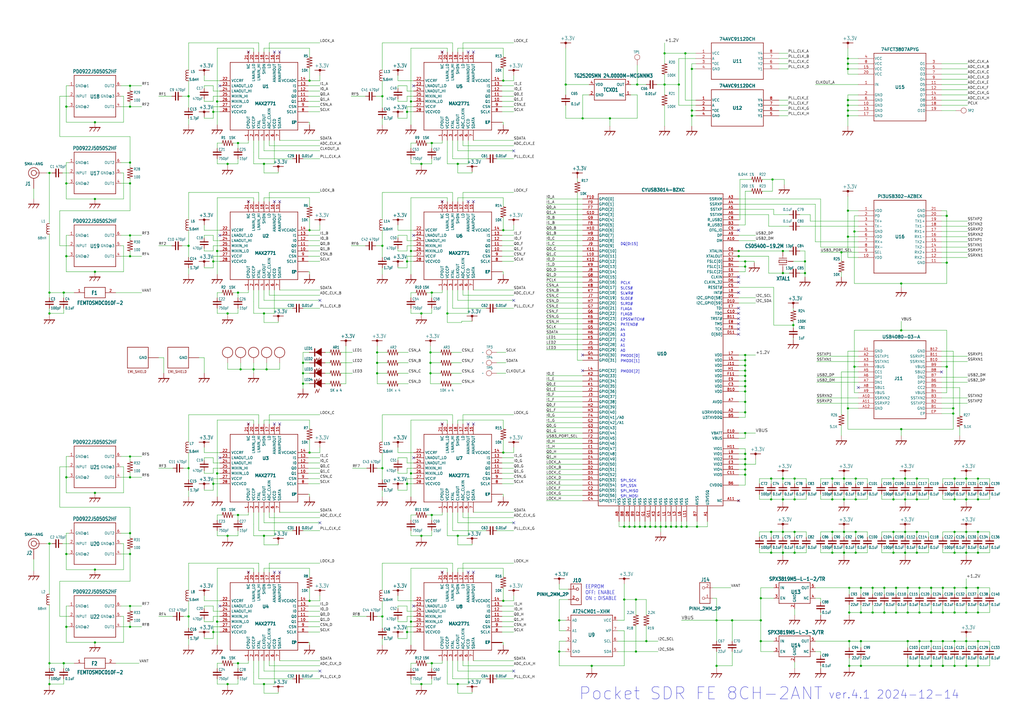
<source format=kicad_sch>
(kicad_sch (version 20231120) (generator "eeschema") (generator_version "8.0")
  (paper "User" 499.999 350.012)
  (lib_symbols
    (symbol "pocket_sdr_v2.3-eagle-import:74AVC9112DCH" (pin_names (offset 0.254))
      (property "Reference" "U" (at 20.32 10.16 0))
      (property "Value" "74AVC9112DCH" (at 20.32 7.62 0))
      (symbol "74AVC9112DCH_0_1"
        (pin power_in line (at 0 0 0) (length 7.62) (name "VCC") (number "1"))
        (pin input line (at 0 -2.54 0) (length 7.62) (name "A") (number "2"))
        (pin input line (at 0 -5.08 0) (length 7.62) (name "*OE") (number "3"))
        (pin power_out line (at 0 -7.62 0) (length 7.62) (name "GND") (number "4"))
        (pin output line (at 40.64 -7.62 180) (length 7.62) (name "Y1") (number "5"))
        (pin output line (at 40.64 -5.08 180) (length 7.62) (name "Y2") (number "6"))
        (pin output line (at 40.64 -2.54 180) (length 7.62) (name "Y3") (number "7"))
        (pin output line (at 40.64 0 180) (length 7.62) (name "Y4") (number "8"))
      )
    )
    (symbol "pocket_sdr_v2.3-eagle-import:74FCT3807APYG" (pin_names (offset 0.254))
      (property "Reference" "U" (at 25.4 10.16 0))
      (property "Value" "74FCT3807APYG" (at 25.4 7.62 0))
      (symbol "74FCT3807APYG_1_1"
        (pin bidirectional line (at 5.08 -10.16 0) (length 7.62) (name "IN") (number "1"))
        (pin bidirectional line (at 5.08 -20.32 0) (length 7.62) (name "GND") (number "10"))
        (pin bidirectional line (at 45.72 -10.16 180) (length 7.62) (name "O5") (number "11"))
        (pin bidirectional line (at 45.72 -12.7 180) (length 7.62) (name "O6") (number "12"))
        (pin bidirectional line (at 5.08 -22.86 0) (length 7.62) (name "GND") (number "13"))
        (pin bidirectional line (at 45.72 -15.24 180) (length 7.62) (name "O7") (number "14"))
        (pin bidirectional line (at 5.08 -2.54 0) (length 7.62) (name "VCC") (number "15"))
        (pin bidirectional line (at 45.72 -17.78 180) (length 7.62) (name "O8") (number "16"))
        (pin bidirectional line (at 5.08 -25.4 0) (length 7.62) (name "GND") (number "17"))
        (pin power_in line (at 45.72 -20.32 180) (length 7.62) (name "O9") (number "18"))
        (pin bidirectional line (at 45.72 -22.86 180) (length 7.62) (name "O10") (number "19"))
        (pin bidirectional line (at 5.08 -15.24 0) (length 7.62) (name "GND") (number "2"))
        (pin bidirectional line (at 5.08 -5.08 0) (length 7.62) (name "VCC") (number "20"))
        (pin power_out line (at 45.72 0 180) (length 7.62) (name "O1") (number "3"))
        (pin bidirectional line (at 5.08 2.54 0) (length 7.62) (name "VCC") (number "4"))
        (pin bidirectional line (at 45.72 -2.54 180) (length 7.62) (name "O2") (number "5"))
        (pin bidirectional line (at 5.08 -17.78 0) (length 7.62) (name "GND") (number "6"))
        (pin bidirectional line (at 45.72 -5.08 180) (length 7.62) (name "O3") (number "7"))
        (pin bidirectional line (at 5.08 0 0) (length 7.62) (name "VCC") (number "8"))
        (pin power_in line (at 45.72 -7.62 180) (length 7.62) (name "O4") (number "9"))
      )
    )
    (symbol "pocket_sdr_v2.3-eagle-import:ARRAY_REG__EXB28V"
      (symbol "ARRAY_REG__EXB28V_1_0"
        (pin passive line (at -2.54 5.08 0) (length 0) (name "P1") (number "1"))
        (pin passive line (at 2.54 5.08 0) (length 0) (name "P2") (number "2"))
        (pin passive line (at -2.54 0 0) (length 0) (name "P3") (number "3"))
        (pin passive line (at 2.54 0 0) (length 0) (name "P4") (number "4"))
        (pin passive line (at -2.54 -5.08 0) (length 0) (name "P5") (number "5"))
        (pin passive line (at 2.54 -5.08 0) (length 0) (name "P6") (number "6"))
        (pin passive line (at -2.54 -10.16 0) (length 0) (name "P7") (number "7"))
        (pin passive line (at 2.54 -10.16 0) (length 0) (name "P8") (number "8"))
      )
    )
    (symbol "pocket_sdr_v2.3-eagle-import:AT24C256C"
      (symbol "AT24C256C_1_0"
        (pin input line (at -12.7 7.62 0) (length 2.54) (name "A0") (number "1"))
        (pin input line (at -12.7 2.54 0) (length 2.54) (name "A1") (number "2"))
        (pin input line (at -12.7 -2.54 0) (length 2.54) (name "A2") (number "3"))
        (pin power_in line (at -12.7 -7.62 0) (length 2.54) (name "GND") (number "4"))
        (pin bidirectional line (at 12.7 -7.62 180) (length 2.54) (name "SDA") (number "5"))
        (pin input line (at 12.7 -2.54 180) (length 2.54) (name "SCL") (number "6"))
        (pin input line (at 12.7 2.54 180) (length 2.54) (name "WP") (number "7"))
        (pin power_in line (at 12.7 7.62 180) (length 2.54) (name "VCC") (number "8"))
      )
    )
    (symbol "pocket_sdr_v2.3-eagle-import:C1005"
      (symbol "C1005_1_0"
        (pin passive line (at 0 2.54 270) (length 0) (name "1") (number "1"))
        (pin passive line (at 0 -2.54 90) (length 0) (name "2") (number "2"))
      )
    )
    (symbol "pocket_sdr_v2.3-eagle-import:C1608"
      (property "Value" "C1608" (at 2.54 -2.54 0))
      (symbol "C1608_1_0"
        (pin passive line (at 0 2.54 270) (length 0) (name "1") (number "1"))
        (pin passive line (at 0 -2.54 90) (length 0) (name "2") (number "2"))
      )
    )
    (symbol "pocket_sdr_v2.3-eagle-import:CPAD_3.2MM"
      (symbol "CPAD_3.2MM_1_0"
        (pin power_in line (at -5.08 0 0) (length 2.54) (name "P$1") (number "EP"))
      )
    )
    (symbol "pocket_sdr_v2.3-eagle-import:CYUSB3014-BZXC" (pin_names (offset 0.254))
      (property "Reference" "U" (at 3.81 83.82 0))
      (property "Value" "CYUSB3014-BZXC" (at 3.81 81.28 0))
      (symbol "CYUSB3014-BZXC_1_1"
        (pin power_in line (at 22.86 -81.28 90) (length 7.62) (name "U3VSSQ") (number "A1"))
        (pin unspecified line (at 38.1 55.88 180) (length 7.62) (name "DM") (number "A10"))
        (pin no_connect line (at 38.1 -71.12 180) (length 7.62) (name "NC") (number "A11"))
        (pin power_in line (at 38.1 -27.94 180) (length 7.62) (name "U3RXVDDQ") (number "A2"))
        (pin input line (at 38.1 76.2 180) (length 7.62) (name "SSRXM") (number "A3"))
        (pin input line (at 38.1 73.66 180) (length 7.62) (name "SSRXP") (number "A4"))
        (pin output line (at 38.1 71.12 180) (length 7.62) (name "SSTXP") (number "A5"))
        (pin output line (at 38.1 68.58 180) (length 7.62) (name "SSTXM") (number "A6"))
        (pin power_in line (at 38.1 -22.86 180) (length 7.62) (name "AVDD") (number "A7"))
        (pin power_in line (at -20.32 -81.28 90) (length 7.62) (name "VSS") (number "A8"))
        (pin unspecified line (at 38.1 58.42 180) (length 7.62) (name "DP") (number "A9"))
        (pin power_in line (at 38.1 -55.88 180) (length 7.62) (name "VIO4") (number "B1"))
        (pin power_in line (at 38.1 -17.78 180) (length 7.62) (name "VDD") (number "B10"))
        (pin output line (at 38.1 17.78 180) (length 7.62) (name "TRST#") (number "B11"))
        (pin input line (at 38.1 45.72 180) (length 7.62) (name "FSLC[0]") (number "B2"))
        (pin unspecified line (at 38.1 63.5 180) (length 7.62) (name "R_USB3") (number "B3"))
        (pin input line (at 38.1 43.18 180) (length 7.62) (name "FSLC[1]") (number "B4"))
        (pin power_in line (at 38.1 -30.48 180) (length 7.62) (name "U3TXVDDQ") (number "B5"))
        (pin power_in line (at 38.1 -63.5 180) (length 7.62) (name "CVDDQ") (number "B6"))
        (pin power_in line (at 17.78 -81.28 90) (length 7.62) (name "AVSS") (number "B7"))
        (pin power_in line (at -17.78 -81.28 90) (length 7.62) (name "VSS") (number "B8"))
        (pin power_in line (at -12.7 -81.28 90) (length 7.62) (name "VSS") (number "B9"))
        (pin unspecified line (at -38.1 -63.5 0) (length 7.62) (name "GPIO[54]") (number "C1"))
        (pin output line (at 38.1 20.32 180) (length 7.62) (name "TDO") (number "C10"))
        (pin power_in line (at 38.1 -58.42 180) (length 7.62) (name "VIO5") (number "C11"))
        (pin unspecified line (at -38.1 -66.04 0) (length 7.62) (name "GPIO[55]") (number "C2"))
        (pin power_in line (at 38.1 -15.24 180) (length 7.62) (name "VDD") (number "C3"))
        (pin unspecified line (at -38.1 -71.12 0) (length 7.62) (name "GPIO[57]") (number "C4"))
        (pin input line (at 38.1 33.02 180) (length 7.62) (name "RESET#") (number "C5"))
        (pin unspecified line (at 38.1 50.8 180) (length 7.62) (name "XTALIN") (number "C6"))
        (pin unspecified line (at 38.1 48.26 180) (length 7.62) (name "XTALOUT") (number "C7"))
        (pin unspecified line (at 38.1 66.04 180) (length 7.62) (name "R_USB2") (number "C8"))
        (pin input line (at 38.1 60.96 180) (length 7.62) (name "OTG_ID") (number "C9"))
        (pin unspecified line (at -38.1 -53.34 0) (length 7.62) (name "GPIO[50]") (number "D1"))
        (pin unspecified line (at 38.1 25.4 180) (length 7.62) (name "I2C_GPIO[59]") (number "D10"))
        (pin input line (at 38.1 10.16 180) (length 7.62) (name "O[60]") (number "D11"))
        (pin unspecified line (at -38.1 -55.88 0) (length 7.62) (name "GPIO[51]") (number "D2"))
        (pin unspecified line (at -38.1 -58.42 0) (length 7.62) (name "GPIO[52]") (number "D3"))
        (pin unspecified line (at -38.1 -60.96 0) (length 7.62) (name "GPIO[53]") (number "D4"))
        (pin unspecified line (at -38.1 -68.58 0) (length 7.62) (name "GPIO[56]") (number "D5"))
        (pin input line (at 38.1 35.56 180) (length 7.62) (name "CLKIN_32") (number "D6"))
        (pin input line (at 38.1 38.1 180) (length 7.62) (name "CLKIN") (number "D7"))
        (pin power_in line (at -15.24 -81.28 90) (length 7.62) (name "VSS") (number "D8"))
        (pin unspecified line (at 38.1 27.94 180) (length 7.62) (name "I2C_GPIO[58]") (number "D9"))
        (pin unspecified line (at -38.1 -45.72 0) (length 7.62) (name "GPIO[47]") (number "E1"))
        (pin power_in line (at 38.1 -38.1 180) (length 7.62) (name "VBATT") (number "E10"))
        (pin power_in line (at 38.1 -40.64 180) (length 7.62) (name "VBUS") (number "E11"))
        (pin power_in line (at -10.16 -81.28 90) (length 7.62) (name "VSS") (number "E2"))
        (pin power_in line (at 38.1 -53.34 180) (length 7.62) (name "VIO3") (number "E3"))
        (pin unspecified line (at -38.1 -50.8 0) (length 7.62) (name "GPIO[49]") (number "E4"))
        (pin unspecified line (at -38.1 -48.26 0) (length 7.62) (name "GPIO[48]") (number "E5"))
        (pin input line (at 38.1 40.64 180) (length 7.62) (name "FSLC[2]") (number "E6"))
        (pin input line (at 38.1 22.86 180) (length 7.62) (name "TDI") (number "E7"))
        (pin input line (at 38.1 15.24 180) (length 7.62) (name "TMS") (number "E8"))
        (pin power_in line (at 38.1 -12.7 180) (length 7.62) (name "VDD") (number "E9"))
        (pin power_in line (at 38.1 -50.8 180) (length 7.62) (name "VIO2") (number "F1"))
        (pin unspecified line (at -38.1 76.2 0) (length 7.62) (name "GPIO[0]") (number "F10"))
        (pin power_in line (at 38.1 -10.16 180) (length 7.62) (name "VDD") (number "F11"))
        (pin unspecified line (at -38.1 -40.64 0) (length 7.62) (name "GPIO[45]") (number "F2"))
        (pin unspecified line (at -38.1 -38.1 0) (length 7.62) (name "GPIO[44]") (number "F3"))
        (pin unspecified line (at -38.1 -30.48 0) (length 7.62) (name "GPIO[41]/A0") (number "F4"))
        (pin unspecified line (at -38.1 -43.18 0) (length 7.62) (name "GPIO[46]") (number "F5"))
        (pin input line (at 38.1 12.7 180) (length 7.62) (name "TCK") (number "F6"))
        (pin unspecified line (at -38.1 71.12 0) (length 7.62) (name "GPIO[2]") (number "F7"))
        (pin unspecified line (at -38.1 63.5 0) (length 7.62) (name "GPIO[5]") (number "F8"))
        (pin unspecified line (at -38.1 73.66 0) (length 7.62) (name "GPIO[1]") (number "F9"))
        (pin power_in line (at -7.62 -81.28 90) (length 7.62) (name "VSS") (number "G1"))
        (pin unspecified line (at -38.1 68.58 0) (length 7.62) (name "GPIO[3]") (number "G10"))
        (pin power_in line (at -5.08 -81.28 90) (length 7.62) (name "VSS") (number "G11"))
        (pin unspecified line (at -38.1 -33.02 0) (length 7.62) (name "GPIO[42]/A1") (number "G2"))
        (pin unspecified line (at -38.1 -35.56 0) (length 7.62) (name "GPIO[43]") (number "G3"))
        (pin unspecified line (at -38.1 0 0) (length 7.62) (name "GPIO[30]") (number "G4"))
        (pin unspecified line (at -38.1 12.7 0) (length 7.62) (name "GPIO[25]") (number "G5"))
        (pin unspecified line (at -38.1 20.32 0) (length 7.62) (name "GPIO[22]") (number "G6"))
        (pin unspecified line (at -38.1 22.86 0) (length 7.62) (name "GPIO[21]") (number "G7"))
        (pin unspecified line (at -38.1 38.1 0) (length 7.62) (name "GPIO[15]") (number "G8"))
        (pin unspecified line (at -38.1 66.04 0) (length 7.62) (name "GPIO[4]") (number "G9"))
        (pin power_in line (at 38.1 -7.62 180) (length 7.62) (name "VDD") (number "H1"))
        (pin unspecified line (at -38.1 60.96 0) (length 7.62) (name "GPIO[6]") (number "H10"))
        (pin power_in line (at 38.1 -45.72 180) (length 7.62) (name "VIO1") (number "H11"))
        (pin unspecified line (at -38.1 -25.4 0) (length 7.62) (name "GPIO[39]") (number "H2"))
        (pin unspecified line (at -38.1 -27.94 0) (length 7.62) (name "GPIO[40]") (number "H3"))
        (pin unspecified line (at -38.1 -2.54 0) (length 7.62) (name "GPIO[31]") (number "H4"))
        (pin unspecified line (at -38.1 2.54 0) (length 7.62) (name "GPIO[29]") (number "H5"))
        (pin unspecified line (at -38.1 10.16 0) (length 7.62) (name "GPIO[26]") (number "H6"))
        (pin unspecified line (at -38.1 25.4 0) (length 7.62) (name "GPIO[20]") (number "H7"))
        (pin unspecified line (at -38.1 15.24 0) (length 7.62) (name "GPIO[24]") (number "H8"))
        (pin unspecified line (at -38.1 58.42 0) (length 7.62) (name "GPIO[7]") (number "H9"))
        (pin unspecified line (at -38.1 -22.86 0) (length 7.62) (name "GPIO[38]") (number "J1"))
        (pin unspecified line (at -38.1 55.88 0) (length 7.62) (name "GPIO[8]") (number "J10"))
        (pin power_in line (at 38.1 -5.08 180) (length 7.62) (name "VDD") (number "J11"))
        (pin unspecified line (at -38.1 -17.78 0) (length 7.62) (name "GPIO[36]") (number "J2"))
        (pin unspecified line (at -38.1 -20.32 0) (length 7.62) (name "GPIO[37]") (number "J3"))
        (pin unspecified line (at -38.1 -12.7 0) (length 7.62) (name "GPIO[34]") (number "J4"))
        (pin unspecified line (at -38.1 5.08 0) (length 7.62) (name "GPIO[28]") (number "J5"))
        (pin unspecified line (at -38.1 35.56 0) (length 7.62) (name "GPIO[16]") (number "J6"))
        (pin unspecified line (at -38.1 27.94 0) (length 7.62) (name "GPIO[19]") (number "J7"))
        (pin unspecified line (at -38.1 40.64 0) (length 7.62) (name "GPIO[14]") (number "J8"))
        (pin unspecified line (at -38.1 53.34 0) (length 7.62) (name "GPIO[9]") (number "J9"))
        (pin unspecified line (at -38.1 -15.24 0) (length 7.62) (name "GPIO[35]") (number "K1"))
        (pin unspecified line (at -38.1 45.72 0) (length 7.62) (name "GPIO[12]") (number "K10"))
        (pin unspecified line (at -38.1 50.8 0) (length 7.62) (name "GPIO[10]") (number "K11"))
        (pin unspecified line (at -38.1 -10.16 0) (length 7.62) (name "GPIO[33]") (number "K2"))
        (pin power_in line (at -2.54 -81.28 90) (length 7.62) (name "VSS") (number "K3"))
        (pin power_in line (at 0 -81.28 90) (length 7.62) (name "VSS") (number "K4"))
        (pin unspecified line (at -38.1 7.62 0) (length 7.62) (name "GPIO[27]") (number "K5"))
        (pin unspecified line (at -38.1 17.78 0) (length 7.62) (name "GPIO[23]") (number "K6"))
        (pin unspecified line (at -38.1 30.48 0) (length 7.62) (name "GPIO[18]") (number "K7"))
        (pin unspecified line (at -38.1 33.02 0) (length 7.62) (name "GPIO[17]") (number "K8"))
        (pin unspecified line (at -38.1 43.18 0) (length 7.62) (name "GPIO[13]") (number "K9"))
        (pin power_in line (at 2.54 -81.28 90) (length 7.62) (name "VSS") (number "L1"))
        (pin unspecified line (at -38.1 48.26 0) (length 7.62) (name "GPIO[11]") (number "L10"))
        (pin power_in line (at 12.7 -81.28 90) (length 7.62) (name "VSS") (number "L11"))
        (pin power_in line (at 5.08 -81.28 90) (length 7.62) (name "VSS") (number "L2"))
        (pin power_in line (at 7.62 -81.28 90) (length 7.62) (name "VSS") (number "L3"))
        (pin unspecified line (at -38.1 -7.62 0) (length 7.62) (name "GPIO[32]") (number "L4"))
        (pin power_in line (at 38.1 -2.54 180) (length 7.62) (name "VDD") (number "L5"))
        (pin power_in line (at 10.16 -81.28 90) (length 7.62) (name "VSS") (number "L6"))
        (pin power_in line (at 38.1 0 180) (length 7.62) (name "VDD") (number "L7"))
        (pin unspecified line (at 38.1 30.48 180) (length 7.62) (name "INT#") (number "L8"))
        (pin power_in line (at 38.1 -48.26 180) (length 7.62) (name "VIO1") (number "L9"))
      )
    )
    (symbol "pocket_sdr_v2.3-eagle-import:L1005"
      (property "Value" "L1005" (at 0 2.032 0))
      (symbol "L1005_1_0"
        (pin passive line (at -2.54 0 0) (length 0) (name "P$1") (number "1"))
        (pin passive line (at 2.54 0 0) (length 0) (name "P$2") (number "2"))
      )
    )
    (symbol "pocket_sdr_v2.3-eagle-import:L1608"
      (symbol "L1608_1_0"
        (pin passive line (at -2.54 0 0) (length 0) (name "P$1") (number "1"))
        (pin passive line (at 2.54 0 0) (length 0) (name "P$2") (number "2"))
      )
    )
    (symbol "pocket_sdr_v2.3-eagle-import:LDO_SOT"
      (symbol "LDO_SOT_1_0"
        (pin bidirectional line (at -10.16 2.54 0) (length 2.54) (name "IN") (number "1"))
        (pin bidirectional line (at 0 -7.62 90) (length 2.54) (name "GND") (number "2"))
        (pin bidirectional line (at -10.16 -2.54 0) (length 2.54) (name "EN") (number "3"))
        (pin bidirectional line (at 10.16 -2.54 180) (length 2.54) (name "NC") (number "4"))
        (pin bidirectional line (at 10.16 2.54 180) (length 2.54) (name "OUT") (number "5"))
      )
    )
    (symbol "pocket_sdr_v2.3-eagle-import:LED1608"
      (symbol "LED1608_1_0"
        (pin passive line (at -2.54 0 0) (length 0) (name "+") (number "1"))
        (pin passive line (at 5.08 0 0) (length 0) (name "P$2") (number "2"))
      )
    )
    (symbol "pocket_sdr_v2.3-eagle-import:MAX2771"
      (symbol "MAX2771_1_0"
        (pin bidirectional line (at -7.62 -21.59 90) (length 5.08) (name "CPOUT") (number "1"))
        (pin output line (at 21.59 -2.54 180) (length 5.08) (name "Q1") (number "10"))
        (pin output line (at 21.59 0 180) (length 5.08) (name "Q0") (number "11"))
        (pin output line (at 21.59 2.54 180) (length 5.08) (name "I0") (number "12"))
        (pin output line (at 21.59 5.08 180) (length 5.08) (name "I1") (number "13"))
        (pin power_in line (at 21.59 7.62 180) (length 5.08) (name "VCCADC") (number "14"))
        (pin bidirectional line (at 7.62 21.59 270) (length 5.08) (name "ANAIPOUT") (number "15"))
        (pin bidirectional line (at 5.08 21.59 270) (length 5.08) (name "ANAINOUT") (number "16"))
        (pin output line (at 2.54 21.59 270) (length 5.08) (name "LD") (number "17"))
        (pin bidirectional line (at 0 21.59 270) (length 5.08) (name "SHDN") (number "18"))
        (pin bidirectional line (at -2.54 21.59 270) (length 5.08) (name "LNAIN_HI") (number "19"))
        (pin power_in line (at -5.08 -21.59 90) (length 5.08) (name "VCCCP") (number "2"))
        (pin bidirectional line (at -5.08 21.59 270) (length 5.08) (name "LNAIN_LO") (number "20"))
        (pin no_connect line (at -7.62 21.59 270) (length 5.08) (name "NC") (number "21"))
        (pin power_in line (at -21.59 7.62 0) (length 5.08) (name "VCCRF") (number "22"))
        (pin output line (at -21.59 5.08 0) (length 5.08) (name "LNAOUT_LO") (number "23"))
        (pin output line (at -21.59 2.54 0) (length 5.08) (name "LNAOUT_HI") (number "24"))
        (pin input line (at -21.59 0 0) (length 5.08) (name "MIXIN_HI") (number "25"))
        (pin input line (at -21.59 -2.54 0) (length 5.08) (name "MIXIN_LO") (number "26"))
        (pin power_in line (at -21.59 -5.08 0) (length 5.08) (name "VCCIF") (number "27"))
        (pin power_in line (at -21.59 -7.62 0) (length 5.08) (name "VCCVCO") (number "28"))
        (pin bidirectional line (at -2.54 -21.59 90) (length 5.08) (name "XTAL") (number "3"))
        (pin bidirectional line (at 0 -21.59 90) (length 5.08) (name "CLKOUT") (number "4"))
        (pin bidirectional line (at 2.54 -21.59 90) (length 5.08) (name "ADC_CLKIN") (number "5"))
        (pin power_in line (at 5.08 -21.59 90) (length 5.08) (name "VCCD") (number "6"))
        (pin bidirectional line (at 7.62 -21.59 90) (length 5.08) (name "SDATA") (number "7"))
        (pin input line (at 21.59 -7.62 180) (length 5.08) (name "SCLK") (number "8"))
        (pin input line (at 21.59 -5.08 180) (length 5.08) (name "CSN") (number "9"))
        (pin power_in line (at 21.59 -12.7 180) (length 5.08) (name "EP") (number "C1"))
        (pin power_in line (at 21.59 -12.7 180) (length 5.08) (name "EP") (number "C2"))
        (pin power_in line (at 21.59 -12.7 180) (length 5.08) (name "EP") (number "C3"))
        (pin power_in line (at 21.59 -12.7 180) (length 5.08) (name "EP") (number "C4"))
        (pin power_in line (at 21.59 -12.7 180) (length 5.08) (name "EP") (number "EP"))
        (pin power_in line (at 21.59 -12.7 180) (length 5.08) (name "EP") (number "V1"))
        (pin power_in line (at 21.59 -12.7 180) (length 5.08) (name "EP") (number "V2"))
        (pin power_in line (at 21.59 -12.7 180) (length 5.08) (name "EP") (number "V3"))
        (pin power_in line (at 21.59 -12.7 180) (length 5.08) (name "EP") (number "V4"))
        (pin power_in line (at 21.59 -12.7 180) (length 5.08) (name "EP") (number "V5"))
        (pin power_in line (at 21.59 -12.7 180) (length 5.08) (name "EP") (number "V6"))
        (pin power_in line (at 21.59 -12.7 180) (length 5.08) (name "EP") (number "V7"))
        (pin power_in line (at 21.59 -12.7 180) (length 5.08) (name "EP") (number "V8"))
        (pin power_in line (at 21.59 -12.7 180) (length 5.08) (name "EP") (number "V9"))
      )
    )
    (symbol "pocket_sdr_v2.3-eagle-import:MS448-10F"
      (symbol "MS448-10F_1_0"
        (text "EMI_SHIELD" (at -5.08 -7.62 0) (effects (font (size 1.27 1.0795)) (justify left bottom)))
        (pin bidirectional line (at 10.16 0 180) (length 5.08) (name "GND") (number "P"))
      )
    )
    (symbol "pocket_sdr_v2.3-eagle-import:PI3USB302-AZBEX" (pin_names (offset 0.254))
      (property "Reference" "U" (at 20.32 10.16 0))
      (property "Value" "PI3USB302-AZBEX" (at 0 20.32 0))
      (symbol "PI3USB302-AZBEX_0_1"
        (pin power_in line (at -20.32 12.7 0) (length 7.62) (name "VDD") (number "1"))
        (pin power_in line (at -20.32 -10.16 0) (length 7.62) (name "VDD") (number "10"))
        (pin power_out line (at 20.32 -12.7 180) (length 7.62) (name "GND") (number "11"))
        (pin bidirectional line (at 20.32 -10.16 180) (length 7.62) (name "RX2-") (number "12"))
        (pin bidirectional line (at 20.32 -7.62 180) (length 7.62) (name "RX2+") (number "13"))
        (pin bidirectional line (at 20.32 -5.08 180) (length 7.62) (name "TX2-") (number "14"))
        (pin bidirectional line (at 20.32 -2.54 180) (length 7.62) (name "TX2+") (number "15"))
        (pin bidirectional line (at 20.32 0 180) (length 7.62) (name "RX1-") (number "16"))
        (pin bidirectional line (at 20.32 2.54 180) (length 7.62) (name "RX1+") (number "17"))
        (pin bidirectional line (at 20.32 5.08 180) (length 7.62) (name "TX1-") (number "18"))
        (pin bidirectional line (at 20.32 7.62 180) (length 7.62) (name "TX1+") (number "19"))
        (pin input line (at -20.32 10.16 0) (length 7.62) (name "PD") (number "2"))
        (pin power_out line (at 20.32 10.16 180) (length 7.62) (name "GND") (number "20"))
        (pin power_out line (at 20.32 12.7 180) (length 7.62) (name "GND") (number "21"))
        (pin bidirectional line (at -20.32 7.62 0) (length 7.62) (name "TX+") (number "3"))
        (pin bidirectional line (at -20.32 5.08 0) (length 7.62) (name "TX-") (number "4"))
        (pin power_out line (at -20.32 2.54 0) (length 7.62) (name "GND") (number "5"))
        (pin power_in line (at -20.32 0 0) (length 7.62) (name "VDD") (number "6"))
        (pin bidirectional line (at -20.32 -2.54 0) (length 7.62) (name "RX+") (number "7"))
        (pin bidirectional line (at -20.32 -5.08 0) (length 7.62) (name "RX-") (number "8"))
        (pin input line (at -20.32 -7.62 0) (length 7.62) (name "SEL") (number "9"))
      )
    )
    (symbol "pocket_sdr_v2.3-eagle-import:PINH_2MM_2P"
      (symbol "PINH_2MM_2P_1_0"
        (pin bidirectional inverted (at -3.81 2.54 0) (length 5.08) (name "P1") (number "1"))
        (pin bidirectional inverted (at -3.81 -2.54 0) (length 5.08) (name "P2") (number "2"))
      )
    )
    (symbol "pocket_sdr_v2.3-eagle-import:POLYSW1608"
      (symbol "POLYSW1608_1_0"
        (pin bidirectional line (at -10.16 0 0) (length 5.08) (name "P$1") (number "1"))
        (pin bidirectional line (at 10.16 0 180) (length 5.08) (name "P$2") (number "2"))
      )
    )
    (symbol "pocket_sdr_v2.3-eagle-import:R1005"
      (symbol "R1005_1_0"
        (pin passive line (at -2.54 0 0) (length 0) (name "P$1") (number "1"))
        (pin passive line (at 2.54 0 0) (length 0) (name "P$2") (number "2"))
      )
    )
    (symbol "pocket_sdr_v2.3-eagle-import:RF_DIV"
      (symbol "RF_DIV_1_0"
        (pin bidirectional line (at -12.7 5.08 0) (length 2.54) (name "GND@1") (number "1"))
        (pin input line (at -12.7 0 0) (length 2.54) (name "INPUT") (number "2"))
        (pin bidirectional line (at -12.7 -5.08 0) (length 2.54) (name "GND@2") (number "3"))
        (pin bidirectional line (at 12.7 -5.08 180) (length 2.54) (name "OUT1") (number "4"))
        (pin bidirectional line (at 12.7 0 180) (length 2.54) (name "GND@3") (number "5"))
        (pin bidirectional line (at 12.7 5.08 180) (length 2.54) (name "OUT2") (number "6"))
      )
    )
    (symbol "pocket_sdr_v2.3-eagle-import:SMA-ANG"
      (symbol "SMA-ANG_1_0"
        (pin passive line (at 6.35 0 180) (length 5.08) (name "RF") (number "P1"))
        (pin passive line (at 0 -7.62 90) (length 5.08) (name "GND") (number "P2"))
        (pin passive line (at 0 -7.62 90) (length 5.08) (name "GND") (number "P3"))
        (pin passive line (at 0 -7.62 90) (length 5.08) (name "GND") (number "P4"))
        (pin passive line (at 0 -7.62 90) (length 5.08) (name "GND") (number "P5"))
      )
    )
    (symbol "pocket_sdr_v2.3-eagle-import:TCXO"
      (symbol "TCXO_1_0"
        (pin bidirectional line (at 10.16 -2.54 180) (length 2.54) (name "NC") (number "1"))
        (pin bidirectional line (at -10.16 -2.54 0) (length 2.54) (name "GND") (number "2"))
        (pin bidirectional line (at 10.16 2.54 180) (length 2.54) (name "OUT") (number "3"))
        (pin bidirectional line (at -10.16 2.54 0) (length 2.54) (name "VDD") (number "4"))
      )
    )
    (symbol "pocket_sdr_v2.3-eagle-import:TP0.5"
      (symbol "TP0.5_1_0"
        (pin bidirectional line (at 0 3.81 270) (length 2.54) (name "1") (number "1"))
      )
    )
    (symbol "pocket_sdr_v2.3-eagle-import:USB4080-03-A" (pin_names (offset 0.254))
      (property "Reference" "J" (at 25.4 10.16 0))
      (property "Value" "USB4080-03-A" (at 25.4 7.62 0))
      (symbol "USB4080-03-A_0_1"
        (pin power_out line (at 5.08 0 0) (length 7.62) (name "GND") (number "A1"))
        (pin bidirectional line (at 5.08 -22.86 0) (length 7.62) (name "SSRXN2") (number "A10"))
        (pin bidirectional line (at 5.08 -25.4 0) (length 7.62) (name "SSRXP2") (number "A11"))
        (pin power_out line (at 5.08 -27.94 0) (length 7.62) (name "GND") (number "A12"))
        (pin bidirectional line (at 5.08 -2.54 0) (length 7.62) (name "SSTXP1") (number "A2"))
        (pin bidirectional line (at 5.08 -5.08 0) (length 7.62) (name "SSTXN1") (number "A3"))
        (pin power_in line (at 5.08 -7.62 0) (length 7.62) (name "VBUS") (number "A4"))
        (pin bidirectional line (at 5.08 -10.16 0) (length 7.62) (name "CC1") (number "A5"))
        (pin bidirectional line (at 5.08 -12.7 0) (length 7.62) (name "DP1") (number "A6"))
        (pin bidirectional line (at 5.08 -15.24 0) (length 7.62) (name "DN1") (number "A7"))
        (pin bidirectional line (at 5.08 -17.78 0) (length 7.62) (name "SBU1") (number "A8"))
        (pin power_in line (at 5.08 -20.32 0) (length 7.62) (name "VBUS") (number "A9"))
        (pin power_out line (at 45.72 -27.94 180) (length 7.62) (name "GND") (number "B1"))
        (pin bidirectional line (at 45.72 -5.08 180) (length 7.62) (name "SSRXN1") (number "B10"))
        (pin bidirectional line (at 45.72 -2.54 180) (length 7.62) (name "SSRXP1") (number "B11"))
        (pin power_out line (at 45.72 0 180) (length 7.62) (name "GND") (number "B12"))
        (pin bidirectional line (at 45.72 -25.4 180) (length 7.62) (name "SSTXP2") (number "B2"))
        (pin bidirectional line (at 45.72 -22.86 180) (length 7.62) (name "SSTXN2") (number "B3"))
        (pin power_in line (at 45.72 -20.32 180) (length 7.62) (name "VBUS") (number "B4"))
        (pin bidirectional line (at 45.72 -17.78 180) (length 7.62) (name "CC2") (number "B5"))
        (pin bidirectional line (at 45.72 -15.24 180) (length 7.62) (name "DP2") (number "B6"))
        (pin bidirectional line (at 45.72 -12.7 180) (length 7.62) (name "DN2") (number "B7"))
        (pin bidirectional line (at 45.72 -10.16 180) (length 7.62) (name "SBU2") (number "B8"))
        (pin power_in line (at 45.72 -7.62 180) (length 7.62) (name "VBUS") (number "B9"))
      )
      (symbol "USB4080-03-A_1_1"
        (pin unspecified line (at 45.72 -30.48 180) (length 7.62) (name "EP") (number "EP"))
      )
    )
    (symbol "pocket_sdr_v2.3-eagle-import:XTAL_SMD"
      (symbol "XTAL_SMD_1_0"
        (pin passive line (at -5.08 0 0) (length 2.54) (name "XTAL1") (number "P1"))
        (pin passive line (at 0 -5.08 90) (length 2.54) (name "GND") (number "P2"))
        (pin passive line (at 5.08 0 180) (length 2.54) (name "XTAL2") (number "P3"))
        (pin passive line (at 0 -5.08 90) (length 2.54) (name "GND") (number "P4"))
      )
    )
    (symbol "pocket_sdr_v2.3-eagle-import:ttaka_power_+3.3V" (power)
      (property "Value" "ttaka_power_+3.3V" (at -2.54 1.27 0))
      (symbol "ttaka_power_+3.3V_1_0"
        (pin power_in line (at 0 -2.54 90) (length 2.54) (name "+3.3V") (number "1"))
      )
    )
    (symbol "pocket_sdr_v2.3-eagle-import:ttaka_power_GND" (power)
      (symbol "ttaka_power_GND_1_0"
        (pin power_in line (at 0 0 270) (length 2.54) (name "GND") (number "1"))
      )
    )
  )
  (junction (at 363.855 175.895))
  (junction (at 357.505 302.895))
  (junction (at 477.52 325.12))
  (junction (at 324.485 26.035))
  (junction (at 337.82 56.515))
  (junction (at 414.02 31.115))
  (junction (at 420.37 299.085))
  (junction (at 117.475 180.34))
  (junction (at 382.27 122.555))
  (junction (at 417.83 269.875))
  (junction (at 363.855 231.775))
  (junction (at 477.52 259.715))
  (junction (at 477.52 287.02))
  (junction (at 106.045 122.555))
  (junction (at 128.905 153.035))
  (junction (at 441.96 269.875))
  (junction (at 436.245 233.68))
  (junction (at 63.5 41.91))
  (junction (at 363.855 211.455))
  (junction (at 198.755 54.61))
  (junction (at 205.74 334.01))
  (junction (at 111.125 80.01))
  (junction (at 46.355 313.69))
  (junction (at 471.805 243.84))
  (junction (at 210.185 182.245))
  (junction (at 410.845 123.19))
  (junction (at 123.825 180.34))
  (junction (at 376.555 243.84))
  (junction (at 417.83 259.715))
  (junction (at 363.855 173.355))
  (junction (at 128.905 261.62))
  (junction (at 460.375 313.055))
  (junction (at 414.02 51.435))
  (junction (at 448.945 325.12))
  (junction (at 31.115 323.85))
  (junction (at 414.02 115.57))
  (junction (at 304.8 292.735))
  (junction (at 417.195 113.03))
  (junction (at 477.52 313.055))
  (junction (at 63.5 79.375))
  (junction (at 63.5 125.095))
  (junction (at 210.82 251.46))
  (junction (at 116.205 69.85))
  (junction (at 466.09 287.02))
  (junction (at 440.055 209.55))
  (junction (at 210.82 69.85))
  (junction (at 273.05 302.895))
  (junction (at 471.805 259.715))
  (junction (at 210.185 172.085))
  (junction (at 412.115 259.715))
  (junction (at 363.855 191.135))
  (junction (at 454.66 299.085))
  (junction (at 324.485 41.275))
  (junction (at 363.855 221.615))
  (junction (at 186.69 228.6))
  (junction (at 63.5 233.045))
  (junction (at 330.2 257.175))
  (junction (at 465.455 201.93))
  (junction (at 106.045 303.53))
  (junction (at 363.855 188.595))
  (junction (at 440.055 138.43))
  (junction (at 310.515 318.135))
  (junction (at 63.5 89.535))
  (junction (at 106.045 49.53))
  (junction (at 63.5 52.07))
  (junction (at 376.555 233.68))
  (junction (at 63.5 295.91))
  (junction (at 151.13 220.98))
  (junction (at 334.645 26.035))
  (junction (at 363.855 130.175))
  (junction (at 92.075 228.6))
  (junction (at 307.34 257.175))
  (junction (at 32.385 89.535))
  (junction (at 462.28 179.07))
  (junction (at 417.83 243.84))
  (junction (at 245.745 220.98))
  (junction (at 443.23 313.055))
  (junction (at 63.5 270.51))
  (junction (at 104.14 54.61))
  (junction (at 471.805 287.02))
  (junction (at 431.8 287.02))
  (junction (at 382.27 269.875))
  (junction (at 210.82 323.85))
  (junction (at 414.655 325.12))
  (junction (at 46.355 97.155))
  (junction (at 414.02 56.515))
  (junction (at 151.13 112.395))
  (junction (at 32.385 270.51))
  (junction (at 447.675 233.68))
  (junction (at 32.385 306.07))
  (junction (at 210.82 142.875))
  (junction (at 447.675 243.84))
  (junction (at 363.855 178.435))
  (junction (at 460.375 325.12))
  (junction (at 414.655 313.055))
  (junction (at 466.09 313.055))
  (junction (at 382.27 259.715))
  (junction (at 414.02 53.975))
  (junction (at 92.075 300.99))
  (junction (at 440.055 161.29))
  (junction (at 186.69 300.99))
  (junction (at 320.04 257.175))
  (junction (at 462.28 105.41))
  (junction (at 437.515 299.085))
  (junction (at 387.985 259.715))
  (junction (at 24.13 334.01))
  (junction (at 128.905 80.01))
  (junction (at 349.885 325.12))
  (junction (at 198.755 236.22))
  (junction (at 315.595 313.055))
  (junction (at 304.8 257.175))
  (junction (at 441.96 233.68))
  (junction (at 111.125 261.62))
  (junction (at 104.14 127.635))
  (junction (at 466.09 233.68))
  (junction (at 32.385 125.095))
  (junction (at 337.82 33.655))
  (junction (at 426.085 299.085))
  (junction (at 63.5 222.885))
  (junction (at 184.15 177.165))
  (junction (at 447.675 269.875))
  (junction (at 245.745 112.395))
  (junction (at 218.44 153.035))
  (junction (at 360.68 125.095))
  (junction (at 273.05 318.135))
  (junction (at 288.925 325.12))
  (junction (at 363.855 127.635))
  (junction (at 363.855 183.515))
  (junction (at 337.82 53.975))
  (junction (at 46.355 59.69))
  (junction (at 46.355 278.13))
  (junction (at 31.115 142.875))
  (junction (at 448.945 299.085))
  (junction (at 147.955 182.245))
  (junction (at 284.48 57.785))
  (junction (at 436.245 243.84))
  (junction (at 426.085 287.02))
  (junction (at 460.375 299.085))
  (junction (at 420.37 313.055))
  (junction (at 477.52 233.68))
  (junction (at 363.855 226.695))
  (junction (at 454.66 325.12))
  (junction (at 310.515 292.735))
  (junction (at 335.28 257.175))
  (junction (at 24.13 323.85))
  (junction (at 128.905 334.01))
  (junction (at 116.205 142.875))
  (junction (at 151.13 39.37))
  (junction (at 363.855 229.235))
  (junction (at 245.745 293.37))
  (junction (at 477.52 243.84))
  (junction (at 371.475 292.1))
  (junction (at 441.96 243.84))
  (junction (at 363.855 186.055))
  (junction (at 471.805 299.085))
  (junction (at 147.955 187.325))
  (junction (at 210.185 177.165))
  (junction (at 46.355 240.665))
  (junction (at 32.385 233.045))
  (junction (at 414.02 28.575))
  (junction (at 466.09 269.875))
  (junction (at 406.4 243.84))
  (junction (at 325.12 257.175))
  (junction (at 186.69 120.015))
  (junction (at 466.09 243.84))
  (junction (at 466.09 299.085))
  (junction (at 63.5 260.35))
  (junction (at 116.205 323.85))
  (junction (at 106.045 231.14))
  (junction (at 371.475 313.055))
  (junction (at 414.655 299.085))
  (junction (at 32.385 52.07))
  (junction (at 24.13 153.035))
  (junction (at 471.805 325.12))
  (junction (at 322.58 257.175))
  (junction (at 223.52 80.01))
  (junction (at 441.96 259.715))
  (junction (at 382.27 243.84))
  (junction (at 462.28 128.27))
  (junction (at 448.945 287.02))
  (junction (at 376.555 259.715))
  (junction (at 363.855 224.155))
  (junction (at 431.8 299.085))
  (junction (at 371.475 302.895))
  (junction (at 387.985 243.84))
  (junction (at 24.13 142.875))
  (junction (at 436.245 259.715))
  (junction (at 406.4 259.715))
  (junction (at 420.37 287.02))
  (junction (at 223.52 261.62))
  (junction (at 92.075 46.99))
  (junction (at 377.19 87.63))
  (junction (at 477.52 299.085))
  (junction (at 448.945 313.055))
  (junction (at 417.195 179.07))
  (junction (at 198.755 127.635))
  (junction (at 436.245 269.875))
  (junction (at 437.515 287.02))
  (junction (at 393.065 133.35))
  (junction (at 454.66 287.02))
  (junction (at 454.66 313.055))
  (junction (at 111.125 153.035))
  (junction (at 387.985 269.875))
  (junction (at 477.52 269.875))
  (junction (at 460.375 287.02))
  (junction (at 406.4 233.68))
  (junction (at 412.115 243.84))
  (junction (at 443.23 325.12))
  (junction (at 245.745 39.37))
  (junction (at 314.96 257.175))
  (junction (at 447.675 259.715))
  (junction (at 200.66 49.53))
  (junction (at 471.805 313.055))
  (junction (at 340.36 257.175))
  (junction (at 317.5 257.175))
  (junction (at 387.35 158.75))
  (junction (at 417.83 233.68))
  (junction (at 414.655 287.02))
  (junction (at 363.855 180.975))
  (junction (at 205.74 153.035))
  (junction (at 24.13 265.43))
  (junction (at 130.175 180.34))
  (junction (at 465.455 199.39))
  (junction (at 414.02 33.655))
  (junction (at 223.52 334.01))
  (junction (at 412.115 233.68))
  (junction (at 311.15 41.275))
  (junction (at 414.02 102.87))
  (junction (at 198.755 308.61))
  (junction (at 111.125 334.01))
  (junction (at 104.14 308.61))
  (junction (at 412.115 269.875))
  (junction (at 471.805 233.68))
  (junction (at 360.68 122.555))
  (junction (at 332.74 257.175))
  (junction (at 46.355 132.715))
  (junction (at 309.88 257.175))
  (junction (at 363.855 196.215))
  (junction (at 443.23 299.085))
  (junction (at 414.02 48.895))
  (junction (at 200.66 122.555))
  (junction (at 200.66 231.14))
  (junction (at 387.985 233.68))
  (junction (at 382.27 233.68))
  (junction (at 297.815 57.785))
  (junction (at 393.065 127.635))
  (junction (at 312.42 257.175))
  (junction (at 349.885 302.895))
  (junction (at 471.805 269.875))
  (junction (at 116.205 251.46))
  (junction (at 147.955 177.165))
  (junction (at 63.5 114.935))
  (junction (at 382.27 133.35))
  (junction (at 24.13 84.455))
  (junction (at 184.15 182.245))
  (junction (at 200.66 303.53))
  (junction (at 276.225 41.275))
  (junction (at 186.69 46.99))
  (junction (at 184.15 172.085))
  (junction (at 363.855 201.295))
  (junction (at 466.09 325.12))
  (junction (at 420.37 325.12))
  (junction (at 406.4 269.875))
  (junction (at 414.02 199.39))
  (junction (at 92.075 120.015))
  (junction (at 376.555 269.875))
  (junction (at 104.14 236.22))
  (junction (at 443.23 287.02))
  (junction (at 205.74 80.01))
  (junction (at 205.74 261.62))
  (junction (at 466.09 259.715))
  (junction (at 331.47 41.275))
  (junction (at 63.5 306.07))
  (junction (at 327.66 257.175))
  (junction (at 151.13 293.37))
  (no_connect (at 156.21 146.685))
  (no_connect (at 133.985 279.4))
  (no_connect (at 228.6 207.01))
  (no_connect (at 121.285 98.425))
  (no_connect (at 136.525 25.4))
  (no_connect (at 107.315 223.52))
  (no_connect (at 360.68 150.495))
  (no_connect (at 121.285 25.4))
  (no_connect (at 215.9 25.4))
  (no_connect (at 133.985 98.425))
  (no_connect (at 201.93 223.52))
  (no_connect (at 201.93 114.935))
  (no_connect (at 228.6 25.4))
  (no_connect (at 459.74 181.61))
  (no_connect (at 201.93 41.91))
  (no_connect (at 215.9 98.425))
  (no_connect (at 231.14 98.425))
  (no_connect (at 284.48 180.975))
  (no_connect (at 360.68 135.255))
  (no_connect (at 215.9 279.4))
  (no_connect (at 228.6 279.4))
  (no_connect (at 231.14 207.01))
  (no_connect (at 107.315 41.91))
  (no_connect (at 250.825 327.66))
  (no_connect (at 419.1 189.23))
  (no_connect (at 133.985 207.01))
  (no_connect (at 136.525 98.425))
  (no_connect (at 250.825 73.66))
  (no_connect (at 215.9 207.01))
  (no_connect (at 136.525 207.01))
  (no_connect (at 250.825 255.27))
  (no_connect (at 250.825 146.685))
  (no_connect (at 231.14 279.4))
  (no_connect (at 360.68 244.475))
  (no_connect (at 360.68 112.395))
  (no_connect (at 360.68 160.655))
  (no_connect (at 360.68 153.035))
  (no_connect (at 136.525 279.4))
  (no_connect (at 360.68 155.575))
  (no_connect (at 360.68 158.115))
  (no_connect (at 284.48 173.355))
  (no_connect (at 231.14 25.4))
  (no_connect (at 360.68 137.795))
  (no_connect (at 360.68 163.195))
  (no_connect (at 360.68 142.875))
  (no_connect (at 121.285 279.4))
  (no_connect (at 156.21 327.66))
  (no_connect (at 133.985 25.4))
  (no_connect (at 121.285 207.01))
  (no_connect (at 156.21 255.27))
  (no_connect (at 201.93 295.91))
  (no_connect (at 228.6 98.425))
  (no_connect (at 107.315 295.91))
  (no_connect (at 107.315 114.935))
  (wire (pts (xy 387.985 297.18) (xy 387.985 300.355)) (stroke (width 0.1524)))
  (wire (pts (xy 363.855 201.295) (xy 363.855 203.835)))
  (wire (pts (xy 104.14 120.015) (xy 104.14 122.555)))
  (wire (pts (xy 448.945 290.195) (xy 448.945 287.02)) (stroke (width 0.1524)))
  (wire (pts (xy 304.8 292.735) (xy 304.8 302.895)) (stroke (width 0.1524)))
  (wire (pts (xy 266.7 99.695) (xy 284.48 99.695)))
  (wire (pts (xy 245.11 49.53) (xy 250.825 49.53)))
  (wire (pts (xy 443.23 313.055) (xy 448.945 313.055)) (stroke (width 0.1524)))
  (wire (pts (xy 437.515 287.02) (xy 437.515 290.195)) (stroke (width 0.1524)))
  (wire (pts (xy 266.7 183.515) (xy 284.48 183.515)))
  (wire (pts (xy 205.74 153.035) (xy 210.82 153.035)) (stroke (width 0.1524)))
  (wire (pts (xy 99.695 130.81) (xy 104.14 130.81)))
  (wire (pts (xy 245.745 205.105) (xy 245.745 209.55)) (stroke (width 0.1524)))
  (wire (pts (xy 339.725 48.895) (xy 334.645 48.895)))
  (wire (pts (xy 483.235 259.715) (xy 483.235 262.255)) (stroke (width 0.1524)))
  (wire (pts (xy 431.8 287.02) (xy 431.8 290.195)) (stroke (width 0.1524)))
  (wire (pts (xy 370.84 236.22) (xy 370.84 233.68)) (stroke (width 0.1524)))
  (wire (pts (xy 360.68 186.055) (xy 363.855 186.055)))
  (wire (pts (xy 459.74 186.69) (xy 472.44 186.69)))
  (wire (pts (xy 414.02 48.895) (xy 414.02 51.435)))
  (wire (pts (xy 466.09 299.085) (xy 471.805 299.085)) (stroke (width 0.1524)))
  (wire (pts (xy 117.475 180.34) (xy 123.825 180.34)))
  (wire (pts (xy 200.66 231.14) (xy 200.66 242.57)))
  (wire (pts (xy 398.145 313.055) (xy 414.655 313.055)) (stroke (width 0.1524)))
  (wire (pts (xy 99.695 112.395) (xy 99.695 109.855)) (stroke (width 0.1524)))
  (wire (pts (xy 314.96 254.635) (xy 314.96 257.175)))
  (wire (pts (xy 223.52 255.27) (xy 250.825 255.27)))
  (wire (pts (xy 360.68 125.095) (xy 375.285 125.095)))
  (wire (pts (xy 128.905 205.105) (xy 128.905 207.01)) (stroke (width 0.1524)))
  (wire (pts (xy 92.075 120.015) (xy 88.9 120.015)) (stroke (width 0.1524)))
  (wire (pts (xy 161.29 172.085) (xy 158.75 172.085)) (stroke (width 0.1524)))
  (wire (pts (xy 459.74 196.85) (xy 472.44 196.85)))
  (wire (pts (xy 400.685 262.255) (xy 400.685 259.715)) (stroke (width 0.1524)))
  (wire (pts (xy 437.515 295.275) (xy 437.515 299.085)) (stroke (width 0.1524)))
  (wire (pts (xy 441.96 233.68) (xy 447.675 233.68)) (stroke (width 0.1524)))
  (wire (pts (xy 297.815 57.785) (xy 297.815 61.595)) (stroke (width 0.1524)))
  (wire (pts (xy 117.475 177.165) (xy 117.475 180.34)))
  (wire (pts (xy 131.445 71.12) (xy 156.21 71.12)))
  (wire (pts (xy 128.905 157.48) (xy 135.89 157.48)) (stroke (width 0.1524)))
  (wire (pts (xy 210.82 142.875) (xy 210.82 145.415)) (stroke (width 0.1524)))
  (wire (pts (xy 410.845 181.61) (xy 419.1 181.61)))
  (wire (pts (xy 443.23 299.085) (xy 448.945 299.085)) (stroke (width 0.1524)))
  (wire (pts (xy 471.805 259.715) (xy 471.805 262.255)) (stroke (width 0.1524)))
  (wire (pts (xy 331.47 41.275) (xy 331.47 51.435)))
  (wire (pts (xy 395.605 107.95) (xy 395.605 104.775)))
  (wire (pts (xy 161.29 182.245) (xy 158.75 182.245)) (stroke (width 0.1524)))
  (wire (pts (xy 123.825 147.32) (xy 123.825 153.035)) (stroke (width 0.1524)))
  (wire (pts (xy 121.285 68.58) (xy 121.285 69.85)))
  (wire (pts (xy 340.36 257.175) (xy 345.44 257.175)))
  (wire (pts (xy 371.475 292.1) (xy 371.475 287.02)) (stroke (width 0.1524)))
  (wire (pts (xy 151.13 313.69) (xy 150.495 313.69)) (stroke (width 0.1524)))
  (wire (pts (xy 443.23 299.085) (xy 437.515 299.085)) (stroke (width 0.1524)))
  (wire (pts (xy 363.855 127.635) (xy 368.3 127.635)))
  (wire (pts (xy 63.5 41.91) (xy 63.5 44.45)))
  (wire (pts (xy 198.755 127.635) (xy 198.755 130.81)) (stroke (width 0.1524)))
  (wire (pts (xy 363.855 127.635) (xy 363.855 130.175)))
  (wire (pts (xy 99.695 223.52) (xy 104.14 223.52)) (stroke (width 0.1524)))
  (wire (pts (xy 128.905 84.455) (xy 135.89 84.455)) (stroke (width 0.1524)))
  (wire (pts (xy 198.755 228.6) (xy 198.755 231.14)))
  (wire (pts (xy 46.355 278.13) (xy 60.325 278.13)))
  (wire (pts (xy 131.445 325.12) (xy 156.21 325.12)))
  (wire (pts (xy 186.69 228.6) (xy 186.69 234.315)) (stroke (width 0.1524)))
  (wire (pts (xy 59.055 227.965) (xy 60.325 227.965)))
  (wire (pts (xy 151.13 293.37) (xy 156.21 293.37)) (stroke (width 0.1524)))
  (wire (pts (xy 245.745 293.37) (xy 250.825 293.37)) (stroke (width 0.1524)))
  (wire (pts (xy 186.69 93.98) (xy 187.325 93.98)))
  (wire (pts (xy 453.39 233.68) (xy 453.39 236.22)) (stroke (width 0.1524)))
  (wire (pts (xy 430.53 236.22) (xy 430.53 233.68)) (stroke (width 0.1524)))
  (wire (pts (xy 349.885 292.1) (xy 347.98 292.1)))
  (wire (pts (xy 375.285 125.095) (xy 375.285 133.35)))
  (wire (pts (xy 186.69 202.565) (xy 186.69 215.9)) (stroke (width 0.1524)))
  (wire (pts (xy 387.985 269.875) (xy 387.985 267.335)) (stroke (width 0.1524)))
  (wire (pts (xy 32.385 222.885) (xy 32.385 233.045)))
  (wire (pts (xy 63.5 306.07) (xy 69.215 306.07)))
  (wire (pts (xy 31.115 323.85) (xy 31.115 326.39)))
  (wire (pts (xy 363.855 221.615) (xy 363.855 224.155)))
  (wire (pts (xy 128.905 80.01) (xy 128.905 84.455)) (stroke (width 0.1524)))
  (wire (pts (xy 459.74 125.73) (xy 472.44 125.73)))
  (wire (pts (xy 31.115 142.875) (xy 31.115 145.415)))
  (wire (pts (xy 147.955 177.165) (xy 147.955 182.245)) (stroke (width 0.1524)))
  (wire (pts (xy 460.375 321.31) (xy 460.375 325.12)) (stroke (width 0.1524)))
  (wire (pts (xy 266.7 112.395) (xy 284.48 112.395)))
  (wire (pts (xy 200.66 205.105) (xy 218.44 205.105)))
  (wire (pts (xy 436.245 259.715) (xy 441.96 259.715)) (stroke (width 0.1524)))
  (wire (pts (xy 63.5 114.935) (xy 63.5 117.475)))
  (wire (pts (xy 459.74 38.735) (xy 472.44 38.735)))
  (wire (pts (xy 398.145 99.695) (xy 360.68 99.695)))
  (wire (pts (xy 194.31 114.935) (xy 194.31 116.205)) (stroke (width 0.1524)))
  (wire (pts (xy 128.905 153.035) (xy 123.825 153.035)) (stroke (width 0.1524)))
  (wire (pts (xy 106.045 331.47) (xy 106.045 334.01)) (stroke (width 0.1524)))
  (wire (pts (xy 215.9 250.19) (xy 215.9 251.46)))
  (wire (pts (xy 220.98 20.955) (xy 220.98 25.4)) (stroke (width 0.1524)))
  (wire (pts (xy 245.745 287.02) (xy 245.745 293.37)))
  (wire (pts (xy 382.27 259.715) (xy 382.27 262.255)) (stroke (width 0.1524)))
  (wire (pts (xy 360.68 236.855) (xy 363.855 236.855)))
  (wire (pts (xy 414.655 299.085) (xy 414.655 300.355)) (stroke (width 0.1524)))
  (wire (pts (xy 360.68 196.215) (xy 363.855 196.215)))
  (wire (pts (xy 436.245 233.68) (xy 441.96 233.68)) (stroke (width 0.1524)))
  (wire (pts (xy 228.6 250.19) (xy 228.6 261.62)))
  (wire (pts (xy 245.11 39.37) (xy 245.745 39.37)) (stroke (width 0.1524)))
  (wire (pts (xy 31.115 323.85) (xy 36.195 323.85)))
  (wire (pts (xy 471.805 233.68) (xy 477.52 233.68)) (stroke (width 0.1524)))
  (wire (pts (xy 324.485 51.435) (xy 324.485 61.595)))
  (wire (pts (xy 322.58 257.175) (xy 325.12 257.175)))
  (wire (pts (xy 414.655 321.31) (xy 414.655 325.12)) (stroke (width 0.1524)))
  (wire (pts (xy 147.955 187.325) (xy 151.13 187.325)))
  (wire (pts (xy 317.5 257.175) (xy 320.04 257.175)))
  (wire (pts (xy 63.5 270.51) (xy 63.5 283.845)))
  (wire (pts (xy 220.98 250.19) (xy 220.98 257.81)) (stroke (width 0.1524)))
  (wire (pts (xy 104.14 41.91) (xy 104.14 44.45)) (stroke (width 0.1524)))
  (wire (pts (xy 77.47 228.6) (xy 80.645 228.6)))
  (wire (pts (xy 218.44 322.58) (xy 218.44 328.295)))
  (wire (pts (xy 377.825 104.775) (xy 377.825 102.235)))
  (wire (pts (xy 32.385 306.07) (xy 33.655 306.07)))
  (wire (pts (xy 393.7 233.68) (xy 393.7 236.22)) (stroke (width 0.1524)))
  (wire (pts (xy 360.68 231.775) (xy 363.855 231.775)))
  (wire (pts (xy 327.66 257.175) (xy 330.2 257.175)))
  (wire (pts (xy 320.675 41.275) (xy 324.485 41.275)))
  (wire (pts (xy 459.74 110.49) (xy 472.44 110.49)))
  (wire (pts (xy 358.14 125.095) (xy 360.68 125.095)))
  (wire (pts (xy 242.57 77.47) (xy 250.825 77.47)))
  (wire (pts (xy 266.7 224.155) (xy 284.48 224.155)))
  (wire (pts (xy 135.89 157.48) (xy 135.89 156.845)) (stroke (width 0.1524)))
  (wire (pts (xy 441.96 269.875) (xy 441.96 271.145)) (stroke (width 0.1524)))
  (wire (pts (xy 200.66 49.53) (xy 200.66 23.495)))
  (wire (pts (xy 99.695 303.53) (xy 99.695 302.26)) (stroke (width 0.1524)))
  (wire (pts (xy 56.515 142.875) (xy 69.215 142.875)))
  (wire (pts (xy 99.695 41.91) (xy 99.695 43.18)) (stroke (width 0.1524)))
  (wire (pts (xy 311.15 57.785) (xy 311.15 46.355)) (stroke (width 0.1524)))
  (wire (pts (xy 266.7 160.655) (xy 284.48 160.655)))
  (wire (pts (xy 459.74 199.39) (xy 465.455 199.39)))
  (wire (pts (xy 382.905 87.63) (xy 382.905 90.17)))
  (wire (pts (xy 390.525 122.555) (xy 393.065 122.555)) (stroke (width 0.1524)))
  (wire (pts (xy 77.47 174.625) (xy 80.01 174.625)))
  (wire (pts (xy 393.7 259.715) (xy 393.7 262.255)) (stroke (width 0.1524)))
  (wire (pts (xy 483.235 243.84) (xy 483.235 241.3)) (stroke (width 0.1524)))
  (wire (pts (xy 128.905 146.685) (xy 156.21 146.685)))
  (wire (pts (xy 24.13 153.035) (xy 31.115 153.035)) (stroke (width 0.1524)))
  (wire (pts (xy 29.21 102.87) (xy 29.21 120.015)))
  (wire (pts (xy 171.45 120.015) (xy 178.435 120.015)) (stroke (width 0.1524)))
  (wire (pts (xy 406.4 243.84) (xy 412.115 243.84)) (stroke (width 0.1524)))
  (wire (pts (xy 205.74 334.01) (xy 205.74 334.645)) (stroke (width 0.1524)))
  (wire (pts (xy 245.11 112.395) (xy 245.745 112.395)) (stroke (width 0.1524)))
  (wire (pts (xy 133.985 141.605) (xy 133.985 153.035)))
  (wire (pts (xy 406.4 233.68) (xy 412.115 233.68)) (stroke (width 0.1524)))
  (wire (pts (xy 387.985 269.875) (xy 393.7 269.875)) (stroke (width 0.1524)))
  (wire (pts (xy 420.37 287.02) (xy 426.085 287.02)) (stroke (width 0.1524)))
  (wire (pts (xy 332.74 254.635) (xy 332.74 257.175)))
  (wire (pts (xy 462.28 161.29) (xy 462.28 179.07)))
  (wire (pts (xy 465.455 201.93) (xy 465.455 209.55)))
  (wire (pts (xy 483.235 316.23) (xy 483.235 313.055)) (stroke (width 0.1524)))
  (wire (pts (xy 131.445 250.19) (xy 131.445 252.73)))
  (wire (pts (xy 332.74 302.895) (xy 349.885 302.895)))
  (wire (pts (xy 349.885 302.895) (xy 349.885 313.055)))
  (wire (pts (xy 273.05 292.735) (xy 273.05 302.895)) (stroke (width 0.1524)))
  (wire (pts (xy 106.045 122.555) (xy 106.045 133.985)))
  (wire (pts (xy 454.66 325.12) (xy 460.375 325.12)) (stroke (width 0.1524)))
  (wire (pts (xy 360.68 178.435) (xy 363.855 178.435)))
  (wire (pts (xy 477.52 269.875) (xy 477.52 267.335)) (stroke (width 0.1524)))
  (wire (pts (xy 307.34 257.175) (xy 307.34 254.635)))
  (wire (pts (xy 186.69 293.37) (xy 186.69 300.99)))
  (wire (pts (xy 412.115 259.715) (xy 417.83 259.715)) (stroke (width 0.1524)))
  (wire (pts (xy 150.495 112.395) (xy 151.13 112.395)) (stroke (width 0.1524)))
  (wire (pts (xy 126.365 68.58) (xy 126.365 76.2)) (stroke (width 0.1524)))
  (wire (pts (xy 201.93 300.99) (xy 198.755 300.99)))
  (wire (pts (xy 46.355 59.69) (xy 60.325 59.69)))
  (wire (pts (xy 363.855 196.215) (xy 363.855 201.295)))
  (wire (pts (xy 417.195 105.41) (xy 417.195 113.03)))
  (wire (pts (xy 31.115 153.035) (xy 31.115 150.495)) (stroke (width 0.1524)))
  (wire (pts (xy 201.93 39.37) (xy 194.31 39.37)) (stroke (width 0.1524)))
  (wire (pts (xy 423.545 243.84) (xy 423.545 241.3)) (stroke (width 0.1524)))
  (wire (pts (xy 266.7 244.475) (xy 284.48 244.475)))
  (wire (pts (xy 218.44 157.48) (xy 225.425 157.48)) (stroke (width 0.1524)))
  (wire (pts (xy 430.53 259.715) (xy 436.245 259.715)) (stroke (width 0.1524)))
  (wire (pts (xy 106.045 122.555) (xy 106.045 96.52)))
  (wire (pts (xy 245.745 23.495) (xy 245.745 27.94)) (stroke (width 0.1524)))
  (wire (pts (xy 324.485 26.035) (xy 334.645 26.035)))
  (wire (pts (xy 226.06 202.565) (xy 250.825 202.565)) (stroke (width 0.1524)))
  (wire (pts (xy 123.825 96.52) (xy 123.825 98.425)))
  (wire (pts (xy 325.12 254.635) (xy 325.12 257.175)))
  (wire (pts (xy 250.825 39.37) (xy 250.825 36.83)) (stroke (width 0.1524)))
  (wire (pts (xy 460.375 259.715) (xy 466.09 259.715)) (stroke (width 0.1524)))
  (wire (pts (xy 311.15 31.75) (xy 311.15 41.275)))
  (wire (pts (xy 223.52 84.455) (xy 230.505 84.455)) (stroke (width 0.1524)))
  (wire (pts (xy 220.345 187.325) (xy 225.425 187.325)))
  (wire (pts (xy 226.06 144.145) (xy 250.825 144.145)))
  (wire (pts (xy 147.955 182.245) (xy 147.955 187.325)) (stroke (width 0.1524)))
  (wire (pts (xy 220.98 257.81) (xy 220.98 259.08)))
  (wire (pts (xy 106.045 231.14) (xy 106.045 205.105)))
  (wire (pts (xy 223.52 146.685) (xy 250.825 146.685)))
  (wire (pts (xy 228.6 261.62) (xy 223.52 261.62)) (stroke (width 0.1524)))
  (wire (pts (xy 128.905 96.52) (xy 151.13 96.52)) (stroke (width 0.1524)))
  (wire (pts (xy 205.74 153.035) (xy 205.74 153.67)) (stroke (width 0.1524)))
  (wire (pts (xy 111.125 153.035) (xy 116.205 153.035)) (stroke (width 0.1524)))
  (wire (pts (xy 223.52 205.105) (xy 245.745 205.105)) (stroke (width 0.1524)))
  (wire (pts (xy 107.315 120.015) (xy 104.14 120.015)))
  (wire (pts (xy 245.11 228.6) (xy 250.825 228.6)) (stroke (width 0.1524)))
  (wire (pts (xy 376.555 233.68) (xy 376.555 236.22)) (stroke (width 0.1524)))
  (wire (pts (xy 106.045 334.01) (xy 111.125 334.01)) (stroke (width 0.1524)))
  (wire (pts (xy 156.21 220.98) (xy 156.21 218.44)) (stroke (width 0.1524)))
  (wire (pts (xy 59.055 222.885) (xy 63.5 222.885)))
  (wire (pts (xy 123.825 205.105) (xy 123.825 207.01)))
  (wire (pts (xy 250.825 220.98) (xy 250.825 218.44)) (stroke (width 0.1524)))
  (wire (pts (xy 363.855 186.055) (xy 363.855 188.595)))
  (wire (pts (xy 220.98 149.225) (xy 220.98 150.495)))
  (wire (pts (xy 59.055 46.99) (xy 60.325 46.99)))
  (wire (pts (xy 228.6 334.01) (xy 223.52 334.01)) (stroke (width 0.1524)))
  (wire (pts (xy 203.2 69.85) (xy 200.66 69.85)) (stroke (width 0.1524)))
  (wire (pts (xy 371.475 302.895) (xy 371.475 313.055)) (stroke (width 0.1524)))
  (wire (pts (xy 477.52 287.02) (xy 483.235 287.02)) (stroke (width 0.1524)))
  (wire (pts (xy 194.31 311.785) (xy 194.31 311.15)))
  (wire (pts (xy 220.98 202.565) (xy 220.98 207.01)) (stroke (width 0.1524)))
  (wire (pts (xy 375.285 110.49) (xy 385.445 110.49)))
  (wire (pts (xy 111.125 80.01) (xy 111.125 80.645)) (stroke (width 0.1524)))
  (wire (pts (xy 200.66 150.495) (xy 200.66 153.035)) (stroke (width 0.1524)))
  (wire (pts (xy 363.855 229.235) (xy 363.855 231.775)))
  (wire (pts (xy 400.685 120.65) (xy 419.1 120.65)))
  (wire (pts (xy 147.955 150.495) (xy 156.21 150.495)))
  (wire (pts (xy 363.855 226.695) (xy 363.855 229.235)))
  (wire (pts (xy 477.52 243.84) (xy 483.235 243.84)) (stroke (width 0.1524)))
  (wire (pts (xy 310.515 305.435) (xy 310.515 318.135)))
  (wire (pts (xy 32.385 59.69) (xy 46.355 59.69)))
  (wire (pts (xy 147.955 187.325) (xy 147.955 189.865)) (stroke (width 0.1524)))
  (wire (pts (xy 116.205 334.01) (xy 116.205 331.47)) (stroke (width 0.1524)))
  (wire (pts (xy 194.31 223.52) (xy 194.31 224.79)) (stroke (width 0.1524)))
  (wire (pts (xy 135.89 338.455) (xy 135.89 337.82)) (stroke (width 0.1524)))
  (wire (pts (xy 266.7 203.835) (xy 284.48 203.835)))
  (wire (pts (xy 210.185 172.085) (xy 215.265 172.085)))
  (wire (pts (xy 266.7 142.875) (xy 284.48 142.875)))
  (wire (pts (xy 106.045 261.62) (xy 111.125 261.62)) (stroke (width 0.1524)))
  (wire (pts (xy 419.1 125.73) (xy 414.02 125.73)))
  (wire (pts (xy 59.055 306.07) (xy 63.5 306.07)))
  (wire (pts (xy 226.06 93.98) (xy 250.825 93.98)) (stroke (width 0.1524)))
  (wire (pts (xy 363.855 224.155) (xy 363.855 226.695)))
  (wire (pts (xy 210.185 177.165) (xy 215.265 177.165)))
  (wire (pts (xy 200.66 69.85) (xy 200.66 72.39)) (stroke (width 0.1524)))
  (wire (pts (xy 128.905 205.105) (xy 151.13 205.105)) (stroke (width 0.1524)))
  (wire (pts (xy 99.695 114.935) (xy 99.695 116.205)) (stroke (width 0.1524)))
  (wire (pts (xy 414.02 171.45) (xy 414.02 199.39)))
  (wire (pts (xy 24.13 334.01) (xy 31.115 334.01)) (stroke (width 0.1524)))
  (wire (pts (xy 412.115 269.875) (xy 406.4 269.875)) (stroke (width 0.1524)))
  (wire (pts (xy 63.5 41.91) (xy 69.215 41.91)))
  (wire (pts (xy 33.655 114.935) (xy 32.385 114.935)))
  (wire (pts (xy 133.985 261.62) (xy 128.905 261.62)) (stroke (width 0.1524)))
  (wire (pts (xy 387.985 259.715) (xy 387.985 262.255)) (stroke (width 0.1524)))
  (wire (pts (xy 471.805 287.02) (xy 471.805 290.195)))
  (wire (pts (xy 99.695 57.785) (xy 104.14 57.785)))
  (wire (pts (xy 99.695 311.785) (xy 104.14 311.785)))
  (wire (pts (xy 414.02 31.115) (xy 419.1 31.115)))
  (wire (pts (xy 447.675 259.715) (xy 447.675 262.255)) (stroke (width 0.1524)))
  (wire (pts (xy 335.28 257.175) (xy 340.36 257.175)))
  (wire (pts (xy 471.805 287.02) (xy 469.9 287.02)))
  (wire (pts (xy 111.125 261.62) (xy 116.205 261.62)) (stroke (width 0.1524)))
  (wire (pts (xy 459.74 123.19) (xy 472.44 123.19)))
  (wire (pts (xy 483.235 313.055) (xy 477.52 313.055)) (stroke (width 0.1524)))
  (wire (pts (xy 266.7 191.135) (xy 284.48 191.135)))
  (wire (pts (xy 63.5 49.53) (xy 63.5 52.07)))
  (wire (pts (xy 126.365 141.605) (xy 126.365 149.225)) (stroke (width 0.1524)))
  (wire (pts (xy 335.28 254.635) (xy 335.28 257.175)))
  (wire (pts (xy 462.28 179.07) (xy 462.28 191.77)))
  (wire (pts (xy 414.02 171.45) (xy 419.1 171.45)))
  (wire (pts (xy 273.05 318.135) (xy 273.05 325.12)) (stroke (width 0.1524)))
  (wire (pts (xy 220.98 322.58) (xy 220.98 330.2)) (stroke (width 0.1524)))
  (wire (pts (xy 453.39 269.875) (xy 453.39 267.335)) (stroke (width 0.1524)))
  (wire (pts (xy 200.66 49.53) (xy 200.66 60.96)))
  (wire (pts (xy 387.985 233.68) (xy 393.7 233.68)) (stroke (width 0.1524)))
  (wire (pts (xy 466.09 241.3) (xy 466.09 243.84)) (stroke (width 0.1524)))
  (wire (pts (xy 200.66 77.47) (xy 200.66 80.01)) (stroke (width 0.1524)))
  (wire (pts (xy 32.385 52.07) (xy 32.385 59.69)))
  (wire (pts (xy 104.14 233.68) (xy 104.14 236.22)) (stroke (width 0.1524)))
  (wire (pts (xy 417.195 191.77) (xy 419.1 191.77)))
  (wire (pts (xy 131.445 274.955) (xy 131.445 279.4)) (stroke (width 0.1524)))
  (wire (pts (xy 46.355 313.69) (xy 60.325 313.69)))
  (wire (pts (xy 377.825 102.235) (xy 360.68 102.235)))
  (wire (pts (xy 226.06 141.605) (xy 226.06 144.145)))
  (wire (pts (xy 400.685 269.875) (xy 406.4 269.875)) (stroke (width 0.1524)))
  (wire (pts (xy 459.74 191.77) (xy 462.28 191.77)))
  (wire (pts (xy 223.52 277.495) (xy 245.745 277.495)) (stroke (width 0.1524)))
  (wire (pts (xy 223.52 250.19) (xy 223.52 255.27)))
  (wire (pts (xy 471.805 269.875) (xy 477.52 269.875)) (stroke (width 0.1524)))
  (wire (pts (xy 194.31 49.53) (xy 194.31 48.26)) (stroke (width 0.1524)))
  (wire (pts (xy 477.52 287.02) (xy 476.25 287.02)))
  (wire (pts (xy 220.98 93.98) (xy 220.98 98.425)) (stroke (width 0.1524)))
  (wire (pts (xy 136.525 68.58) (xy 156.21 68.58)) (stroke (width 0.1524)))
  (wire (pts (xy 417.195 179.07) (xy 417.195 191.77)))
  (wire (pts (xy 266.7 219.075) (xy 284.48 219.075)))
  (wire (pts (xy 106.045 77.47) (xy 106.045 80.01)) (stroke (width 0.1524)))
  (wire (pts (xy 441.96 232.41) (xy 441.96 233.68)) (stroke (width 0.1524)))
  (wire (pts (xy 150.495 300.99) (xy 156.21 300.99)) (stroke (width 0.1524)))
  (wire (pts (xy 63.5 270.51) (xy 63.5 267.97)))
  (wire (pts (xy 108.585 69.85) (xy 106.045 69.85)) (stroke (width 0.1524)))
  (wire (pts (xy 332.74 257.175) (xy 335.28 257.175)))
  (wire (pts (xy 106.045 303.53) (xy 106.045 277.495)))
  (wire (pts (xy 194.31 295.91) (xy 198.755 295.91)) (stroke (width 0.1524)))
  (wire (pts (xy 200.66 142.875) (xy 200.66 145.415)) (stroke (width 0.1524)))
  (wire (pts (xy 32.385 89.535) (xy 32.385 97.155)))
  (wire (pts (xy 218.44 205.105) (xy 218.44 207.01)))
  (wire (pts (xy 150.495 39.37) (xy 151.13 39.37)) (stroke (width 0.1524)))
  (wire (pts (xy 419.1 113.03) (xy 417.195 113.03)))
  (wire (pts (xy 380.365 48.895) (xy 384.81 48.895)))
  (wire (pts (xy 309.88 254.635) (xy 309.88 257.175)))
  (wire (pts (xy 387.35 158.75) (xy 387.35 160.02)) (stroke (width 0.1524)))
  (wire (pts (xy 471.805 259.715) (xy 477.52 259.715)) (stroke (width 0.1524)))
  (wire (pts (xy 150.495 236.22) (xy 156.21 236.22)) (stroke (width 0.1524)))
  (wire (pts (xy 266.7 213.995) (xy 284.48 213.995)))
  (wire (pts (xy 324.485 36.195) (xy 324.485 41.275)))
  (wire (pts (xy 441.96 259.715) (xy 447.675 259.715)) (stroke (width 0.1524)))
  (wire (pts (xy 400.685 243.84) (xy 406.4 243.84)) (stroke (width 0.1524)))
  (wire (pts (xy 150.495 127.635) (xy 156.21 127.635)) (stroke (width 0.1524)))
  (wire (pts (xy 360.68 173.355) (xy 363.855 173.355)))
  (wire (pts (xy 363.855 175.895) (xy 363.855 178.435)))
  (wire (pts (xy 99.695 311.785) (xy 99.695 311.15)))
  (wire (pts (xy 172.085 172.085) (xy 171.45 172.085)))
  (wire (pts (xy 99.695 223.52) (xy 99.695 224.79)) (stroke (width 0.1524)))
  (wire (pts (xy 417.195 161.29) (xy 440.055 161.29)))
  (wire (pts (xy 414.02 33.655) (xy 414.02 31.115)))
  (wire (pts (xy 106.045 303.53) (xy 107.315 303.53)))
  (wire (pts (xy 440.055 161.29) (xy 462.28 161.29)))
  (wire (pts (xy 106.045 303.53) (xy 106.045 314.96)))
  (wire (pts (xy 245.745 220.98) (xy 250.825 220.98)) (stroke (width 0.1524)))
  (wire (pts (xy 460.375 295.275) (xy 460.375 299.085)) (stroke (width 0.1524)))
  (wire (pts (xy 135.89 84.455) (xy 135.89 83.82)) (stroke (width 0.1524)))
  (wire (pts (xy 459.74 107.95) (xy 472.44 107.95)))
  (wire (pts (xy 368.3 127.635) (xy 368.3 128.27)))
  (wire (pts (xy 116.205 323.85) (xy 116.205 326.39)) (stroke (width 0.1524)))
  (wire (pts (xy 314.96 257.175) (xy 317.5 257.175)))
  (wire (pts (xy 266.7 114.935) (xy 284.48 114.935)))
  (wire (pts (xy 210.185 177.165) (xy 210.185 182.245)))
  (wire (pts (xy 201.93 293.37) (xy 194.31 293.37)) (stroke (width 0.1524)))
  (wire (pts (xy 111.125 180.34) (xy 117.475 180.34)))
  (wire (pts (xy 128.905 96.52) (xy 128.905 98.425)) (stroke (width 0.1524)))
  (wire (pts (xy 245.11 127.635) (xy 250.825 127.635)) (stroke (width 0.1524)))
  (wire (pts (xy 382.27 269.875) (xy 382.27 271.145)) (stroke (width 0.1524)))
  (wire (pts (xy 198.755 114.935) (xy 198.755 117.475)) (stroke (width 0.1524)))
  (wire (pts (xy 151.13 132.715) (xy 150.495 132.715)) (stroke (width 0.1524)))
  (wire (pts (xy 448.945 325.12) (xy 443.23 325.12)) (stroke (width 0.1524)))
  (wire (pts (xy 24.13 114.3) (xy 24.13 142.875)))
  (wire (pts (xy 245.11 226.06) (xy 250.825 226.06)) (stroke (width 0.1524)))
  (wire (pts (xy 315.595 305.435) (xy 315.595 313.055)))
  (wire (pts (xy 447.675 269.875) (xy 453.39 269.875)) (stroke (width 0.1524)))
  (wire (pts (xy 382.27 259.715) (xy 387.985 259.715)) (stroke (width 0.1524)))
  (wire (pts (xy 198.755 298.45) (xy 201.93 298.45)) (stroke (width 0.1524)))
  (wire (pts (xy 377.19 87.63) (xy 372.11 87.63)))
  (wire (pts (xy 32.385 313.69) (xy 46.355 313.69)))
  (wire (pts (xy 126.365 330.2) (xy 126.365 331.47)))
  (wire (pts (xy 287.655 46.355) (xy 284.48 46.355)) (stroke (width 0.1524)))
  (wire (pts (xy 32.385 125.095) (xy 32.385 132.715)))
  (wire (pts (xy 171.45 46.99) (xy 178.435 46.99)))
  (wire (pts (xy 29.21 66.675) (xy 63.5 66.675)))
  (wire (pts (xy 406.4 233.68) (xy 406.4 236.22)) (stroke (width 0.1524)))
  (wire (pts (xy 194.31 112.395) (xy 194.31 109.855)) (stroke (width 0.1524)))
  (wire (pts (xy 266.7 236.855) (xy 284.48 236.855)))
  (wire (pts (xy 453.39 259.715) (xy 453.39 262.255)) (stroke (width 0.1524)))
  (wire (pts (xy 223.52 73.66) (xy 250.825 73.66)))
  (wire (pts (xy 337.82 31.115) (xy 337.82 33.655)))
  (wire (pts (xy 104.14 226.06) (xy 107.315 226.06)) (stroke (width 0.1524)))
  (wire (pts (xy 208.28 251.46) (xy 210.82 251.46)) (stroke (width 0.1524)))
  (wire (pts (xy 123.825 250.19) (xy 123.825 255.905)))
  (wire (pts (xy 448.945 321.31) (xy 448.945 325.12)) (stroke (width 0.1524)))
  (wire (pts (xy 99.695 130.81) (xy 99.695 130.175)))
  (wire (pts (xy 266.7 137.795) (xy 284.48 137.795)))
  (wire (pts (xy 459.74 171.45) (xy 465.455 171.45)))
  (wire (pts (xy 380.365 31.115) (xy 384.81 31.115)))
  (wire (pts (xy 459.74 41.275) (xy 472.44 41.275)))
  (wire (pts (xy 200.66 49.53) (xy 201.93 49.53)))
  (wire (pts (xy 441.96 259.715) (xy 441.96 262.255)) (stroke (width 0.1524)))
  (wire (pts (xy 223.52 23.495) (xy 245.745 23.495)) (stroke (width 0.1524)))
  (wire (pts (xy 245.11 41.91) (xy 250.825 41.91)) (stroke (width 0.1524)))
  (wire (pts (xy 200.66 323.85) (xy 200.66 326.39)) (stroke (width 0.1524)))
  (wire (pts (xy 372.11 93.345) (xy 377.19 93.345)))
  (wire (pts (xy 151.13 205.105) (xy 151.13 209.55)) (stroke (width 0.1524)))
  (wire (pts (xy 92.075 20.955) (xy 126.365 20.955)) (stroke (width 0.1524)))
  (wire (pts (xy 448.945 313.055) (xy 454.66 313.055)) (stroke (width 0.1524)))
  (wire (pts (xy 99.695 114.935) (xy 104.14 114.935)) (stroke (width 0.1524)))
  (wire (pts (xy 223.52 205.105) (xy 223.52 207.01)) (stroke (width 0.1524)))
  (wire (pts (xy 337.82 33.655) (xy 339.725 33.655)))
  (wire (pts (xy 226.06 322.58) (xy 226.06 325.12)))
  (wire (pts (xy 322.58 257.175) (xy 322.58 259.715)))
  (wire (pts (xy 466.09 325.12) (xy 471.805 325.12)) (stroke (width 0.1524)))
  (wire (pts (xy 223.52 266.065) (xy 230.505 266.065)) (stroke (width 0.1524)))
  (wire (pts (xy 226.06 93.98) (xy 226.06 98.425)) (stroke (width 0.1524)))
  (wire (pts (xy 266.7 104.775) (xy 284.48 104.775)))
  (wire (pts (xy 398.145 287.02) (xy 414.655 287.02)) (stroke (width 0.1524)))
  (wire (pts (xy 460.375 236.22) (xy 460.375 233.68)) (stroke (width 0.1524)))
  (wire (pts (xy 92.075 39.37) (xy 92.075 46.99)) (stroke (width 0.1524)))
  (wire (pts (xy 223.52 68.58) (xy 223.52 73.66)))
  (wire (pts (xy 33.655 295.91) (xy 32.385 295.91)))
  (wire (pts (xy 471.805 233.68) (xy 471.805 236.22)) (stroke (width 0.1524)))
  (wire (pts (xy 128.905 327.66) (xy 156.21 327.66)))
  (wire (pts (xy 107.315 228.6) (xy 104.14 228.6)))
  (wire (pts (xy 208.28 142.875) (xy 210.82 142.875)) (stroke (width 0.1524)))
  (wire (pts (xy 201.93 228.6) (xy 198.755 228.6)))
  (wire (pts (xy 242.57 177.165) (xy 247.015 177.165)))
  (wire (pts (xy 80.645 300.99) (xy 84.455 300.99)) (stroke (width 0.1524)))
  (wire (pts (xy 466.09 321.31) (xy 466.09 325.12)) (stroke (width 0.1524)))
  (wire (pts (xy 376.555 269.875) (xy 382.27 269.875)) (stroke (width 0.1524)))
  (wire (pts (xy 123.825 180.34) (xy 130.175 180.34)))
  (wire (pts (xy 459.74 194.31) (xy 472.44 194.31)))
  (wire (pts (xy 370.84 262.255) (xy 370.84 259.715)) (stroke (width 0.1524)))
  (wire (pts (xy 436.245 243.84) (xy 441.96 243.84)) (stroke (width 0.1524)))
  (wire (pts (xy 172.085 300.99) (xy 179.07 300.99)) (stroke (width 0.1524)))
  (wire (pts (xy 477.52 313.055) (xy 471.805 313.055)) (stroke (width 0.1524)))
  (wire (pts (xy 106.045 205.105) (xy 123.825 205.105)))
  (wire (pts (xy 363.855 231.775) (xy 363.855 236.855)))
  (wire (pts (xy 194.31 293.37) (xy 194.31 290.83)) (stroke (width 0.1524)))
  (wire (pts (xy 448.945 295.275) (xy 448.945 299.085)) (stroke (width 0.1524)))
  (wire (pts (xy 208.28 69.85) (xy 210.82 69.85)) (stroke (width 0.1524)))
  (wire (pts (xy 387.985 243.84) (xy 393.7 243.84)) (stroke (width 0.1524)))
  (wire (pts (xy 400.685 97.155) (xy 400.685 120.65)))
  (wire (pts (xy 330.2 257.175) (xy 332.74 257.175)))
  (wire (pts (xy 414.655 287.02) (xy 420.37 287.02)) (stroke (width 0.1524)))
  (wire (pts (xy 131.445 202.565) (xy 131.445 207.01)) (stroke (width 0.1524)))
  (wire (pts (xy 414.655 325.12) (xy 414.655 325.755)) (stroke (width 0.1524)))
  (wire (pts (xy 266.7 163.195) (xy 284.48 163.195)))
  (wire (pts (xy 304.8 325.12) (xy 288.925 325.12)) (stroke (width 0.1524)))
  (wire (pts (xy 245.11 295.91) (xy 250.825 295.91)) (stroke (width 0.1524)))
  (wire (pts (xy 198.755 54.61) (xy 201.93 54.61)) (stroke (width 0.1524)))
  (wire (pts (xy 186.69 288.29) (xy 186.69 274.955)))
  (wire (pts (xy 151.13 96.52) (xy 151.13 100.965)) (stroke (width 0.1524)))
  (wire (pts (xy 200.66 259.08) (xy 200.66 261.62)) (stroke (width 0.1524)))
  (wire (pts (xy 126.365 250.19) (xy 126.365 257.81)) (stroke (width 0.1524)))
  (wire (pts (xy 220.98 330.2) (xy 220.98 331.47)))
  (wire (pts (xy 99.695 122.555) (xy 99.695 121.285)) (stroke (width 0.1524)))
  (wire (pts (xy 218.44 255.905) (xy 218.44 261.62)) (stroke (width 0.1524)))
  (wire (pts (xy 150.495 125.095) (xy 156.21 125.095)) (stroke (width 0.1524)))
  (wire (pts (xy 201.93 120.015) (xy 198.755 120.015)))
  (wire (pts (xy 111.125 334.01) (xy 116.205 334.01)) (stroke (width 0.1524)))
  (wire (pts (xy 63.5 114.935) (xy 69.215 114.935)))
  (wire (pts (xy 226.06 325.12) (xy 250.825 325.12)))
  (wire (pts (xy 245.11 298.45) (xy 250.825 298.45)) (stroke (width 0.1524)))
  (wire (pts (xy 477.52 259.715) (xy 483.235 259.715)) (stroke (width 0.1524)))
  (wire (pts (xy 128.905 73.66) (xy 156.21 73.66)))
  (wire (pts (xy 380.365 51.435) (xy 384.81 51.435)))
  (wire (pts (xy 223.52 261.62) (xy 218.44 261.62)) (stroke (width 0.1524)))
  (wire (pts (xy 414.655 313.055) (xy 414.655 316.23)) (stroke (width 0.1524)))
  (wire (pts (xy 412.115 243.84) (xy 417.83 243.84)) (stroke (width 0.1524)))
  (wire (pts (xy 150.495 303.53) (xy 156.21 303.53)))
  (wire (pts (xy 131.445 93.98) (xy 156.21 93.98)) (stroke (width 0.1524)))
  (wire (pts (xy 116.205 251.46) (xy 121.285 251.46)))
  (wire (pts (xy 414.02 209.55) (xy 414.02 199.39)))
  (wire (pts (xy 32.385 41.91) (xy 32.385 52.07)))
  (wire (pts (xy 128.905 68.58) (xy 128.905 73.66)))
  (wire (pts (xy 310.515 318.135) (xy 321.31 318.135)))
  (wire (pts (xy 245.11 220.98) (xy 245.745 220.98)) (stroke (width 0.1524)))
  (wire (pts (xy 186.69 46.99) (xy 186.69 52.705)) (stroke (width 0.1524)))
  (wire (pts (xy 200.66 331.47) (xy 200.66 334.01)) (stroke (width 0.1524)))
  (wire (pts (xy 360.68 107.315) (xy 361.315 107.315)))
  (wire (pts (xy 360.68 117.475) (xy 368.935 117.475)))
  (wire (pts (xy 231.14 322.58) (xy 250.825 322.58)) (stroke (width 0.1524)))
  (wire (pts (xy 31.115 142.875) (xy 36.195 142.875)))
  (wire (pts (xy 104.14 308.61) (xy 104.14 311.785)) (stroke (width 0.1524)))
  (wire (pts (xy 266.7 165.735) (xy 284.48 165.735)))
  (wire (pts (xy 29.21 120.015) (xy 33.655 120.015)))
  (wire (pts (xy 266.7 208.915) (xy 284.48 208.915)))
  (wire (pts (xy 150.495 293.37) (xy 151.13 293.37)) (stroke (width 0.1524)))
  (wire (pts (xy 297.815 57.785) (xy 311.15 57.785)) (stroke (width 0.1524)))
  (wire (pts (xy 135.89 266.065) (xy 135.89 265.43)) (stroke (width 0.1524)))
  (wire (pts (xy 363.855 211.455) (xy 368.935 211.455)))
  (wire (pts (xy 104.14 127.635) (xy 104.14 130.81)) (stroke (width 0.1524)))
  (wire (pts (xy 121.285 322.58) (xy 121.285 323.85)))
  (wire (pts (xy 414.655 313.055) (xy 420.37 313.055)) (stroke (width 0.1524)))
  (wire (pts (xy 128.905 338.455) (xy 135.89 338.455)) (stroke (width 0.1524)))
  (wire (pts (xy 200.66 122.555) (xy 201.93 122.555)))
  (wire (pts (xy 210.82 80.01) (xy 210.82 77.47)) (stroke (width 0.1524)))
  (wire (pts (xy 225.425 157.48) (xy 225.425 156.845)) (stroke (width 0.1524)))
  (wire (pts (xy 223.52 96.52) (xy 245.745 96.52)) (stroke (width 0.1524)))
  (wire (pts (xy 443.23 321.31) (xy 443.23 325.12)) (stroke (width 0.1524)))
  (wire (pts (xy 63.5 230.505) (xy 63.5 233.045)))
  (wire (pts (xy 194.31 177.165) (xy 199.39 177.165)))
  (wire (pts (xy 245.745 313.69) (xy 245.11 313.69)) (stroke (width 0.1524)))
  (wire (pts (xy 186.69 120.015) (xy 186.69 125.73)) (stroke (width 0.1524)))
  (wire (pts (xy 382.905 87.63) (xy 377.19 87.63)))
  (wire (pts (xy 284.48 57.785) (xy 297.815 57.785)) (stroke (width 0.1524)))
  (wire (pts (xy 466.09 243.84) (xy 471.805 243.84)) (stroke (width 0.1524)))
  (wire (pts (xy 327.66 254.635) (xy 327.66 257.175)))
  (wire (pts (xy 63.5 295.91) (xy 63.5 298.45)))
  (wire (pts (xy 130.175 180.34) (xy 130.175 177.165)))
  (wire (pts (xy 226.06 250.19) (xy 226.06 252.73)))
  (wire (pts (xy 63.5 125.095) (xy 63.5 122.555)))
  (wire (pts (xy 150.495 117.475) (xy 156.21 117.475)) (stroke (width 0.1524)))
  (wire (pts (xy 32.385 278.13) (xy 46.355 278.13)))
  (wire (pts (xy 151.13 182.245) (xy 147.955 182.245)) (stroke (width 0.1524)))
  (wire (pts (xy 151.13 241.3) (xy 150.495 241.3)) (stroke (width 0.1524)))
  (wire (pts (xy 325.12 257.175) (xy 327.66 257.175)))
  (wire (pts (xy 223.52 23.495) (xy 223.52 25.4)) (stroke (width 0.1524)))
  (wire (pts (xy 317.5 254.635) (xy 317.5 257.175)))
  (wire (pts (xy 360.68 140.335) (xy 377.825 140.335)))
  (wire (pts (xy 150.495 223.52) (xy 156.21 223.52)) (stroke (width 0.1524)))
  (wire (pts (xy 266.7 241.935) (xy 284.48 241.935)))
  (wire (pts (xy 231.14 68.58) (xy 250.825 68.58)) (stroke (width 0.1524)))
  (wire (pts (xy 382.27 243.84) (xy 387.985 243.84)) (stroke (width 0.1524)))
  (wire (pts (xy 186.69 57.785) (xy 186.69 60.96)) (stroke (width 0.1524)))
  (wire (pts (xy 360.68 180.975) (xy 363.855 180.975)))
  (wire (pts (xy 420.37 299.085) (xy 426.085 299.085)) (stroke (width 0.1524)))
  (wire (pts (xy 420.37 325.12) (xy 443.23 325.12)) (stroke (width 0.1524)))
  (wire (pts (xy 33.655 46.99) (xy 29.21 46.99)))
  (wire (pts (xy 220.98 150.495) (xy 237.49 150.495)))
  (wire (pts (xy 24.13 153.035) (xy 24.13 153.67)) (stroke (width 0.1524)))
  (wire (pts (xy 363.855 180.975) (xy 363.855 183.515)))
  (wire (pts (xy 420.37 321.31) (xy 420.37 325.12)))
  (wire (pts (xy 111.125 153.035) (xy 111.125 153.67)) (stroke (width 0.1524)))
  (wire (pts (xy 131.445 144.145) (xy 156.21 144.145)))
  (wire (pts (xy 63.5 260.35) (xy 63.5 262.89)))
  (wire (pts (xy 245.11 114.935) (xy 250.825 114.935)) (stroke (width 0.1524)))
  (wire (pts (xy 223.52 334.01) (xy 223.52 338.455)) (stroke (width 0.1524)))
  (wire (pts (xy 231.14 250.19) (xy 250.825 250.19)) (stroke (width 0.1524)))
  (wire (pts (xy 460.375 313.055) (xy 466.09 313.055)) (stroke (width 0.1524)))
  (wire (pts (xy 150.495 226.06) (xy 156.21 226.06)) (stroke (width 0.1524)))
  (wire (pts (xy 410.845 123.19) (xy 419.1 123.19)))
  (wire (pts (xy 89.535 228.6) (xy 92.075 228.6)) (stroke (width 0.1524)))
  (wire (pts (xy 131.445 68.58) (xy 131.445 71.12)))
  (wire (pts (xy 414.655 295.275) (xy 414.655 299.085)) (stroke (width 0.1524)))
  (wire (pts (xy 471.805 287.02) (xy 477.52 287.02)) (stroke (width 0.1524)))
  (wire (pts (xy 441.96 243.84) (xy 441.96 245.11)) (stroke (width 0.1524)))
  (wire (pts (xy 92.075 202.565) (xy 92.075 215.9)) (stroke (width 0.1524)))
  (wire (pts (xy 150.495 295.91) (xy 156.21 295.91)) (stroke (width 0.1524)))
  (wire (pts (xy 63.5 295.91) (xy 69.215 295.91)))
  (wire (pts (xy 273.05 302.895) (xy 273.05 307.975)) (stroke (width 0.1524)))
  (wire (pts (xy 266.7 145.415) (xy 284.48 145.415)))
  (wire (pts (xy 136.525 322.58) (xy 156.21 322.58)) (stroke (width 0.1524)))
  (wire (pts (xy 245.11 233.68) (xy 250.825 233.68)) (stroke (width 0.1524)))
  (wire (pts (xy 431.8 287.02) (xy 437.515 287.02)) (stroke (width 0.1524)))
  (wire (pts (xy 99.695 239.395) (xy 99.695 238.76)))
  (wire (pts (xy 32.385 240.665) (xy 46.355 240.665)))
  (wire (pts (xy 417.195 179.07) (xy 419.1 179.07)))
  (wire (pts (xy 477.52 299.085) (xy 483.235 299.085)))
  (wire (pts (xy 266.7 127.635) (xy 284.48 127.635)))
  (wire (pts (xy 107.315 46.99) (xy 104.14 46.99)))
  (wire (pts (xy 210.185 187.325) (xy 215.265 187.325)))
  (wire (pts (xy 228.6 322.58) (xy 228.6 334.01)))
  (wire (pts (xy 312.42 257.175) (xy 314.96 257.175)))
  (wire (pts (xy 448.945 287.02) (xy 454.66 287.02)) (stroke (width 0.1524)))
  (wire (pts (xy 59.055 114.935) (xy 63.5 114.935)))
  (wire (pts (xy 208.28 323.85) (xy 210.82 323.85)) (stroke (width 0.1524)))
  (wire (pts (xy 99.695 41.91) (xy 104.14 41.91)) (stroke (width 0.1524)))
  (wire (pts (xy 121.285 250.19) (xy 121.285 251.46)))
  (wire (pts (xy 116.205 153.035) (xy 116.205 150.495)) (stroke (width 0.1524)))
  (wire (pts (xy 104.14 306.07) (xy 104.14 308.61)) (stroke (width 0.1524)))
  (wire (pts (xy 194.31 122.555) (xy 194.31 121.285)) (stroke (width 0.1524)))
  (wire (pts (xy 304.8 302.895) (xy 301.625 302.895)) (stroke (width 0.1524)))
  (wire (pts (xy 32.385 125.095) (xy 33.655 125.095)))
  (wire (pts (xy 307.34 257.175) (xy 309.88 257.175)))
  (wire (pts (xy 16.51 92.075) (xy 16.51 97.155)))
  (wire (pts (xy 92.075 130.81) (xy 92.075 133.985)) (stroke (width 0.1524)))
  (wire (pts (xy 126.365 202.565) (xy 126.365 207.01)) (stroke (width 0.1524)))
  (wire (pts (xy 60.325 227.965) (xy 60.325 240.665)))
  (wire (pts (xy 151.13 23.495) (xy 151.13 27.94)) (stroke (width 0.1524)))
  (wire (pts (xy 417.83 233.68) (xy 417.83 236.22)) (stroke (width 0.1524)))
  (wire (pts (xy 387.35 150.495) (xy 387.35 151.765)) (stroke (width 0.1524)))
  (wire (pts (xy 231.14 141.605) (xy 250.825 141.605)) (stroke (width 0.1524)))
  (wire (pts (xy 440.055 209.55) (xy 440.055 212.725)))
  (wire (pts (xy 380.365 28.575) (xy 384.81 28.575)))
  (wire (pts (xy 226.06 68.58) (xy 226.06 71.12)))
  (wire (pts (xy 92.075 228.6) (xy 92.075 234.315)) (stroke (width 0.1524)))
  (wire (pts (xy 131.445 93.98) (xy 131.445 98.425)) (stroke (width 0.1524)))
  (wire (pts (xy 245.11 120.015) (xy 250.825 120.015)) (stroke (width 0.1524)))
  (wire (pts (xy 371.475 318.135) (xy 371.475 313.055)) (stroke (width 0.1524)))
  (wire (pts (xy 440.055 209.55) (xy 414.02 209.55)))
  (wire (pts (xy 126.365 150.495) (xy 142.875 150.495)))
  (wire (pts (xy 266.7 239.395) (xy 284.48 239.395)))
  (wire (pts (xy 412.115 258.445) (xy 412.115 259.715)) (stroke (width 0.1524)))
  (wire (pts (xy 104.14 125.095) (xy 104.14 127.635)) (stroke (width 0.1524)))
  (wire (pts (xy 104.14 231.14) (xy 99.695 231.14)) (stroke (width 0.1524)))
  (wire (pts (xy 60.325 300.99) (xy 59.055 300.99)))
  (wire (pts (xy 106.045 23.495) (xy 123.825 23.495)))
  (wire (pts (xy 448.945 313.055) (xy 448.945 316.23)) (stroke (width 0.1524)))
  (wire (pts (xy 266.7 198.755) (xy 284.48 198.755)))
  (wire (pts (xy 60.325 46.99) (xy 60.325 59.69)))
  (wire (pts (xy 198.755 41.91) (xy 198.755 44.45)) (stroke (width 0.1524)))
  (wire (pts (xy 201.93 125.095) (xy 198.755 125.095)) (stroke (width 0.1524)))
  (wire (pts (xy 423.545 259.715) (xy 423.545 262.255)) (stroke (width 0.1524)))
  (wire (pts (xy 357.505 302.895) (xy 357.505 313.055)) (stroke (width 0.1524)))
  (wire (pts (xy 92.075 311.785) (xy 92.075 314.96)) (stroke (width 0.1524)))
  (wire (pts (xy 443.23 287.02) (xy 443.23 290.195)) (stroke (width 0.1524)))
  (wire (pts (xy 126.365 20.955) (xy 126.365 25.4)) (stroke (width 0.1524)))
  (wire (pts (xy 226.06 274.955) (xy 226.06 279.4)) (stroke (width 0.1524)))
  (wire (pts (xy 59.055 295.91) (xy 63.5 295.91)))
  (wire (pts (xy 200.66 303.53) (xy 201.93 303.53)))
  (wire (pts (xy 151.13 172.085) (xy 147.955 172.085)) (stroke (width 0.1524)))
  (wire (pts (xy 210.82 323.85) (xy 215.9 323.85)))
  (wire (pts (xy 393.065 127.635) (xy 393.065 133.35)) (stroke (width 0.1524)))
  (wire (pts (xy 226.06 20.955) (xy 226.06 25.4)) (stroke (width 0.1524)))
  (wire (pts (xy 441.96 233.68) (xy 441.96 236.22)) (stroke (width 0.1524)))
  (wire (pts (xy 245.11 46.99) (xy 250.825 46.99)) (stroke (width 0.1524)))
  (wire (pts (xy 245.11 236.22) (xy 250.825 236.22)) (stroke (width 0.1524)))
  (wire (pts (xy 220.98 331.47) (xy 237.49 331.47)))
  (wire (pts (xy 63.5 102.87) (xy 29.21 102.87)))
  (wire (pts (xy 459.74 46.355) (xy 472.44 46.355)))
  (wire (pts (xy 417.195 138.43) (xy 440.055 138.43)))
  (wire (pts (xy 414.02 36.195) (xy 419.1 36.195)))
  (wire (pts (xy 106.045 49.53) (xy 106.045 60.96)))
  (wire (pts (xy 128.905 334.01) (xy 123.825 334.01)) (stroke (width 0.1524)))
  (wire (pts (xy 412.115 243.84) (xy 412.115 241.3)) (stroke (width 0.1524)))
  (wire (pts (xy 198.755 308.61) (xy 201.93 308.61)) (stroke (width 0.1524)))
  (wire (pts (xy 99.695 49.53) (xy 99.695 48.26)) (stroke (width 0.1524)))
  (wire (pts (xy 225.425 156.845) (xy 230.505 156.845)) (stroke (width 0.1524)))
  (wire (pts (xy 363.855 183.515) (xy 363.855 186.055)))
  (wire (pts (xy 215.9 322.58) (xy 215.9 323.85)))
  (wire (pts (xy 151.13 287.02) (xy 151.13 293.37)))
  (wire (pts (xy 223.52 322.58) (xy 223.52 327.66)))
  (wire (pts (xy 63.5 79.375) (xy 63.5 81.915)))
  (wire (pts (xy 324.485 26.035) (xy 324.485 31.115)))
  (wire (pts (xy 24.13 295.275) (xy 24.13 323.85)))
  (wire (pts (xy 400.685 267.335) (xy 400.685 269.875)) (stroke (width 0.1524)))
  (wire (pts (xy 370.84 259.715) (xy 376.555 259.715)) (stroke (width 0.1524)))
  (wire (pts (xy 200.66 96.52) (xy 218.44 96.52)))
  (wire (pts (xy 32.385 97.155) (xy 46.355 97.155)))
  (wire (pts (xy 104.14 117.475) (xy 107.315 117.475)) (stroke (width 0.1524)))
  (wire (pts (xy 375.285 104.775) (xy 375.285 110.49)))
  (wire (pts (xy 104.14 298.45) (xy 107.315 298.45)) (stroke (width 0.1524)))
  (wire (pts (xy 376.555 241.3) (xy 376.555 243.84)) (stroke (width 0.1524)))
  (wire (pts (xy 128.905 334.01) (xy 128.905 338.455)) (stroke (width 0.1524)))
  (wire (pts (xy 390.525 110.49) (xy 419.1 110.49)))
  (wire (pts (xy 194.31 182.245) (xy 199.39 182.245)))
  (wire (pts (xy 172.085 182.245) (xy 166.37 182.245)))
  (wire (pts (xy 150.495 44.45) (xy 156.21 44.45)) (stroke (width 0.1524)))
  (wire (pts (xy 370.84 233.68) (xy 376.555 233.68)) (stroke (width 0.1524)))
  (wire (pts (xy 370.84 269.875) (xy 376.555 269.875)) (stroke (width 0.1524)))
  (wire (pts (xy 466.09 233.68) (xy 471.805 233.68)) (stroke (width 0.1524)))
  (wire (pts (xy 273.05 313.055) (xy 273.05 318.135)) (stroke (width 0.1524)))
  (wire (pts (xy 245.11 125.095) (xy 250.825 125.095)) (stroke (width 0.1524)))
  (wire (pts (xy 245.745 133.985) (xy 245.745 132.715)) (stroke (width 0.1524)))
  (wire (pts (xy 59.055 270.51) (xy 63.5 270.51)))
  (wire (pts (xy 345.44 254.635) (xy 345.44 257.175)))
  (wire (pts (xy 477.52 269.875) (xy 483.235 269.875)) (stroke (width 0.1524)))
  (wire (pts (xy 116.205 323.85) (xy 121.285 323.85)))
  (wire (pts (xy 266.7 155.575) (xy 284.48 155.575)))
  (wire (pts (xy 266.7 158.115) (xy 284.48 158.115)))
  (wire (pts (xy 459.74 189.23) (xy 468.63 189.23)))
  (wire (pts (xy 273.05 292.735) (xy 277.495 292.735)) (stroke (width 0.1524)))
  (wire (pts (xy 150.495 54.61) (xy 156.21 54.61)) (stroke (width 0.1524)))
  (wire (pts (xy 436.245 269.875) (xy 441.96 269.875)) (stroke (width 0.1524)))
  (wire (pts (xy 104.14 46.99) (xy 104.14 49.53)))
  (wire (pts (xy 324.485 41.275) (xy 331.47 41.275)))
  (wire (pts (xy 128.905 23.495) (xy 128.905 25.4)) (stroke (width 0.1524)))
  (wire (pts (xy 194.31 187.325) (xy 199.39 187.325)))
  (wire (pts (xy 203.2 142.875) (xy 200.66 142.875)) (stroke (width 0.1524)))
  (wire (pts (xy 80.01 174.625) (xy 80.01 182.245)))
  (wire (pts (xy 398.78 176.53) (xy 419.1 176.53)))
  (wire (pts (xy 126.365 331.47) (xy 142.875 331.47)))
  (wire (pts (xy 414.02 46.355) (xy 414.02 48.895)))
  (wire (pts (xy 466.09 290.195) (xy 466.09 287.02)) (stroke (width 0.1524)))
  (wire (pts (xy 88.9 46.99) (xy 92.075 46.99)))
  (wire (pts (xy 92.075 239.395) (xy 92.075 242.57)) (stroke (width 0.1524)))
  (wire (pts (xy 77.47 46.99) (xy 83.82 46.99)))
  (wire (pts (xy 360.68 114.935) (xy 368.935 114.935)))
  (wire (pts (xy 123.825 68.58) (xy 123.825 74.295)))
  (wire (pts (xy 223.52 80.01) (xy 218.44 80.01)) (stroke (width 0.1524)))
  (wire (pts (xy 436.245 233.68) (xy 436.245 236.22)) (stroke (width 0.1524)))
  (wire (pts (xy 360.68 219.075) (xy 363.855 219.075)))
  (wire (pts (xy 228.6 80.01) (xy 223.52 80.01)) (stroke (width 0.1524)))
  (wire (pts (xy 459.74 53.975) (xy 466.725 53.975)))
  (wire (pts (xy 266.7 122.555) (xy 284.48 122.555)))
  (wire (pts (xy 471.805 243.84) (xy 471.805 245.11)) (stroke (width 0.1524)))
  (wire (pts (xy 116.205 261.62) (xy 116.205 259.08)) (stroke (width 0.1524)))
  (wire (pts (xy 400.685 299.085) (xy 400.685 300.355)))
  (wire (pts (xy 107.315 39.37) (xy 99.695 39.37)) (stroke (width 0.1524)))
  (wire (pts (xy 440.055 138.43) (xy 462.28 138.43)))
  (wire (pts (xy 360.68 201.295) (xy 363.855 201.295)))
  (wire (pts (xy 339.725 53.975) (xy 337.82 53.975)))
  (wire (pts (xy 266.7 201.295) (xy 284.48 201.295)))
  (wire (pts (xy 414.02 199.39) (xy 419.1 199.39)))
  (wire (pts (xy 184.15 228.6) (xy 186.69 228.6)) (stroke (width 0.1524)))
  (wire (pts (xy 266.7 216.535) (xy 284.48 216.535)))
  (wire (pts (xy 311.15 46.355) (xy 307.975 46.355)) (stroke (width 0.1524)))
  (wire (pts (xy 24.13 142.875) (xy 31.115 142.875)))
  (wire (pts (xy 156.21 293.37) (xy 156.21 290.83)) (stroke (width 0.1524)))
  (wire (pts (xy 430.53 243.84) (xy 436.245 243.84)) (stroke (width 0.1524)))
  (wire (pts (xy 363.855 188.595) (xy 363.855 191.135)))
  (wire (pts (xy 266.7 120.015) (xy 284.48 120.015)))
  (wire (pts (xy 194.31 231.14) (xy 194.31 229.87)) (stroke (width 0.1524)))
  (wire (pts (xy 349.885 302.895) (xy 357.505 302.895)) (stroke (width 0.1524)))
  (wire (pts (xy 107.315 220.98) (xy 99.695 220.98)) (stroke (width 0.1524)))
  (wire (pts (xy 24.13 150.495) (xy 24.13 153.035)) (stroke (width 0.1524)))
  (wire (pts (xy 220.98 259.08) (xy 237.49 259.08)))
  (wire (pts (xy 205.74 261.62) (xy 205.74 262.255)) (stroke (width 0.1524)))
  (wire (pts (xy 32.385 79.375) (xy 32.385 89.535)))
  (wire (pts (xy 168.91 187.325) (xy 166.37 187.325)))
  (wire (pts (xy 131.445 252.73) (xy 156.21 252.73)))
  (wire (pts (xy 417.83 259.715) (xy 417.83 262.255)) (stroke (width 0.1524)))
  (wire (pts (xy 172.085 177.165) (xy 166.37 177.165)))
  (wire (pts (xy 360.68 127.635) (xy 363.855 127.635)))
  (wire (pts (xy 331.47 51.435) (xy 339.725 51.435)))
  (wire (pts (xy 126.365 274.955) (xy 126.365 279.4)) (stroke (width 0.1524)))
  (wire (pts (xy 398.78 186.69) (xy 419.1 186.69)))
  (wire (pts (xy 226.06 274.955) (xy 250.825 274.955)) (stroke (width 0.1524)))
  (wire (pts (xy 220.98 68.58) (xy 220.98 76.2)) (stroke (width 0.1524)))
  (wire (pts (xy 198.755 231.14) (xy 194.31 231.14)) (stroke (width 0.1524)))
  (wire (pts (xy 113.665 323.85) (xy 116.205 323.85)) (stroke (width 0.1524)))
  (wire (pts (xy 387.985 233.68) (xy 387.985 236.22)) (stroke (width 0.1524)))
  (wire (pts (xy 92.075 293.37) (xy 92.075 300.99)))
  (wire (pts (xy 194.31 239.395) (xy 194.31 238.76)))
  (wire (pts (xy 200.66 277.495) (xy 218.44 277.495)))
  (wire (pts (xy 360.68 226.695) (xy 363.855 226.695)))
  (wire (pts (xy 59.055 89.535) (xy 63.5 89.535)))
  (wire (pts (xy 281.94 86.995) (xy 281.94 88.9)))
  (wire (pts (xy 459.74 176.53) (xy 472.44 176.53)))
  (wire (pts (xy 220.345 177.165) (xy 225.425 177.165)))
  (wire (pts (xy 116.205 142.875) (xy 116.205 145.415)) (stroke (width 0.1524)))
  (wire (pts (xy 363.855 191.135) (xy 363.855 196.215)))
  (wire (pts (xy 385.445 122.555) (xy 382.27 122.555)))
  (wire (pts (xy 147.955 172.085) (xy 147.955 177.165)) (stroke (width 0.1524)))
  (wire (pts (xy 194.31 41.91) (xy 198.755 41.91)) (stroke (width 0.1524)))
  (wire (pts (xy 443.23 313.055) (xy 443.23 316.23)) (stroke (width 0.1524)))
  (wire (pts (xy 198.755 44.45) (xy 201.93 44.45)) (stroke (width 0.1524)))
  (wire (pts (xy 128.905 261.62) (xy 123.825 261.62)) (stroke (width 0.1524)))
  (wire (pts (xy 398.78 194.31) (xy 419.1 194.31)))
  (wire (pts (xy 106.045 277.495) (xy 123.825 277.495)))
  (wire (pts (xy 245.745 241.3) (xy 245.11 241.3)) (stroke (width 0.1524)))
  (wire (pts (xy 89.535 300.99) (xy 92.075 300.99)) (stroke (width 0.1524)))
  (wire (pts (xy 245.11 44.45) (xy 250.825 44.45)) (stroke (width 0.1524)))
  (wire (pts (xy 266.7 140.335) (xy 284.48 140.335)))
  (wire (pts (xy 156.21 39.37) (xy 156.21 36.83)) (stroke (width 0.1524)))
  (wire (pts (xy 363.855 93.345) (xy 367.03 93.345)))
  (wire (pts (xy 324.485 20.955) (xy 324.485 26.035)))
  (wire (pts (xy 200.66 261.62) (xy 205.74 261.62)) (stroke (width 0.1524)))
  (wire (pts (xy 151.13 314.96) (xy 151.13 313.69)) (stroke (width 0.1524)))
  (wire (pts (xy 186.69 220.98) (xy 186.69 228.6)))
  (wire (pts (xy 198.755 127.635) (xy 201.93 127.635)) (stroke (width 0.1524)))
  (wire (pts (xy 226.06 20.955) (xy 250.825 20.955)) (stroke (width 0.1524)))
  (wire (pts (xy 276.225 318.135) (xy 273.05 318.135)) (stroke (width 0.1524)))
  (wire (pts (xy 466.09 259.715) (xy 471.805 259.715)) (stroke (width 0.1524)))
  (wire (pts (xy 218.44 328.295) (xy 218.44 334.01)) (stroke (width 0.1524)))
  (wire (pts (xy 128.905 266.065) (xy 135.89 266.065)) (stroke (width 0.1524)))
  (wire (pts (xy 33.655 41.91) (xy 32.385 41.91)))
  (wire (pts (xy 370.84 241.3) (xy 370.84 243.84)) (stroke (width 0.1524)))
  (wire (pts (xy 32.385 270.51) (xy 32.385 278.13)))
  (wire (pts (xy 414.02 56.515) (xy 419.1 56.515)))
  (wire (pts (xy 133.985 153.035) (xy 128.905 153.035)) (stroke (width 0.1524)))
  (wire (pts (xy 471.805 269.875) (xy 471.805 271.145)) (stroke (width 0.1524)))
  (wire (pts (xy 276.225 307.975) (xy 273.05 307.975)) (stroke (width 0.1524)))
  (wire (pts (xy 281.94 175.895) (xy 284.48 175.895)))
  (wire (pts (xy 183.515 46.99) (xy 186.69 46.99)))
  (wire (pts (xy 466.09 233.68) (xy 466.09 236.22)) (stroke (width 0.1524)))
  (wire (pts (xy 460.375 299.085) (xy 466.09 299.085)) (stroke (width 0.1524)))
  (wire (pts (xy 440.055 156.845) (xy 440.055 161.29)))
  (wire (pts (xy 382.27 132.715) (xy 382.27 133.35)))
  (wire (pts (xy 466.09 259.715) (xy 466.09 262.255)) (stroke (width 0.1524)))
  (wire (pts (xy 226.06 71.12) (xy 250.825 71.12)))
  (wire (pts (xy 320.04 254.635) (xy 320.04 257.175)))
  (wire (pts (xy 186.69 274.955) (xy 187.325 274.955)))
  (wire (pts (xy 363.855 219.075) (xy 363.855 221.615)))
  (wire (pts (xy 410.845 132.715) (xy 410.845 135.255)))
  (wire (pts (xy 99.695 57.785) (xy 99.695 57.15)))
  (wire (pts (xy 304.8 307.975) (xy 301.625 307.975)) (stroke (width 0.1524)))
  (wire (pts (xy 398.78 184.15) (xy 419.1 184.15)))
  (wire (pts (xy 104.14 308.61) (xy 107.315 308.61)) (stroke (width 0.1524)))
  (wire (pts (xy 205.74 80.01) (xy 205.74 80.645)) (stroke (width 0.1524)))
  (wire (pts (xy 310.515 292.735) (xy 310.515 300.355)) (stroke (width 0.1524)))
  (wire (pts (xy 387.985 243.84) (xy 387.985 241.3)) (stroke (width 0.1524)))
  (wire (pts (xy 194.31 41.91) (xy 194.31 43.18)) (stroke (width 0.1524)))
  (wire (pts (xy 131.445 20.955) (xy 156.21 20.955)) (stroke (width 0.1524)))
  (wire (pts (xy 200.66 303.53) (xy 200.66 277.495)))
  (wire (pts (xy 414.655 299.085) (xy 420.37 299.085)) (stroke (width 0.1524)))
  (wire (pts (xy 460.375 243.84) (xy 466.09 243.84)) (stroke (width 0.1524)))
  (wire (pts (xy 477.52 233.68) (xy 483.235 233.68)) (stroke (width 0.1524)))
  (wire (pts (xy 460.375 313.055) (xy 460.375 316.23)) (stroke (width 0.1524)))
  (wire (pts (xy 360.68 104.775) (xy 375.285 104.775)))
  (wire (pts (xy 466.09 269.875) (xy 471.805 269.875)) (stroke (width 0.1524)))
  (wire (pts (xy 128.905 261.62) (xy 128.905 266.065)) (stroke (width 0.1524)))
  (wire (pts (xy 128.905 141.605) (xy 128.905 146.685)))
  (wire (pts (xy 128.905 23.495) (xy 151.13 23.495)) (stroke (width 0.1524)))
  (wire (pts (xy 477.52 243.84) (xy 477.52 241.3)) (stroke (width 0.1524)))
  (wire (pts (xy 128.905 322.58) (xy 128.905 327.66)))
  (wire (pts (xy 133.985 68.58) (xy 133.985 80.01)))
  (wire (pts (xy 471.805 325.12) (xy 477.52 325.12)) (stroke (width 0.1524)))
  (wire (pts (xy 60.325 278.13) (xy 60.325 265.43)))
  (wire (pts (xy 123.825 277.495) (xy 123.825 279.4)))
  (wire (pts (xy 371.475 287.02) (xy 377.825 287.02)) (stroke (width 0.1524)))
  (wire (pts (xy 128.905 255.27) (xy 156.21 255.27)))
  (wire (pts (xy 172.085 228.6) (xy 179.07 228.6)))
  (wire (pts (xy 210.82 69.85) (xy 215.9 69.85)))
  (wire (pts (xy 441.96 269.875) (xy 447.675 269.875)) (stroke (width 0.1524)))
  (wire (pts (xy 417.195 179.07) (xy 417.195 161.29)))
  (wire (pts (xy 60.325 97.155) (xy 60.325 84.455)))
  (wire (pts (xy 400.685 233.68) (xy 406.4 233.68)) (stroke (width 0.1524)))
  (wire (pts (xy 126.365 257.81) (xy 126.365 259.08)))
  (wire (pts (xy 32.385 114.935) (xy 32.385 125.095)))
  (wire (pts (xy 382.27 233.68) (xy 376.555 233.68)) (stroke (width 0.1524)))
  (wire (pts (xy 400.685 123.19) (xy 410.845 123.19)))
  (wire (pts (xy 92.075 220.98) (xy 92.075 228.6)))
  (wire (pts (xy 107.315 125.095) (xy 104.14 125.095)) (stroke (width 0.1524)))
  (wire (pts (xy 459.74 48.895) (xy 472.44 48.895)))
  (wire (pts (xy 376.555 259.715) (xy 376.555 262.255)) (stroke (width 0.1524)))
  (wire (pts (xy 387.35 158.75) (xy 377.825 158.75)) (stroke (width 0.1524)))
  (wire (pts (xy 245.745 242.57) (xy 245.745 241.3)) (stroke (width 0.1524)))
  (wire (pts (xy 228.6 68.58) (xy 228.6 80.01)))
  (wire (pts (xy 477.52 259.715) (xy 477.52 262.255)) (stroke (width 0.1524)))
  (wire (pts (xy 441.96 269.875) (xy 441.96 267.335)) (stroke (width 0.1524)))
  (wire (pts (xy 210.185 182.245) (xy 210.185 187.325)))
  (wire (pts (xy 420.37 313.055) (xy 420.37 316.23)))
  (wire (pts (xy 126.365 259.08) (xy 142.875 259.08)))
  (wire (pts (xy 242.57 259.08) (xy 250.825 259.08)))
  (wire (pts (xy 400.685 236.22) (xy 400.685 233.68)) (stroke (width 0.1524)))
  (wire (pts (xy 471.805 299.085) (xy 471.805 295.275)) (stroke (width 0.1524)))
  (wire (pts (xy 385.445 104.775) (xy 377.825 104.775)))
  (wire (pts (xy 183.515 120.015) (xy 186.69 120.015)) (stroke (width 0.1524)))
  (wire (pts (xy 459.74 115.57) (xy 472.44 115.57)))
  (wire (pts (xy 184.15 187.325) (xy 189.23 187.325)))
  (wire (pts (xy 200.66 231.14) (xy 201.93 231.14)))
  (wire (pts (xy 447.675 259.715) (xy 453.39 259.715)) (stroke (width 0.1524)))
  (wire (pts (xy 423.545 269.875) (xy 423.545 267.335)) (stroke (width 0.1524)))
  (wire (pts (xy 32.385 233.045) (xy 33.655 233.045)))
  (wire (pts (xy 223.52 334.01) (xy 218.44 334.01)) (stroke (width 0.1524)))
  (wire (pts (xy 63.5 247.65) (xy 63.5 260.35)))
  (wire (pts (xy 360.68 188.595) (xy 363.855 188.595)))
  (wire (pts (xy 398.145 41.275) (xy 419.1 41.275)))
  (wire (pts (xy 447.675 243.84) (xy 447.675 241.3)) (stroke (width 0.1524)))
  (wire (pts (xy 205.74 80.01) (xy 210.82 80.01)) (stroke (width 0.1524)))
  (wire (pts (xy 360.68 221.615) (xy 363.855 221.615)))
  (wire (pts (xy 123.825 322.58) (xy 123.825 328.295)))
  (wire (pts (xy 459.74 118.11) (xy 472.44 118.11)))
  (wire (pts (xy 454.66 313.055) (xy 454.66 316.23)) (stroke (width 0.1524)))
  (wire (pts (xy 104.14 49.53) (xy 99.695 49.53)) (stroke (width 0.1524)))
  (wire (pts (xy 276.225 57.785) (xy 284.48 57.785)) (stroke (width 0.1524)))
  (wire (pts (xy 477.52 295.275) (xy 477.52 299.085)))
  (wire (pts (xy 123.825 141.605) (xy 123.825 147.32)))
  (wire (pts (xy 245.745 59.69) (xy 245.11 59.69)) (stroke (width 0.1524)))
  (wire (pts (xy 377.825 158.75) (xy 377.825 140.335)) (stroke (width 0.1524)))
  (wire (pts (xy 363.855 173.355) (xy 368.935 173.355)))
  (wire (pts (xy 104.14 223.52) (xy 104.14 226.06)) (stroke (width 0.1524)))
  (wire (pts (xy 106.045 323.85) (xy 106.045 326.39)) (stroke (width 0.1524)))
  (wire (pts (xy 92.075 300.99) (xy 92.075 306.705)) (stroke (width 0.1524)))
  (wire (pts (xy 287.655 41.275) (xy 276.225 41.275)) (stroke (width 0.1524)))
  (wire (pts (xy 77.47 120.015) (xy 83.82 120.015)) (stroke (width 0.1524)))
  (wire (pts (xy 334.645 26.035) (xy 339.725 26.035)))
  (wire (pts (xy 358.14 122.555) (xy 360.68 122.555)) (stroke (width 0.1524)))
  (wire (pts (xy 360.68 224.155) (xy 363.855 224.155)))
  (wire (pts (xy 466.09 267.335) (xy 466.09 269.875)) (stroke (width 0.1524)))
  (wire (pts (xy 459.74 173.99) (xy 472.44 173.99)))
  (wire (pts (xy 33.655 227.965) (xy 29.21 227.965)))
  (wire (pts (xy 198.755 125.095) (xy 198.755 127.635)) (stroke (width 0.1524)))
  (wire (pts (xy 200.66 303.53) (xy 200.66 314.96)))
  (wire (pts (xy 420.37 295.275) (xy 420.37 299.085)) (stroke (width 0.1524)))
  (wire (pts (xy 63.5 89.535) (xy 63.5 102.87)))
  (wire (pts (xy 108.585 323.85) (xy 106.045 323.85)) (stroke (width 0.1524)))
  (wire (pts (xy 414.655 325.12) (xy 420.37 325.12)) (stroke (width 0.1524)))
  (wire (pts (xy 430.53 262.255) (xy 430.53 259.715)) (stroke (width 0.1524)))
  (wire (pts (xy 198.755 54.61) (xy 198.755 57.785)) (stroke (width 0.1524)))
  (wire (pts (xy 360.68 97.155) (xy 400.685 97.155)))
  (wire (pts (xy 363.855 130.175) (xy 363.855 132.715)))
  (wire (pts (xy 59.055 233.045) (xy 63.5 233.045)))
  (wire (pts (xy 443.23 295.275) (xy 443.23 299.085)) (stroke (width 0.1524)))
  (wire (pts (xy 121.285 141.605) (xy 121.285 142.875)))
  (wire (pts (xy 245.745 96.52) (xy 245.745 100.965)) (stroke (width 0.1524)))
  (wire (pts (xy 245.745 106.045) (xy 245.745 112.395)))
  (wire (pts (xy 24.13 323.85) (xy 31.115 323.85)))
  (wire (pts (xy 382.27 258.445) (xy 382.27 259.715)) (stroke (width 0.1524)))
  (wire (pts (xy 123.825 180.34) (xy 123.825 182.245)))
  (wire (pts (xy 471.805 316.23) (xy 471.805 313.055)) (stroke (width 0.1524)))
  (wire (pts (xy 29.21 283.845) (xy 29.21 300.99)))
  (wire (pts (xy 454.66 299.085) (xy 454.66 295.275)) (stroke (width 0.1524)))
  (wire (pts (xy 266.7 130.175) (xy 284.48 130.175)))
  (wire (pts (xy 315.595 313.055) (xy 321.31 313.055)))
  (wire (pts (xy 414.02 33.655) (xy 419.1 33.655)))
  (wire (pts (xy 330.2 254.635) (xy 330.2 257.175)))
  (wire (pts (xy 150.495 220.98) (xy 151.13 220.98)) (stroke (width 0.1524)))
  (wire (pts (xy 368.935 226.695) (xy 368.935 224.155)))
  (wire (pts (xy 32.385 306.07) (xy 32.385 313.69)))
  (wire (pts (xy 276.225 57.785) (xy 276.225 51.435)) (stroke (width 0.1524)))
  (wire (pts (xy 304.8 292.735) (xy 310.515 292.735)) (stroke (width 0.1524)))
  (wire (pts (xy 393.065 133.35) (xy 393.065 135.255)) (stroke (width 0.1524)))
  (wire (pts (xy 150.495 120.015) (xy 156.21 120.015)) (stroke (width 0.1524)))
  (wire (pts (xy 382.27 243.84) (xy 382.27 245.11)) (stroke (width 0.1524)))
  (wire (pts (xy 106.045 150.495) (xy 106.045 153.035)) (stroke (width 0.1524)))
  (wire (pts (xy 218.44 96.52) (xy 218.44 98.425)))
  (wire (pts (xy 104.14 236.22) (xy 104.14 239.395)) (stroke (width 0.1524)))
  (wire (pts (xy 198.755 236.22) (xy 201.93 236.22)) (stroke (width 0.1524)))
  (wire (pts (xy 46.355 240.665) (xy 60.325 240.665)))
  (wire (pts (xy 460.375 269.875) (xy 466.09 269.875)) (stroke (width 0.1524)))
  (wire (pts (xy 447.675 233.68) (xy 447.675 236.22)) (stroke (width 0.1524)))
  (wire (pts (xy 266.7 117.475) (xy 284.48 117.475)))
  (wire (pts (xy 203.2 323.85) (xy 200.66 323.85)) (stroke (width 0.1524)))
  (wire (pts (xy 406.4 259.715) (xy 406.4 262.255)) (stroke (width 0.1524)))
  (wire (pts (xy 360.68 191.135) (xy 363.855 191.135)))
  (wire (pts (xy 198.755 223.52) (xy 198.755 226.06)) (stroke (width 0.1524)))
  (wire (pts (xy 230.505 338.455) (xy 230.505 337.82)) (stroke (width 0.1524)))
  (wire (pts (xy 223.52 80.01) (xy 223.52 84.455)) (stroke (width 0.1524)))
  (wire (pts (xy 107.315 233.68) (xy 104.14 233.68)) (stroke (width 0.1524)))
  (wire (pts (xy 203.2 251.46) (xy 200.66 251.46)) (stroke (width 0.1524)))
  (wire (pts (xy 471.805 258.445) (xy 471.805 259.715)) (stroke (width 0.1524)))
  (wire (pts (xy 360.68 203.835) (xy 363.855 203.835)))
  (wire (pts (xy 24.13 84.455) (xy 25.4 84.455)))
  (wire (pts (xy 447.675 233.68) (xy 453.39 233.68)) (stroke (width 0.1524)))
  (wire (pts (xy 128.905 250.19) (xy 128.905 255.27)))
  (wire (pts (xy 92.075 274.955) (xy 92.075 288.29)) (stroke (width 0.1524)))
  (wire (pts (xy 33.655 79.375) (xy 32.385 79.375)))
  (wire (pts (xy 410.845 181.61) (xy 410.845 202.565)))
  (wire (pts (xy 126.365 93.98) (xy 126.365 98.425)) (stroke (width 0.1524)))
  (wire (pts (xy 426.085 287.02) (xy 431.8 287.02)) (stroke (width 0.1524)))
  (wire (pts (xy 393.7 243.84) (xy 393.7 241.3)) (stroke (width 0.1524)))
  (wire (pts (xy 459.74 51.435) (xy 472.44 51.435)))
  (wire (pts (xy 471.805 311.15) (xy 471.805 313.055)) (stroke (width 0.1524)))
  (wire (pts (xy 194.31 303.53) (xy 194.31 302.26)) (stroke (width 0.1524)))
  (wire (pts (xy 430.53 269.875) (xy 436.245 269.875)) (stroke (width 0.1524)))
  (wire (pts (xy 210.82 251.46) (xy 215.9 251.46)))
  (wire (pts (xy 398.78 173.99) (xy 419.1 173.99)))
  (wire (pts (xy 420.37 287.02) (xy 420.37 290.195)) (stroke (width 0.1524)))
  (wire (pts (xy 184.15 177.165) (xy 189.23 177.165)))
  (wire (pts (xy 436.245 267.335) (xy 436.245 269.875)) (stroke (width 0.1524)))
  (wire (pts (xy 63.5 125.095) (xy 69.215 125.095)))
  (wire (pts (xy 471.805 284.48) (xy 471.805 287.02)) (stroke (width 0.1524)))
  (wire (pts (xy 382.27 243.84) (xy 376.555 243.84)) (stroke (width 0.1524)))
  (wire (pts (xy 382.27 233.68) (xy 387.985 233.68)) (stroke (width 0.1524)))
  (wire (pts (xy 60.325 313.69) (xy 60.325 300.99)))
  (wire (pts (xy 459.74 201.93) (xy 465.455 201.93)))
  (wire (pts (xy 363.855 132.715) (xy 360.68 132.715)))
  (wire (pts (xy 218.44 277.495) (xy 218.44 279.4)))
  (wire (pts (xy 468.63 189.23) (xy 468.63 203.2)))
  (wire (pts (xy 382.27 133.35) (xy 385.445 133.35)))
  (wire (pts (xy 447.675 269.875) (xy 447.675 267.335)) (stroke (width 0.1524)))
  (wire (pts (xy 462.28 128.27) (xy 462.28 105.41)))
  (wire (pts (xy 116.205 69.85) (xy 121.285 69.85)))
  (wire (pts (xy 99.695 293.37) (xy 99.695 290.83)) (stroke (width 0.1524)))
  (wire (pts (xy 106.045 49.53) (xy 106.045 23.495)))
  (wire (pts (xy 250.825 293.37) (xy 250.825 290.83)) (stroke (width 0.1524)))
  (wire (pts (xy 363.855 173.355) (xy 363.855 175.895)))
  (wire (pts (xy 92.075 274.955) (xy 126.365 274.955)) (stroke (width 0.1524)))
  (wire (pts (xy 417.195 113.03) (xy 417.195 138.43)))
  (wire (pts (xy 210.185 182.245) (xy 215.265 182.245)))
  (wire (pts (xy 218.44 141.605) (xy 218.44 147.32)))
  (wire (pts (xy 360.68 175.895) (xy 363.855 175.895)))
  (wire (pts (xy 104.14 228.6) (xy 104.14 231.14)))
  (wire (pts (xy 310.515 292.735) (xy 315.595 292.735)) (stroke (width 0.1524)))
  (wire (pts (xy 200.66 153.035) (xy 205.74 153.035)) (stroke (width 0.1524)))
  (wire (pts (xy 205.74 261.62) (xy 210.82 261.62)) (stroke (width 0.1524)))
  (wire (pts (xy 380.365 26.035) (xy 384.81 26.035)))
  (wire (pts (xy 436.245 259.715) (xy 436.245 262.255)) (stroke (width 0.1524)))
  (wire (pts (xy 99.695 174.625) (xy 99.695 182.245)))
  (wire (pts (xy 133.985 80.01) (xy 128.905 80.01)) (stroke (width 0.1524)))
  (wire (pts (xy 266.7 196.215) (xy 284.48 196.215)))
  (wire (pts (xy 136.525 250.19) (xy 156.21 250.19)) (stroke (width 0.1524)))
  (wire (pts (xy 466.09 287.02) (xy 471.805 287.02)) (stroke (width 0.1524)))
  (wire (pts (xy 337.82 53.975) (xy 337.82 56.515)))
  (wire (pts (xy 400.685 318.135) (xy 400.685 320.04)) (stroke (width 0.1524)))
  (wire (pts (xy 99.695 295.91) (xy 99.695 297.18)) (stroke (width 0.1524)))
  (wire (pts (xy 63.5 222.885) (xy 69.215 222.885)))
  (wire (pts (xy 349.885 325.12) (xy 349.885 326.39)) (stroke (width 0.1524)))
  (wire (pts (xy 360.68 229.235) (xy 363.855 229.235)))
  (wire (pts (xy 24.13 323.85) (xy 24.13 326.39)))
  (wire (pts (xy 218.44 250.19) (xy 218.44 255.905)))
  (wire (pts (xy 32.385 270.51) (xy 33.655 270.51)))
  (wire (pts (xy 360.68 130.175) (xy 363.855 130.175)))
  (wire (pts (xy 459.74 31.115) (xy 472.44 31.115)))
  (wire (pts (xy 266.7 231.775) (xy 284.48 231.775)))
  (wire (pts (xy 454.66 321.31) (xy 454.66 325.12)) (stroke (width 0.1524)))
  (wire (pts (xy 454.66 290.195) (xy 454.66 287.02)) (stroke (width 0.1524)))
  (wire (pts (xy 226.06 252.73) (xy 250.825 252.73)))
  (wire (pts (xy 151.13 112.395) (xy 156.21 112.395)) (stroke (width 0.1524)))
  (wire (pts (xy 363.855 226.695) (xy 368.935 226.695)))
  (wire (pts (xy 309.88 257.175) (xy 312.42 257.175)))
  (wire (pts (xy 136.525 177.165) (xy 136.525 180.34)))
  (wire (pts (xy 360.68 183.515) (xy 363.855 183.515)))
  (wire (pts (xy 448.945 299.085) (xy 454.66 299.085)) (stroke (width 0.1524)))
  (wire (pts (xy 108.585 142.875) (xy 106.045 142.875)) (stroke (width 0.1524)))
  (wire (pts (xy 266.7 206.375) (xy 284.48 206.375)))
  (wire (pts (xy 430.53 241.3) (xy 430.53 243.84)) (stroke (width 0.1524)))
  (wire (pts (xy 24.13 334.01) (xy 24.13 334.645)) (stroke (width 0.1524)))
  (wire (pts (xy 29.21 227.965) (xy 29.21 247.65)))
  (wire (pts (xy 466.09 313.055) (xy 466.09 316.23)) (stroke (width 0.1524)))
  (wire (pts (xy 210.82 153.035) (xy 210.82 150.495)) (stroke (width 0.1524)))
  (wire (pts (xy 349.885 318.135) (xy 349.885 325.12)))
  (wire (pts (xy 147.955 331.47) (xy 156.21 331.47)))
  (wire (pts (xy 63.5 66.675) (xy 63.5 79.375)))
  (wire (pts (xy 218.44 68.58) (xy 218.44 74.295)))
  (wire (pts (xy 337.82 33.655) (xy 337.82 53.975)))
  (wire (pts (xy 223.52 338.455) (xy 230.505 338.455)) (stroke (width 0.1524)))
  (wire (pts (xy 187.325 274.955) (xy 220.98 274.955)) (stroke (width 0.1524)))
  (wire (pts (xy 459.74 105.41) (xy 462.28 105.41)))
  (wire (pts (xy 453.39 243.84) (xy 453.39 241.3)) (stroke (width 0.1524)))
  (wire (pts (xy 276.225 302.895) (xy 273.05 302.895)) (stroke (width 0.1524)))
  (wire (pts (xy 380.365 53.975) (xy 384.81 53.975)))
  (wire (pts (xy 459.74 128.27) (xy 462.28 128.27)))
  (wire (pts (xy 266.7 226.695) (xy 284.48 226.695)))
  (wire (pts (xy 301.625 313.055) (xy 315.595 313.055)))
  (wire (pts (xy 32.385 233.045) (xy 32.385 240.665)))
  (wire (pts (xy 97.155 174.625) (xy 99.695 174.625)))
  (wire (pts (xy 220.345 172.085) (xy 225.425 172.085)))
  (wire (pts (xy 245.11 293.37) (xy 245.745 293.37)) (stroke (width 0.1524)))
  (wire (pts (xy 371.475 313.055) (xy 377.825 313.055)) (stroke (width 0.1524)))
  (wire (pts (xy 106.045 231.14) (xy 107.315 231.14)))
  (wire (pts (xy 398.78 196.85) (xy 419.1 196.85)))
  (wire (pts (xy 466.09 295.275) (xy 466.09 299.085)) (stroke (width 0.1524)))
  (wire (pts (xy 92.075 202.565) (xy 126.365 202.565)) (stroke (width 0.1524)))
  (wire (pts (xy 22.86 265.43) (xy 24.13 265.43)))
  (wire (pts (xy 60.325 132.715) (xy 60.325 120.015)))
  (wire (pts (xy 186.69 311.785) (xy 186.69 314.96)) (stroke (width 0.1524)))
  (wire (pts (xy 414.02 53.975) (xy 419.1 53.975)))
  (wire (pts (xy 151.13 214.63) (xy 151.13 220.98)))
  (wire (pts (xy 194.31 130.81) (xy 194.31 130.175)))
  (wire (pts (xy 266.7 97.155) (xy 284.48 97.155)))
  (wire (pts (xy 106.045 153.035) (xy 111.125 153.035)) (stroke (width 0.1524)))
  (wire (pts (xy 200.66 122.555) (xy 200.66 96.52)))
  (wire (pts (xy 151.13 60.96) (xy 151.13 59.69)) (stroke (width 0.1524)))
  (wire (pts (xy 447.675 243.84) (xy 453.39 243.84)) (stroke (width 0.1524)))
  (wire (pts (xy 483.235 325.12) (xy 483.235 321.31)) (stroke (width 0.1524)))
  (wire (pts (xy 186.69 112.395) (xy 186.69 120.015)) (stroke (width 0.1524)))
  (wire (pts (xy 194.31 57.785) (xy 194.31 57.15)))
  (wire (pts (xy 360.68 109.855) (xy 363.855 109.855)))
  (wire (pts (xy 131.445 141.605) (xy 131.445 144.145)))
  (wire (pts (xy 113.665 251.46) (xy 116.205 251.46)) (stroke (width 0.1524)))
  (wire (pts (xy 194.31 220.98) (xy 194.31 218.44)) (stroke (width 0.1524)))
  (wire (pts (xy 198.755 117.475) (xy 201.93 117.475)) (stroke (width 0.1524)))
  (wire (pts (xy 168.91 168.91) (xy 168.91 187.325)))
  (wire (pts (xy 414.02 115.57) (xy 414.02 125.73)))
  (wire (pts (xy 210.82 261.62) (xy 210.82 259.08)) (stroke (width 0.1524)))
  (wire (pts (xy 266.7 186.055) (xy 284.48 186.055)))
  (wire (pts (xy 161.29 177.165) (xy 158.75 177.165)) (stroke (width 0.1524)))
  (wire (pts (xy 133.985 322.58) (xy 133.985 334.01)))
  (wire (pts (xy 360.68 145.415) (xy 368.935 145.415)))
  (wire (pts (xy 302.26 257.175) (xy 304.8 257.175)))
  (wire (pts (xy 198.755 122.555) (xy 194.31 122.555)) (stroke (width 0.1524)))
  (wire (pts (xy 431.8 295.275) (xy 431.8 299.085)) (stroke (width 0.1524)))
  (wire (pts (xy 29.21 247.65) (xy 63.5 247.65)))
  (wire (pts (xy 245.11 223.52) (xy 250.825 223.52)) (stroke (width 0.1524)))
  (wire (pts (xy 106.045 80.01) (xy 111.125 80.01)) (stroke (width 0.1524)))
  (wire (pts (xy 266.7 153.035) (xy 284.48 153.035)))
  (wire (pts (xy 419.1 105.41) (xy 417.195 105.41)))
  (wire (pts (xy 273.05 285.115) (xy 273.05 287.655)) (stroke (width 0.1524)))
  (wire (pts (xy 200.66 231.14) (xy 200.66 205.105)))
  (wire (pts (xy 194.31 57.785) (xy 198.755 57.785)))
  (wire (pts (xy 92.075 20.955) (xy 92.075 34.29)))
  (wire (pts (xy 414.02 56.515) (xy 414.02 61.595)))
  (wire (pts (xy 30.48 84.455) (xy 33.655 84.455)))
  (wire (pts (xy 304.8 257.175) (xy 304.8 254.635)))
  (wire (pts (xy 60.325 84.455) (xy 59.055 84.455)))
  (wire (pts (xy 430.53 267.335) (xy 430.53 269.875)) (stroke (width 0.1524)))
  (wire (pts (xy 483.235 233.68) (xy 483.235 236.22)) (stroke (width 0.1524)))
  (wire (pts (xy 104.14 236.22) (xy 107.315 236.22)) (stroke (width 0.1524)))
  (wire (pts (xy 454.66 287.02) (xy 460.375 287.02)) (stroke (width 0.1524)))
  (wire (pts (xy 111.125 261.62) (xy 111.125 262.255)) (stroke (width 0.1524)))
  (wire (pts (xy 223.52 261.62) (xy 223.52 266.065)) (stroke (width 0.1524)))
  (wire (pts (xy 393.065 122.555) (xy 393.065 127.635)) (stroke (width 0.1524)))
  (wire (pts (xy 186.69 107.315) (xy 186.69 93.98)))
  (wire (pts (xy 166.37 172.085) (xy 171.45 172.085)) (stroke (width 0.1524)))
  (wire (pts (xy 30.48 265.43) (xy 33.655 265.43)))
  (wire (pts (xy 184.15 168.91) (xy 184.15 172.085)))
  (wire (pts (xy 414.02 31.115) (xy 414.02 28.575)))
  (wire (pts (xy 266.7 193.675) (xy 284.48 193.675)))
  (wire (pts (xy 459.74 33.655) (xy 472.44 33.655)))
  (wire (pts (xy 56.515 323.85) (xy 67.945 323.85)))
  (wire (pts (xy 198.755 306.07) (xy 198.755 308.61)) (stroke (width 0.1524)))
  (wire (pts (xy 200.66 23.495) (xy 218.44 23.495)))
  (wire (pts (xy 186.69 34.29) (xy 186.69 20.955)))
  (wire (pts (xy 223.52 96.52) (xy 223.52 98.425)) (stroke (width 0.1524)))
  (wire (pts (xy 400.685 325.12) (xy 400.685 326.39)))
  (wire (pts (xy 198.755 120.015) (xy 198.755 122.555)))
  (wire (pts (xy 150.495 41.91) (xy 156.21 41.91)) (stroke (width 0.1524)))
  (wire (pts (xy 106.045 122.555) (xy 107.315 122.555)))
  (wire (pts (xy 99.695 295.91) (xy 104.14 295.91)) (stroke (width 0.1524)))
  (wire (pts (xy 273.05 287.655) (xy 277.495 287.655)) (stroke (width 0.1524)))
  (wire (pts (xy 417.83 269.875) (xy 423.545 269.875)) (stroke (width 0.1524)))
  (wire (pts (xy 200.66 334.01) (xy 205.74 334.01)) (stroke (width 0.1524)))
  (wire (pts (xy 245.11 54.61) (xy 250.825 54.61)) (stroke (width 0.1524)))
  (wire (pts (xy 398.145 118.11) (xy 419.1 118.11)))
  (wire (pts (xy 184.15 182.245) (xy 189.23 182.245)))
  (wire (pts (xy 483.235 269.875) (xy 483.235 267.335)) (stroke (width 0.1524)))
  (wire (pts (xy 301.625 318.135) (xy 310.515 318.135)))
  (wire (pts (xy 414.02 102.87) (xy 419.1 102.87)))
  (wire (pts (xy 24.13 331.47) (xy 24.13 334.01)) (stroke (width 0.1524)))
  (wire (pts (xy 414.02 95.885) (xy 414.02 102.87)))
  (wire (pts (xy 46.355 132.715) (xy 60.325 132.715)))
  (wire (pts (xy 370.84 267.335) (xy 370.84 269.875)) (stroke (width 0.1524)))
  (wire (pts (xy 228.6 141.605) (xy 228.6 153.035)))
  (wire (pts (xy 220.98 77.47) (xy 237.49 77.47)))
  (wire (pts (xy 273.05 325.12) (xy 288.925 325.12)) (stroke (width 0.1524)))
  (wire (pts (xy 218.44 74.295) (xy 218.44 80.01)) (stroke (width 0.1524)))
  (wire (pts (xy 186.69 130.81) (xy 186.69 133.985)) (stroke (width 0.1524)))
  (wire (pts (xy 186.69 300.99) (xy 186.69 306.705)) (stroke (width 0.1524)))
  (wire (pts (xy 218.44 23.495) (xy 218.44 25.4)))
  (wire (pts (xy 128.905 277.495) (xy 128.905 279.4)) (stroke (width 0.1524)))
  (wire (pts (xy 410.845 123.19) (xy 410.845 127.635)))
  (wire (pts (xy 128.905 277.495) (xy 151.13 277.495)) (stroke (width 0.1524)))
  (wire (pts (xy 230.505 266.065) (xy 230.505 265.43)) (stroke (width 0.1524)))
  (wire (pts (xy 266.7 229.235) (xy 284.48 229.235)))
  (wire (pts (xy 412.115 233.68) (xy 417.83 233.68)) (stroke (width 0.1524)))
  (wire (pts (xy 245.745 277.495) (xy 245.745 281.94)) (stroke (width 0.1524)))
  (wire (pts (xy 441.96 258.445) (xy 441.96 259.715)) (stroke (width 0.1524)))
  (wire (pts (xy 106.045 69.85) (xy 106.045 72.39)) (stroke (width 0.1524)))
  (wire (pts (xy 59.055 41.91) (xy 63.5 41.91)))
  (wire (pts (xy 150.495 308.61) (xy 156.21 308.61)) (stroke (width 0.1524)))
  (wire (pts (xy 363.855 178.435) (xy 363.855 180.975)))
  (wire (pts (xy 150.495 49.53) (xy 156.21 49.53)))
  (wire (pts (xy 395.605 104.775) (xy 390.525 104.775)))
  (wire (pts (xy 59.055 125.095) (xy 63.5 125.095)))
  (wire (pts (xy 357.505 302.895) (xy 371.475 302.895)) (stroke (width 0.1524)))
  (wire (pts (xy 63.5 89.535) (xy 63.5 86.995)))
  (wire (pts (xy 113.665 69.85) (xy 116.205 69.85)) (stroke (width 0.1524)))
  (wire (pts (xy 320.04 257.175) (xy 322.58 257.175)))
  (wire (pts (xy 46.355 97.155) (xy 60.325 97.155)))
  (wire (pts (xy 266.7 107.315) (xy 284.48 107.315)))
  (wire (pts (xy 116.205 142.875) (xy 121.285 142.875)))
  (wire (pts (xy 398.145 318.135) (xy 400.685 318.135)) (stroke (width 0.1524)))
  (wire (pts (xy 387.35 127.635) (xy 393.065 127.635)) (stroke (width 0.1524)))
  (wire (pts (xy 92.075 57.785) (xy 92.075 60.96)) (stroke (width 0.1524)))
  (wire (pts (xy 417.83 233.68) (xy 423.545 233.68)) (stroke (width 0.1524)))
  (wire (pts (xy 194.31 311.785) (xy 198.755 311.785)))
  (wire (pts (xy 417.83 259.715) (xy 423.545 259.715)) (stroke (width 0.1524)))
  (wire (pts (xy 382.27 269.875) (xy 382.27 267.335)) (stroke (width 0.1524)))
  (wire (pts (xy 465.455 199.39) (xy 465.455 201.93)))
  (wire (pts (xy 150.495 114.935) (xy 156.21 114.935)) (stroke (width 0.1524)))
  (wire (pts (xy 382.27 269.875) (xy 387.985 269.875)) (stroke (width 0.1524)))
  (wire (pts (xy 477.52 325.12) (xy 477.52 321.31)) (stroke (width 0.1524)))
  (wire (pts (xy 33.655 222.885) (xy 32.385 222.885)))
  (wire (pts (xy 245.745 112.395) (xy 250.825 112.395)) (stroke (width 0.1524)))
  (wire (pts (xy 284.48 132.715) (xy 266.7 132.715)))
  (wire (pts (xy 245.11 306.07) (xy 250.825 306.07)) (stroke (width 0.1524)))
  (wire (pts (xy 414.02 48.895) (xy 419.1 48.895)))
  (wire (pts (xy 311.15 41.275) (xy 315.595 41.275)) (stroke (width 0.1524)))
  (wire (pts (xy 107.315 306.07) (xy 104.14 306.07)) (stroke (width 0.1524)))
  (wire (pts (xy 436.245 241.3) (xy 436.245 243.84)) (stroke (width 0.1524)))
  (wire (pts (xy 131.445 202.565) (xy 156.21 202.565)) (stroke (width 0.1524)))
  (wire (pts (xy 400.685 292.1) (xy 400.685 294.005)) (stroke (width 0.1524)))
  (wire (pts (xy 304.8 285.115) (xy 304.8 292.735)) (stroke (width 0.1524)))
  (wire (pts (xy 33.655 260.35) (xy 32.385 260.35)))
  (wire (pts (xy 337.82 61.595) (xy 337.82 56.515)))
  (wire (pts (xy 471.805 325.12) (xy 471.805 321.31)) (stroke (width 0.1524)))
  (wire (pts (xy 63.5 283.845) (xy 29.21 283.845)))
  (wire (pts (xy 339.725 31.115) (xy 337.82 31.115)))
  (wire (pts (xy 210.185 168.91) (xy 210.185 172.085)))
  (wire (pts (xy 32.385 89.535) (xy 33.655 89.535)))
  (wire (pts (xy 276.225 313.055) (xy 273.05 313.055)) (stroke (width 0.1524)))
  (wire (pts (xy 136.525 180.34) (xy 130.175 180.34)))
  (wire (pts (xy 459.74 184.15) (xy 472.44 184.15)))
  (wire (pts (xy 150.495 306.07) (xy 156.21 306.07)) (stroke (width 0.1524)))
  (wire (pts (xy 230.505 84.455) (xy 230.505 83.82)) (stroke (width 0.1524)))
  (wire (pts (xy 414.02 46.355) (xy 419.1 46.355)))
  (wire (pts (xy 99.695 220.98) (xy 99.695 218.44)) (stroke (width 0.1524)))
  (wire (pts (xy 334.645 48.895) (xy 334.645 26.035)))
  (wire (pts (xy 201.93 220.98) (xy 194.31 220.98)) (stroke (width 0.1524)))
  (wire (pts (xy 363.855 213.995) (xy 363.855 211.455)))
  (wire (pts (xy 376.555 267.335) (xy 376.555 269.875)) (stroke (width 0.1524)))
  (wire (pts (xy 113.665 142.875) (xy 116.205 142.875)) (stroke (width 0.1524)))
  (wire (pts (xy 107.315 52.07) (xy 104.14 52.07)) (stroke (width 0.1524)))
  (wire (pts (xy 347.98 287.02) (xy 356.87 287.02)))
  (wire (pts (xy 150.495 228.6) (xy 156.21 228.6)) (stroke (width 0.1524)))
  (wire (pts (xy 276.225 41.275) (xy 276.225 46.355)) (stroke (width 0.1524)))
  (wire (pts (xy 201.93 112.395) (xy 194.31 112.395)) (stroke (width 0.1524)))
  (wire (pts (xy 123.825 328.295) (xy 123.825 334.01)) (stroke (width 0.1524)))
  (wire (pts (xy 331.47 41.275) (xy 331.47 28.575)))
  (wire (pts (xy 215.9 68.58) (xy 215.9 69.85)))
  (wire (pts (xy 414.02 102.87) (xy 414.02 115.57)))
  (wire (pts (xy 16.51 273.05) (xy 16.51 278.765)))
  (wire (pts (xy 186.69 202.565) (xy 220.98 202.565)) (stroke (width 0.1524)))
  (wire (pts (xy 459.74 36.195) (xy 472.44 36.195)))
  (wire (pts (xy 266.7 168.275) (xy 284.48 168.275)))
  (wire (pts (xy 92.075 46.99) (xy 92.075 52.705)) (stroke (width 0.1524)))
  (wire (pts (xy 471.805 299.085) (xy 477.52 299.085)))
  (wire (pts (xy 412.115 269.875) (xy 412.115 267.335)) (stroke (width 0.1524)))
  (wire (pts (xy 242.57 172.085) (xy 247.015 172.085)))
  (wire (pts (xy 150.495 298.45) (xy 156.21 298.45)) (stroke (width 0.1524)))
  (wire (pts (xy 126.365 149.225) (xy 126.365 150.495)))
  (wire (pts (xy 414.02 115.57) (xy 419.1 115.57)))
  (wire (pts (xy 250.825 112.395) (xy 250.825 109.855)) (stroke (width 0.1524)))
  (wire (pts (xy 454.66 299.085) (xy 460.375 299.085)) (stroke (width 0.1524)))
  (wire (pts (xy 116.205 69.85) (xy 116.205 72.39)) (stroke (width 0.1524)))
  (wire (pts (xy 414.02 28.575) (xy 414.02 23.495)))
  (wire (pts (xy 24.13 265.43) (xy 24.13 290.195)))
  (wire (pts (xy 276.225 23.495) (xy 276.225 41.275)) (stroke (width 0.1524)))
  (wire (pts (xy 245.11 308.61) (xy 250.825 308.61)) (stroke (width 0.1524)))
  (wire (pts (xy 77.47 300.99) (xy 80.645 300.99)))
  (wire (pts (xy 245.745 314.96) (xy 245.745 313.69)) (stroke (width 0.1524)))
  (wire (pts (xy 284.48 125.095) (xy 266.7 125.095)))
  (wire (pts (xy 245.745 214.63) (xy 245.745 220.98)))
  (wire (pts (xy 151.13 133.985) (xy 151.13 132.715)) (stroke (width 0.1524)))
  (wire (pts (xy 460.375 267.335) (xy 460.375 269.875)) (stroke (width 0.1524)))
  (wire (pts (xy 377.19 87.63) (xy 377.19 93.345)))
  (wire (pts (xy 426.085 299.085) (xy 431.8 299.085)) (stroke (width 0.1524)))
  (wire (pts (xy 471.805 269.875) (xy 471.805 267.335)) (stroke (width 0.1524)))
  (wire (pts (xy 414.02 51.435) (xy 414.02 53.975)))
  (wire (pts (xy 210.185 172.085) (xy 210.185 177.165)))
  (wire (pts (xy 266.7 221.615) (xy 284.48 221.615)))
  (wire (pts (xy 477.52 233.68) (xy 477.52 236.22)) (stroke (width 0.1524)))
  (wire (pts (xy 128.905 153.035) (xy 128.905 157.48)) (stroke (width 0.1524)))
  (wire (pts (xy 357.505 325.12) (xy 357.505 318.135)) (stroke (width 0.1524)))
  (wire (pts (xy 218.44 147.32) (xy 218.44 153.035)) (stroke (width 0.1524)))
  (wire (pts (xy 32.385 260.35) (xy 32.385 270.51)))
  (wire (pts (xy 111.125 334.01) (xy 111.125 334.645)) (stroke (width 0.1524)))
  (wire (pts (xy 417.83 269.875) (xy 417.83 267.335)) (stroke (width 0.1524)))
  (wire (pts (xy 371.475 318.135) (xy 377.825 318.135)) (stroke (width 0.1524)))
  (wire (pts (xy 322.58 254.635) (xy 322.58 257.175)))
  (wire (pts (xy 60.325 120.015) (xy 59.055 120.015)))
  (wire (pts (xy 63.5 222.885) (xy 63.5 225.425)))
  (wire (pts (xy 245.745 39.37) (xy 250.825 39.37)) (stroke (width 0.1524)))
  (wire (pts (xy 32.385 295.91) (xy 32.385 306.07)))
  (wire (pts (xy 198.755 295.91) (xy 198.755 298.45)) (stroke (width 0.1524)))
  (wire (pts (xy 398.145 292.1) (xy 400.685 292.1)) (stroke (width 0.1524)))
  (wire (pts (xy 398.145 99.695) (xy 398.145 118.11)))
  (wire (pts (xy 150.495 233.68) (xy 156.21 233.68)) (stroke (width 0.1524)))
  (wire (pts (xy 360.68 122.555) (xy 382.27 122.555)) (stroke (width 0.1524)))
  (wire (pts (xy 184.15 300.99) (xy 186.69 300.99)) (stroke (width 0.1524)))
  (wire (pts (xy 284.48 46.355) (xy 284.48 57.785)) (stroke (width 0.1524)))
  (wire (pts (xy 412.115 259.715) (xy 406.4 259.715)) (stroke (width 0.1524)))
  (wire (pts (xy 116.205 80.01) (xy 116.205 77.47)) (stroke (width 0.1524)))
  (wire (pts (xy 414.02 51.435) (xy 419.1 51.435)))
  (wire (pts (xy 194.31 295.91) (xy 194.31 297.18)) (stroke (width 0.1524)))
  (wire (pts (xy 460.375 241.3) (xy 460.375 243.84)) (stroke (width 0.1524)))
  (wire (pts (xy 200.66 251.46) (xy 200.66 254)) (stroke (width 0.1524)))
  (wire (pts (xy 104.14 54.61) (xy 104.14 57.785)) (stroke (width 0.1524)))
  (wire (pts (xy 92.71 93.98) (xy 126.365 93.98)) (stroke (width 0.1524)))
  (wire (pts (xy 361.315 107.315) (xy 361.315 87.63)))
  (wire (pts (xy 393.7 269.875) (xy 393.7 267.335)) (stroke (width 0.1524)))
  (wire (pts (xy 266.7 150.495) (xy 284.48 150.495)))
  (wire (pts (xy 390.525 133.35) (xy 393.065 133.35)) (stroke (width 0.1524)))
  (wire (pts (xy 184.15 172.085) (xy 189.23 172.085)))
  (wire (pts (xy 312.42 254.635) (xy 312.42 257.175)))
  (wire (pts (xy 430.53 233.68) (xy 436.245 233.68)) (stroke (width 0.1524)))
  (wire (pts (xy 32.385 132.715) (xy 46.355 132.715)))
  (wire (pts (xy 370.84 243.84) (xy 376.555 243.84)) (stroke (width 0.1524)))
  (wire (pts (xy 382.27 232.41) (xy 382.27 233.68)) (stroke (width 0.1524)))
  (wire (pts (xy 198.755 49.53) (xy 194.31 49.53)) (stroke (width 0.1524)))
  (wire (pts (xy 437.515 287.02) (xy 443.23 287.02)) (stroke (width 0.1524)))
  (wire (pts (xy 304.8 307.975) (xy 304.8 325.12)) (stroke (width 0.1524)))
  (wire (pts (xy 315.595 292.735) (xy 315.595 300.355)) (stroke (width 0.1524)))
  (wire (pts (xy 131.445 322.58) (xy 131.445 325.12)))
  (wire (pts (xy 92.075 93.98) (xy 92.71 93.98)))
  (wire (pts (xy 150.495 46.99) (xy 156.21 46.99)) (stroke (width 0.1524)))
  (wire (pts (xy 151.13 59.69) (xy 150.495 59.69)) (stroke (width 0.1524)))
  (wire (pts (xy 106.045 251.46) (xy 106.045 254)) (stroke (width 0.1524)))
  (wire (pts (xy 387.985 323.215) (xy 387.985 326.39)) (stroke (width 0.1524)))
  (wire (pts (xy 59.055 79.375) (xy 63.5 79.375)))
  (wire (pts (xy 106.045 49.53) (xy 107.315 49.53)))
  (wire (pts (xy 420.37 313.055) (xy 443.23 313.055)) (stroke (width 0.1524)))
  (wire (pts (xy 161.29 187.325) (xy 158.75 187.325)) (stroke (width 0.1524)))
  (wire (pts (xy 126.365 322.58) (xy 126.365 330.2)) (stroke (width 0.1524)))
  (wire (pts (xy 201.93 306.07) (xy 198.755 306.07)) (stroke (width 0.1524)))
  (wire (pts (xy 99.695 231.14) (xy 99.695 229.87)) (stroke (width 0.1524)))
  (wire (pts (xy 460.375 262.255) (xy 460.375 259.715)) (stroke (width 0.1524)))
  (wire (pts (xy 136.525 141.605) (xy 156.21 141.605)) (stroke (width 0.1524)))
  (wire (pts (xy 412.115 233.68) (xy 412.115 236.22)) (stroke (width 0.1524)))
  (wire (pts (xy 205.74 334.01) (xy 210.82 334.01)) (stroke (width 0.1524)))
  (wire (pts (xy 245.11 52.07) (xy 250.825 52.07)) (stroke (width 0.1524)))
  (wire (pts (xy 471.805 243.84) (xy 477.52 243.84)) (stroke (width 0.1524)))
  (wire (pts (xy 186.69 39.37) (xy 186.69 46.99)) (stroke (width 0.1524)))
  (wire (pts (xy 59.055 52.07) (xy 63.5 52.07)))
  (wire (pts (xy 111.125 80.01) (xy 116.205 80.01)) (stroke (width 0.1524)))
  (wire (pts (xy 471.805 232.41) (xy 471.805 233.68)) (stroke (width 0.1524)))
  (wire (pts (xy 198.755 303.53) (xy 194.31 303.53)) (stroke (width 0.1524)))
  (wire (pts (xy 123.825 23.495) (xy 123.825 25.4)))
  (wire (pts (xy 460.375 287.02) (xy 466.09 287.02)) (stroke (width 0.1524)))
  (wire (pts (xy 194.31 239.395) (xy 198.755 239.395)))
  (wire (pts (xy 104.14 122.555) (xy 99.695 122.555)) (stroke (width 0.1524)))
  (wire (pts (xy 201.93 233.68) (xy 198.755 233.68)) (stroke (width 0.1524)))
  (wire (pts (xy 150.495 231.14) (xy 156.21 231.14)))
  (wire (pts (xy 24.13 142.875) (xy 24.13 145.415)))
  (wire (pts (xy 417.83 243.84) (xy 417.83 241.3)) (stroke (width 0.1524)))
  (wire (pts (xy 200.66 122.555) (xy 200.66 133.985)))
  (wire (pts (xy 151.13 277.495) (xy 151.13 281.94)) (stroke (width 0.1524)))
  (wire (pts (xy 400.685 241.3) (xy 400.685 243.84)) (stroke (width 0.1524)))
  (wire (pts (xy 245.745 60.96) (xy 245.745 59.69)) (stroke (width 0.1524)))
  (wire (pts (xy 375.285 133.35) (xy 382.27 133.35)))
  (wire (pts (xy 108.585 251.46) (xy 106.045 251.46)) (stroke (width 0.1524)))
  (wire (pts (xy 99.695 39.37) (xy 99.695 36.83)) (stroke (width 0.1524)))
  (wire (pts (xy 151.13 220.98) (xy 156.21 220.98)) (stroke (width 0.1524)))
  (wire (pts (xy 266.7 147.955) (xy 284.48 147.955)))
  (wire (pts (xy 360.68 147.955) (xy 368.935 147.955)))
  (wire (pts (xy 226.06 202.565) (xy 226.06 207.01)) (stroke (width 0.1524)))
  (wire (pts (xy 63.5 233.045) (xy 69.215 233.045)))
  (wire (pts (xy 107.315 293.37) (xy 99.695 293.37)) (stroke (width 0.1524)))
  (wire (pts (xy 468.63 208.28) (xy 468.63 212.725)))
  (wire (pts (xy 106.045 259.08) (xy 106.045 261.62)) (stroke (width 0.1524)))
  (wire (pts (xy 24.13 84.455) (xy 24.13 109.22)))
  (wire (pts (xy 371.475 292.1) (xy 377.825 292.1)) (stroke (width 0.1524)))
  (wire (pts (xy 201.93 46.99) (xy 198.755 46.99)))
  (wire (pts (xy 242.57 331.47) (xy 250.825 331.47)))
  (wire (pts (xy 80.645 228.6) (xy 84.455 228.6)) (stroke (width 0.1524)))
  (wire (pts (xy 406.4 267.335) (xy 406.4 269.875)) (stroke (width 0.1524)))
  (wire (pts (xy 200.66 80.01) (xy 205.74 80.01)) (stroke (width 0.1524)))
  (wire (pts (xy 210.82 334.01) (xy 210.82 331.47)) (stroke (width 0.1524)))
  (wire (pts (xy 371.475 292.1) (xy 371.475 302.895)) (stroke (width 0.1524)))
  (wire (pts (xy 242.57 150.495) (xy 250.825 150.495)))
  (wire (pts (xy 220.98 141.605) (xy 220.98 149.225)) (stroke (width 0.1524)))
  (wire (pts (xy 194.31 172.085) (xy 199.39 172.085)))
  (wire (pts (xy 63.5 52.07) (xy 69.215 52.07)))
  (wire (pts (xy 400.685 259.715) (xy 406.4 259.715)) (stroke (width 0.1524)))
  (wire (pts (xy 24.13 265.43) (xy 25.4 265.43)))
  (wire (pts (xy 412.115 269.875) (xy 417.83 269.875)) (stroke (width 0.1524)))
  (wire (pts (xy 151.13 33.02) (xy 151.13 39.37)))
  (wire (pts (xy 215.9 141.605) (xy 215.9 142.875)))
  (wire (pts (xy 133.985 250.19) (xy 133.985 261.62)))
  (wire (pts (xy 32.385 52.07) (xy 33.655 52.07)))
  (wire (pts (xy 133.985 334.01) (xy 128.905 334.01)) (stroke (width 0.1524)))
  (wire (pts (xy 304.8 257.175) (xy 307.34 257.175)))
  (wire (pts (xy 311.15 41.275) (xy 307.975 41.275)) (stroke (width 0.1524)))
  (wire (pts (xy 361.315 87.63) (xy 367.03 87.63)))
  (wire (pts (xy 151.13 106.045) (xy 151.13 112.395)))
  (wire (pts (xy 360.68 213.995) (xy 363.855 213.995)))
  (wire (pts (xy 454.66 313.055) (xy 460.375 313.055)) (stroke (width 0.1524)))
  (wire (pts (xy 198.755 308.61) (xy 198.755 311.785)) (stroke (width 0.1524)))
  (wire (pts (xy 465.455 171.45) (xy 465.455 199.39)))
  (wire (pts (xy 412.115 243.84) (xy 412.115 245.11)) (stroke (width 0.1524)))
  (wire (pts (xy 186.69 239.395) (xy 186.69 242.57)) (stroke (width 0.1524)))
  (wire (pts (xy 387.35 156.845) (xy 387.35 158.75)) (stroke (width 0.1524)))
  (wire (pts (xy 266.7 109.855) (xy 284.48 109.855)))
  (wire (pts (xy 106.045 96.52) (xy 123.825 96.52)))
  (wire (pts (xy 387.985 259.715) (xy 393.7 259.715)) (stroke (width 0.1524)))
  (wire (pts (xy 29.21 300.99) (xy 33.655 300.99)))
  (wire (pts (xy 201.93 52.07) (xy 198.755 52.07)) (stroke (width 0.1524)))
  (wire (pts (xy 466.09 313.055) (xy 471.805 313.055)) (stroke (width 0.1524)))
  (wire (pts (xy 462.28 102.87) (xy 459.74 102.87)))
  (wire (pts (xy 194.31 223.52) (xy 198.755 223.52)) (stroke (width 0.1524)))
  (wire (pts (xy 266.7 102.235) (xy 284.48 102.235)))
  (wire (pts (xy 245.745 33.02) (xy 245.745 39.37)))
  (wire (pts (xy 186.69 20.955) (xy 187.325 20.955)))
  (wire (pts (xy 426.085 287.02) (xy 426.085 290.195)) (stroke (width 0.1524)))
  (wire (pts (xy 131.445 20.955) (xy 131.445 25.4)) (stroke (width 0.1524)))
  (wire (pts (xy 111.125 177.165) (xy 111.125 180.34)))
  (wire (pts (xy 147.955 259.08) (xy 156.21 259.08)))
  (wire (pts (xy 151.13 39.37) (xy 156.21 39.37)) (stroke (width 0.1524)))
  (wire (pts (xy 245.11 122.555) (xy 250.825 122.555)))
  (wire (pts (xy 302.26 257.175) (xy 302.26 254.635)))
  (wire (pts (xy 151.13 242.57) (xy 151.13 241.3)) (stroke (width 0.1524)))
  (wire (pts (xy 459.74 179.07) (xy 462.28 179.07)))
  (wire (pts (xy 288.925 325.12) (xy 288.925 326.39)) (stroke (width 0.1524)))
  (wire (pts (xy 131.445 274.955) (xy 156.21 274.955)) (stroke (width 0.1524)))
  (wire (pts (xy 242.57 182.245) (xy 247.015 182.245)))
  (wire (pts (xy 414.02 28.575) (xy 419.1 28.575)))
  (wire (pts (xy 150.495 122.555) (xy 156.21 122.555)))
  (wire (pts (xy 210.82 142.875) (xy 215.9 142.875)))
  (wire (pts (xy 460.375 325.12) (xy 466.09 325.12)) (stroke (width 0.1524)))
  (wire (pts (xy 340.36 254.635) (xy 340.36 257.175)))
  (wire (pts (xy 151.13 177.165) (xy 147.955 177.165)) (stroke (width 0.1524)))
  (wire (pts (xy 187.325 20.955) (xy 220.98 20.955)) (stroke (width 0.1524)))
  (wire (pts (xy 331.47 28.575) (xy 339.725 28.575)))
  (wire (pts (xy 156.21 112.395) (xy 156.21 109.855)) (stroke (width 0.1524)))
  (wire (pts (xy 477.52 287.02) (xy 477.52 290.195)))
  (wire (pts (xy 107.315 300.99) (xy 104.14 300.99)))
  (wire (pts (xy 60.325 265.43) (xy 59.055 265.43)))
  (wire (pts (xy 107.315 112.395) (xy 99.695 112.395)) (stroke (width 0.1524)))
  (wire (pts (xy 198.755 52.07) (xy 198.755 54.61)) (stroke (width 0.1524)))
  (wire (pts (xy 266.7 135.255) (xy 284.48 135.255)))
  (wire (pts (xy 150.495 52.07) (xy 156.21 52.07)) (stroke (width 0.1524)))
  (wire (pts (xy 414.02 36.195) (xy 414.02 33.655)))
  (wire (pts (xy 406.4 241.3) (xy 406.4 243.84)) (stroke (width 0.1524)))
  (wire (pts (xy 104.14 54.61) (xy 107.315 54.61)) (stroke (width 0.1524)))
  (wire (pts (xy 245.11 231.14) (xy 250.825 231.14)))
  (wire (pts (xy 349.885 325.12) (xy 357.505 325.12)) (stroke (width 0.1524)))
  (wire (pts (xy 126.365 77.47) (xy 142.875 77.47)))
  (wire (pts (xy 223.52 277.495) (xy 223.52 279.4)) (stroke (width 0.1524)))
  (wire (pts (xy 477.52 316.23) (xy 477.52 313.055)) (stroke (width 0.1524)))
  (wire (pts (xy 198.755 236.22) (xy 198.755 239.395)) (stroke (width 0.1524)))
  (wire (pts (xy 471.805 282.575) (xy 471.805 284.48)))
  (wire (pts (xy 59.055 260.35) (xy 63.5 260.35)))
  (wire (pts (xy 477.52 325.12) (xy 483.235 325.12)) (stroke (width 0.1524)))
  (wire (pts (xy 22.86 84.455) (xy 24.13 84.455)))
  (wire (pts (xy 123.825 255.905) (xy 123.825 261.62)) (stroke (width 0.1524)))
  (wire (pts (xy 123.825 74.295) (xy 123.825 80.01)) (stroke (width 0.1524)))
  (wire (pts (xy 387.35 165.1) (xy 387.35 165.735)))
  (wire (pts (xy 380.365 56.515) (xy 384.81 56.515)))
  (wire (pts (xy 194.31 130.81) (xy 198.755 130.81)))
  (wire (pts (xy 220.345 182.245) (xy 225.425 182.245)))
  (wire (pts (xy 471.805 243.84) (xy 471.805 241.3)) (stroke (width 0.1524)))
  (wire (pts (xy 360.68 211.455) (xy 363.855 211.455)))
  (wire (pts (xy 218.44 153.035) (xy 218.44 157.48)) (stroke (width 0.1524)))
  (wire (pts (xy 462.28 105.41) (xy 462.28 102.87)))
  (wire (pts (xy 92.075 120.015) (xy 92.075 125.73)) (stroke (width 0.1524)))
  (wire (pts (xy 245.11 300.99) (xy 250.825 300.99)) (stroke (width 0.1524)))
  (wire (pts (xy 104.14 303.53) (xy 99.695 303.53)) (stroke (width 0.1524)))
  (wire (pts (xy 441.96 243.84) (xy 441.96 241.3)) (stroke (width 0.1524)))
  (wire (pts (xy 460.375 233.68) (xy 466.09 233.68)) (stroke (width 0.1524)))
  (wire (pts (xy 123.825 177.165) (xy 123.825 180.34)))
  (wire (pts (xy 198.755 46.99) (xy 198.755 49.53)))
  (wire (pts (xy 92.075 112.395) (xy 92.075 120.015)) (stroke (width 0.1524)))
  (wire (pts (xy 104.14 295.91) (xy 104.14 298.45)) (stroke (width 0.1524)))
  (wire (pts (xy 412.115 269.875) (xy 412.115 271.145)) (stroke (width 0.1524)))
  (wire (pts (xy 210.82 323.85) (xy 210.82 326.39)) (stroke (width 0.1524)))
  (wire (pts (xy 245.745 132.715) (xy 245.11 132.715)) (stroke (width 0.1524)))
  (wire (pts (xy 116.205 251.46) (xy 116.205 254)) (stroke (width 0.1524)))
  (wire (pts (xy 106.045 142.875) (xy 106.045 145.415)) (stroke (width 0.1524)))
  (wire (pts (xy 245.11 303.53) (xy 250.825 303.53)))
  (wire (pts (xy 184.15 177.165) (xy 184.15 182.245)))
  (wire (pts (xy 459.74 120.65) (xy 472.44 120.65)))
  (wire (pts (xy 184.15 182.245) (xy 184.15 187.325)))
  (wire (pts (xy 184.15 172.085) (xy 184.15 177.165)))
  (wire (pts (xy 483.235 287.02) (xy 483.235 290.195)) (stroke (width 0.1524)))
  (wire (pts (xy 414.02 53.975) (xy 414.02 56.515)))
  (wire (pts (xy 223.52 141.605) (xy 223.52 146.685)))
  (wire (pts (xy 29.21 46.99) (xy 29.21 66.675)))
  (wire (pts (xy 194.31 39.37) (xy 194.31 36.83)) (stroke (width 0.1524)))
  (wire (pts (xy 395.605 107.95) (xy 419.1 107.95)))
  (wire (pts (xy 198.755 226.06) (xy 201.93 226.06)) (stroke (width 0.1524)))
  (wire (pts (xy 126.365 76.2) (xy 126.365 77.47)))
  (wire (pts (xy 266.7 188.595) (xy 284.48 188.595)))
  (wire (pts (xy 220.98 76.2) (xy 220.98 77.47)))
  (wire (pts (xy 382.27 243.84) (xy 382.27 241.3)) (stroke (width 0.1524)))
  (wire (pts (xy 417.83 243.84) (xy 423.545 243.84)) (stroke (width 0.1524)))
  (wire (pts (xy 104.14 127.635) (xy 107.315 127.635)) (stroke (width 0.1524)))
  (wire (pts (xy 266.7 211.455) (xy 284.48 211.455)))
  (wire (pts (xy 281.94 93.98) (xy 281.94 175.895)))
  (wire (pts (xy 382.27 259.715) (xy 376.555 259.715)) (stroke (width 0.1524)))
  (wire (pts (xy 443.23 287.02) (xy 448.945 287.02)) (stroke (width 0.1524)))
  (wire (pts (xy 31.115 334.01) (xy 31.115 331.47)) (stroke (width 0.1524)))
  (wire (pts (xy 349.885 292.1) (xy 349.885 302.895)))
  (wire (pts (xy 218.44 153.035) (xy 228.6 153.035)) (stroke (width 0.1524)))
  (wire (pts (xy 266.7 170.815) (xy 284.48 170.815)))
  (wire (pts (xy 414.655 287.02) (xy 414.655 290.195)) (stroke (width 0.1524)))
  (wire (pts (xy 462.28 138.43) (xy 462.28 128.27)))
  (wire (pts (xy 426.085 295.275) (xy 426.085 299.085)) (stroke (width 0.1524)))
  (wire (pts (xy 63.5 306.07) (xy 63.5 303.53)))
  (wire (pts (xy 460.375 290.195) (xy 460.375 287.02)) (stroke (width 0.1524)))
  (wire (pts (xy 198.755 233.68) (xy 198.755 236.22)) (stroke (width 0.1524)))
  (wire (pts (xy 104.14 52.07) (xy 104.14 54.61)) (stroke (width 0.1524)))
  (wire (pts (xy 266.7 234.315) (xy 284.48 234.315)))
  (wire (pts (xy 448.945 325.12) (xy 454.66 325.12)) (stroke (width 0.1524)))
  (wire (pts (xy 459.74 43.815) (xy 472.44 43.815)))
  (wire (pts (xy 245.11 117.475) (xy 250.825 117.475)) (stroke (width 0.1524)))
  (wire (pts (xy 128.905 80.01) (xy 123.825 80.01)) (stroke (width 0.1524)))
  (wire (pts (xy 104.14 300.99) (xy 104.14 303.53)))
  (wire (pts (xy 220.98 274.955) (xy 220.98 279.4)) (stroke (width 0.1524)))
  (wire (pts (xy 194.31 114.935) (xy 198.755 114.935)) (stroke (width 0.1524)))
  (wire (pts (xy 412.115 232.41) (xy 412.115 233.68)) (stroke (width 0.1524)))
  (wire (pts (xy 363.855 109.855) (xy 363.855 93.345)))
  (wire (pts (xy 380.365 33.655) (xy 384.81 33.655)))
  (wire (pts (xy 441.96 243.84) (xy 447.675 243.84)) (stroke (width 0.1524)))
  (wire (pts (xy 382.27 233.68) (xy 382.27 236.22)) (stroke (width 0.1524)))
  (wire (pts (xy 92.075 107.315) (xy 92.075 93.98)))
  (wire (pts (xy 210.82 69.85) (xy 210.82 72.39)) (stroke (width 0.1524)))
  (wire (pts (xy 104.14 44.45) (xy 107.315 44.45)) (stroke (width 0.1524)))
  (wire (pts (xy 337.82 56.515) (xy 339.725 56.515)))
  (wire (pts (xy 483.235 295.275) (xy 483.235 299.085)))
  (wire (pts (xy 198.755 300.99) (xy 198.755 303.53)))
  (wire (pts (xy 459.74 113.03) (xy 472.44 113.03)))
  (wire (pts (xy 440.055 138.43) (xy 440.055 140.335)))
  (wire (pts (xy 440.055 209.55) (xy 465.455 209.55)))
  (wire (pts (xy 423.545 233.68) (xy 423.545 236.22)) (stroke (width 0.1524)))
  (wire (pts (xy 324.485 41.275) (xy 324.485 46.355)))
  (wire (pts (xy 410.845 207.645) (xy 410.845 212.725)))
  (wire (pts (xy 147.955 77.47) (xy 156.21 77.47)))
  (wire (pts (xy 210.82 251.46) (xy 210.82 254)) (stroke (width 0.1524)))
  (wire (pts (xy 106.045 231.14) (xy 106.045 242.57)))
  (wire (pts (xy 187.325 93.98) (xy 220.98 93.98)) (stroke (width 0.1524)))
  (wire (pts (xy 412.115 259.715) (xy 412.115 262.255)) (stroke (width 0.1524)))
  (wire (pts (xy 99.695 239.395) (xy 104.14 239.395)))
  (wire (pts (xy 437.515 299.085) (xy 431.8 299.085)) (stroke (width 0.1524)))
  (wire (pts (xy 223.52 327.66) (xy 250.825 327.66)))
  (wire (pts (xy 104.14 114.935) (xy 104.14 117.475)) (stroke (width 0.1524)))
  (text "A4" (at 302.895 161.925 0) (effects (font (size 1.27 1.27)) (justify left bottom)))
  (text "PCLK" (at 302.895 139.065 0) (effects (font (size 1.27 1.27)) (justify left bottom)))
  (text "EPSSWITCH#" (at 302.895 156.845 0) (effects (font (size 1.27 1.27)) (justify left bottom)))
  (text "SPI_SSN" (at 302.895 238.125 0) (effects (font (size 1.27 1.27)) (justify left bottom)))
  (text "PMODE[1]" (at 302.895 177.165 0) (effects (font (size 1.27 1.27)) (justify left bottom)))
  (text "DQ[0:15]" (at 302.895 120.015 0) (effects (font (size 1.27 1.27)) (justify left bottom)))
  (text "Pocket SDR FE 8CH-2ANT" (at 282.575 342.265 0) (effects (font (size 6 6)) (justify left bottom)))
  (text "PMODE[0]" (at 302.895 174.625 0) (effects (font (size 1.27 1.27)) (justify left bottom)))
  (text "EEPROM\nOFF: ENABLE\nON : DISABLE" (at 285.75 293.37 0) (effects (font (size 1.778 1.5113)) (justify left bottom)))
  (text "SPI_SCK" (at 302.895 235.585 0) (effects (font (size 1.27 1.27)) (justify left bottom)))
  (text "A2" (at 302.895 167.005 0) (effects (font (size 1.27 1.27)) (justify left bottom)))
  (text "SPI_MOSI" (at 302.895 243.205 0) (effects (font (size 1.27 1.27)) (justify left bottom)))
  (text "SLRD#" (at 302.895 149.225 0) (effects (font (size 1.27 1.27)) (justify left bottom)))
  (text "SLOE#" (at 302.895 146.685 0) (effects (font (size 1.27 1.27)) (justify left bottom)))
  (text "SLCS#" (at 302.895 141.605 0) (effects (font (size 1.27 1.27)) (justify left bottom)))
  (text "A3" (at 302.895 164.465 0) (effects (font (size 1.27 1.27)) (justify left bottom)))
  (text "A0" (at 302.895 172.085 0) (effects (font (size 1.27 1.27)) (justify left bottom)))
  (text "PMODE[2]" (at 302.895 182.245 0) (effects (font (size 1.27 1.27)) (justify left bottom)))
  (text "A1" (at 302.895 169.545 0) (effects (font (size 1.27 1.27)) (justify left bottom)))
  (text "SLWR#" (at 302.895 144.145 0) (effects (font (size 1.27 1.27)) (justify left bottom)))
  (text "PKTEND#" (at 302.895 159.385 0) (effects (font (size 1.27 1.27)) (justify left bottom)))
  (text "ver.4.1 2024-12-14" (at 404.495 341.63 0) (effects (font (size 4 4)) (justify left bottom)))
  (text "SPI_MISO" (at 302.895 240.665 0) (effects (font (size 1.27 1.27)) (justify left bottom)))
  (text "FLAGA" (at 302.895 151.765 0) (effects (font (size 1.27 1.27)) (justify left bottom)))
  (text "FLAGB" (at 302.895 154.305 0) (effects (font (size 1.27 1.27)) (justify left bottom)))
  (label "ADC_CLK_B" (at 472.44 33.655 0))
  (label "CSN_A" (at 199.39 172.085 0))
  (label "RF5" (at 69.215 222.885 0))
  (label "I1_H" (at 250.825 295.91 0) (effects (font (size 1.2446 1.2446))))
  (label "Q1_D" (at 156.21 303.53 0) (effects (font (size 1.2446 1.2446))))
  (label "Q0_E" (at 266.7 188.595 0))
  (label "VBUS" (at 368.935 211.455 0) (effects (font (size 1.5113 1.5113))))
  (label "Q1_A" (at 156.21 49.53 0) (effects (font (size 1.2446 1.2446))))
  (label "ADC_CLK_E" (at 472.44 41.275 0))
  (label "Q1_C" (at 266.7 125.095 0))
  (label "VANT" (at 67.945 323.85 0))
  (label "LED2" (at 266.7 168.275 0))
  (label "I1_A" (at 266.7 99.695 0))
  (label "CSN_D" (at 266.7 147.955 0))
  (label "VANT" (at 356.87 287.02 0))
  (label "I1_F" (at 250.825 114.935 0) (effects (font (size 1.2446 1.2446))))
  (label "PLL_CLK_B" (at 156.21 150.495 0))
  (label "USB2_DM" (at 398.78 186.69 0))
  (label "Q1_E" (at 266.7 191.135 0))
  (label "SCLK" (at 250.825 54.61 0) (effects (font (size 1.2446 1.2446))))
  (label "SSTXN2" (at 472.44 194.31 0))
  (label "SSRXN1" (at 472.44 125.73 0))
  (label "Q0_H" (at 250.825 300.99 0) (effects (font (size 1.2446 1.2446))))
  (label "SSTXP2" (at 472.44 196.85 0))
  (label "SCLK" (at 250.825 308.61 0) (effects (font (size 1.2446 1.2446))))
  (label "CSN_C" (at 266.7 145.415 0))
  (label "I1_B" (at 156.21 114.935 0) (effects (font (size 1.2446 1.2446))))
  (label "RF5" (at 171.45 46.99 0))
  (label "SSRXN2" (at 472.44 115.57 0))
  (label "LOCK_D" (at 156.21 274.955 0) (effects (font (size 1.2446 1.2446))))
  (label "I2C_SCL" (at 368.935 145.415 0))
  (label "LOCK_A" (at 266.7 226.695 0))
  (label "Q1_A" (at 266.7 104.775 0))
  (label "LED2" (at 172.085 177.165 0))
  (label "CSN_C" (at 156.21 233.68 0) (effects (font (size 1.2446 1.2446))))
  (label "LED3" (at 266.7 170.815 0))
  (label "LED1" (at 172.085 172.085 0))
  (label "I1_C" (at 156.21 223.52 0) (effects (font (size 1.2446 1.2446))))
  (label "USB2_DP" (at 472.44 186.69 0))
  (label "I0_A" (at 156.21 44.45 0))
  (label "RF2" (at 77.47 120.015 0))
  (label "SSTXN2" (at 472.44 110.49 0))
  (label "I0_F" (at 266.7 193.675 0))
  (label "I1_D" (at 156.21 295.91 0) (effects (font (size 1.2446 1.2446))))
  (label "Q1_B" (at 266.7 114.935 0))
  (label "CSN_A" (at 266.7 140.335 0))
  (label "USB3_PORT_SEL" (at 266.7 213.995 0))
  (label "SDATA" (at 250.825 68.58 0))
  (label "SSRXP2" (at 472.44 113.03 0))
  (label "SSRXP1" (at 472.44 123.19 0))
  (label "Q1_B" (at 156.21 122.555 0) (effects (font (size 1.2446 1.2446))))
  (label "PLL_CLK_F" (at 250.825 150.495 0))
  (label "CSN_E" (at 250.825 52.07 0) (effects (font (size 1.2446 1.2446))))
  (label "LOCK_F" (at 250.825 93.98 0) (effects (font (size 1.2446 1.2446))))
  (label "CSN_G" (at 266.7 155.575 0))
  (label "RF4" (at 69.215 125.095 0))
  (label "SCLK" (at 250.825 127.635 0) (effects (font (size 1.2446 1.2446))))
  (label "SSTXP2" (at 472.44 107.95 0))
  (label "LOCK_D" (at 266.7 234.315 0))
  (label "I0_G" (at 266.7 203.835 0))
  (label "RF4" (at 77.47 300.99 0))
  (label "+1.2V" (at 368.935 173.355 0) (effects (font (size 1.5113 1.5113))))
  (label "I2C_SDA" (at 368.935 147.955 0))
  (label "Q0_D" (at 156.21 300.99 0) (effects (font (size 1.2446 1.2446))))
  (label "I0_G" (at 250.825 226.06 0))
  (label "I0_H" (at 266.7 216.535 0))
  (label "CLKOUT_A" (at 247.015 182.245 0))
  (label "Q0_E" (at 250.825 46.99 0) (effects (font (size 1.2446 1.2446))))
  (label "I0_A" (at 266.7 97.155 0))
  (label "SSRXN1" (at 472.44 176.53 0))
  (label "SSTXN1" (at 398.78 176.53 0))
  (label "PCLK" (at 472.44 51.435 0))
  (label "RF1" (at 77.47 46.99 0))
  (label "SDATA" (at 247.015 177.165 0))
  (label "ADC_CLK_D" (at 472.44 38.735 0))
  (label "CSN_A" (at 156.21 52.07 0) (effects (font (size 1.2446 1.2446))))
  (label "PLL_CLK_D" (at 384.81 33.655 0))
  (label "SDATA" (at 156.21 250.19 0))
  (label "Q1_G" (at 266.7 211.455 0))
  (label "RF2" (at 69.215 52.07 0))
  (label "CSN_F" (at 250.825 125.095 0) (effects (font (size 1.2446 1.2446))))
  (label "USB3_PORT_SEL" (at 400.685 123.19 0))
  (label "Q0_G" (at 250.825 228.6 0) (effects (font (size 1.2446 1.2446))))
  (label "LED3" (at 172.085 182.245 0))
  (label "USB2_DM" (at 368.935 117.475 0))
  (label "I0_D" (at 266.7 127.635 0))
  (label "LOCK_F" (at 266.7 239.395 0))
  (label "PLL_CLK_H" (at 384.81 56.515 0))
  (label "I0_H" (at 250.825 298.45 0))
  (label "LOCK_A" (at 156.21 20.955 0) (effects (font (size 1.2446 1.2446))))
  (label "RF7" (at 172.085 228.6 0))
  (label "I0_F" (at 250.825 117.475 0))
  (label "LED1" (at 266.7 165.735 0))
  (label "RF8" (at 69.215 306.07 0))
  (label "CSN_E" (at 225.425 172.085 0))
  (label "Q0_G" (at 266.7 208.915 0))
  (label "SSRXP2" (at 398.78 196.85 0))
  (label "PLL_CLK_G" (at 250.825 259.08 0))
  (label "I0_E" (at 250.825 44.45 0))
  (label "Q1_E" (at 250.825 49.53 0) (effects (font (size 1.2446 1.2446))))
  (label "SDATA" (at 156.21 322.58 0))
  (label "Q0_A" (at 156.21 46.99 0) (effects (font (size 1.2446 1.2446))))
  (label "PLL_CLK_A" (at 156.21 77.47 0))
  (label "I1_A" (at 156.21 41.91 0) (effects (font (size 1.2446 1.2446))))
  (label "Q0_C" (at 156.21 228.6 0) (effects (font (size 1.2446 1.2446))))
  (label "I1_H" (at 266.7 219.075 0))
  (label "PLL_CLK_D" (at 156.21 331.47 0))
  (label "Q1_H" (at 250.825 303.53 0) (effects (font (size 1.2446 1.2446))))
  (label "CSN_B" (at 266.7 142.875 0))
  (label "+1.2V" (at 471.805 282.575 0) (effects (font (size 1.5113 1.5113))))
  (label "I0_B" (at 266.7 107.315 0))
  (label "CSN_G" (at 250.825 233.68 0) (effects (font (size 1.2446 1.2446))))
  (label "SSTXP1" (at 398.78 173.99 0))
  (label "SCLK" (at 156.21 127.635 0) (effects (font (size 1.2446 1.2446))))
  (label "LOCK_C" (at 266.7 231.775 0))
  (label "Q1_F" (at 266.7 201.295 0))
  (label "ADC_CLK_D" (at 156.21 325.12 0))
  (label "Q0_D" (at 266.7 132.715 0))
  (label "CSN_C" (at 199.39 182.245 0))
  (label "I2C_SCL" (at 321.31 313.055 0))
  (label "I1_F" (at 266.7 196.215 0))
  (label "RF7" (at 69.215 295.91 0))
  (label "I1_D" (at 266.7 130.175 0))
  (label "I0_D" (at 156.21 298.45 0))
  (label "SDATA" (at 250.825 250.19 0))
  (label "I1_B" (at 266.7 109.855 0))
  (label "ADC_CLK_E" (at 250.825 71.12 0))
  (label "CLKOUT_A" (at 398.145 41.275 0))
  (label "PLL_CLK_E" (at 250.825 77.47 0))
  (label "PLL_CLK_B" (at 384.81 28.575 0))
  (label "LOCK_B" (at 156.21 93.98 0) (effects (font (size 1.2446 1.2446))))
  (label "RF3" (at 77.47 228.6 0))
  (label "I1_G" (at 266.7 206.375 0))
  (label "SCLK" (at 250.825 236.22 0) (effects (font (size 1.2446 1.2446))))
  (label "Q1_G" (at 250.825 231.14 0) (effects (font (size 1.2446 1.2446))))
  (label "PLL_CLK_C" (at 384.81 31.115 0))
  (label "CSN_D" (at 199.39 187.325 0))
  (label "ADC_CLK_G" (at 472.44 46.355 0))
  (label "Q0_H" (at 266.7 221.615 0))
  (label "I0_B" (at 156.21 117.475 0))
  (label "CSN_D" (at 156.21 306.07 0) (effects (font (size 1.2446 1.2446))))
  (label "I1_E" (at 266.7 186.055 0))
  (label "PLL_CLK_F" (at 384.81 51.435 0))
  (label "Q0_C" (at 266.7 122.555 0))
  (label "ADC_CLK_H" (at 250.825 325.12 0))
  (label "CSN_B" (at 199.39 177.165 0))
  (label "I0_C" (at 266.7 117.475 0))
  (label "I1_C" (at 266.7 120.015 0))
  (label "LOCK_B" (at 266.7 229.235 0))
  (label "LOCK_E" (at 266.7 236.855 0))
  (label "CSN_B" (at 156.21 125.095 0) (effects (font (size 1.2446 1.2446))))
  (label "ADC_CLK_G" (at 250.825 252.73 0))
  (label "RF8" (at 172.085 300.99 0))
  (label "SDATA" (at 250.825 322.58 0))
  (label "+1.2V" (at 324.485 20.955 0) (effects (font (size 1.5113 1.5113))))
  (label "USB2_DP" (at 368.935 114.935 0))
  (label "SCLK" (at 156.21 308.61 0) (effects (font (size 1.2446 1.2446))))
  (label "SSRXP1" (at 472.44 173.99 0))
  (label "Q1_D" (at 266.7 135.255 0))
  (label "Q0_A" (at 266.7 102.235 0))
  (label "ADC_CLK_C" (at 472.44 36.195 0))
  (label "CSN_F" (at 266.7 153.035 0))
  (label "LOCK_G" (at 250.825 202.565 0) (effects (font (size 1.2446 1.2446))))
  (label "PLL_CLK_E" (at 384.81 48.895 0))
  (label "LOCK_H" (at 250.825 274.955 0) (effects (font (size 1.2446 1.2446))))
  (label "SSTXP1" (at 472.44 118.11 0))
  (label "LOCK_E" (at 250.825 20.955 0) (effects (font (size 1.2446 1.2446))))
  (label "SSRXN2" (at 398.78 194.31 0))
  (label "I1_G" (at 250.825 223.52 0) (effects (font (size 1.2446 1.2446))))
  (label "USB2_DM" (at 472.44 184.15 0))
  (label "Q0_B" (at 156.21 120.015 0) (effects (font (size 1.2446 1.2446))))
  (label "SCLK" (at 156.21 54.61 0) (effects (font (size 1.2446 1.2446))))
  (label "CSN_G" (at 225.425 182.245 0))
  (label "VANT" (at 69.215 142.875 0))
  (label "PLL_CLK_C" (at 156.21 259.08 0))
  (label "SCLK" (at 247.015 172.085 0))
  (label "ADC_CLK_B" (at 156.21 144.145 0))
  (label "SCLK" (at 266.7 160.655 0))
  (label "ADC_CLK_F" (at 472.44 43.815 0))
  (label "ADC_CLK_A" (at 472.44 31.115 0))
  (label "PLL_CLK_H" (at 250.825 331.47 0))
  (label "ADC_CLK_F" (at 250.825 144.145 0))
  (label "SDATA" (at 250.825 141.605 0))
  (label "Q0_F" (at 250.825 120.015 0) (effects (font (size 1.2446 1.2446))))
  (label "CSN_H" (at 225.425 187.325 0))
  (label "Q1_F" (at 250.825 122.555 0) (effects (font (size 1.2446 1.2446))))
  (label "RF6" (at 69.215 233.045 0))
  (label "ADC_CLK_H" (at 472.44 48.895 0))
  (label "I0_C" (at 156.21 226.06 0))
  (label "RF6" (at 171.45 120.015 0))
  (label "CSN_F" (at 225.425 177.165 0))
  (label "LOCK_C" (at 156.21 202.565 0) (effects (font (size 1.2446 1.2446))))
  (label "Q1_H" (at 266.7 224.155 0))
  (label "PCLK" (at 266.7 137.795 0))
  (label "SDATA" (at 156.21 68.58 0))
  (label "Q0_F" (at 266.7 198.755 0))
  (label "PLL_CLK_A" (at 384.81 26.035 0))
  (label "SDATA" (at 156.21 141.605 0))
  (label "RF1" (at 69.215 41.91 0))
  (label "Q1_C" (at 156.21 231.14 0) (effects (font (size 1.2446 1.2446))))
  (label "LOCK_G" (at 266.7 241.935 0))
  (label "SSTXN1" (at 472.44 120.65 0))
  (label "I1_E" (at 250.825 41.91 0) (effects (font (size 1.2446 1.2446))))
  (label "Q0_B" (at 266.7 112.395 0))
  (label "SDATA" (at 266.7 163.195 0))
  (label "USB2_DP" (at 398.78 184.15 0))
  (label "LOCK_H" (at 266.7 244.475 0))
  (label "ADC_CLK_C" (at 156.21 252.73 0))
  (label "PLL_CLK_G" (at 384.81 53.975 0))
  (label "CLKOUT_A" (at 156.21 73.66 0))
  (label "CSN_H" (at 266.7 158.115 0))
  (label "CSN_H" (at 250.825 306.07 0) (effects (font (size 1.2446 1.2446))))
  (label "VBUS" (at 440.055 156.845 0))
  (label "SCLK" (at 156.21 236.22 0) (effects (font (size 1.2446 1.2446))))
  (label "ADC_CLK_A" (at 156.21 71.12 0))
  (label "RF3" (at 69.215 114.935 0))
  (label "VBUS" (at 332.74 302.895 0) (effects (font (size 1.5113 1.5113))))
  (label "I0_E" (at 266.7 183.515 0))
  (label "I2C_SDA" (at 321.31 318.135 0))
  (label "CSN_E" (at 266.7 150.495 0))
  (symbol (lib_id "pocket_sdr_v2.3-eagle-import:C1005") (at 99.695 299.72 0) (unit 1)
    (property "Reference" "C20" (at 95.885 297.815 0) (effects (font (size 1.27 1.0795)) (justify left bottom)))
    (property "Value" "470pF" (at 93.98 302.895 0) (effects (font (size 1.27 1.0795)) (justify left bottom)))
    (property "Footprint" "pocket_sdr_v2.3:C1005" (effects (hide yes)))
  )
  (symbol (lib_id "pocket_sdr_v2.3-eagle-import:ttaka_power_GND") (at 387.985 300.355 0) (unit 1)
    (property "Reference" "#U$0104" (effects (hide yes)))
    (property "Value" "GND" (effects (hide yes)))
  )
  (symbol (lib_id "pocket_sdr_v2.3-eagle-import:ttaka_power_GND") (at 92.075 314.96 0) (unit 1)
    (property "Reference" "#U$08" (effects (hide yes)))
    (property "Value" "GND" (effects (hide yes)))
  )
  (symbol (lib_id "pocket_sdr_v2.3-eagle-import:LED1608") (at 156.21 187.325 180) (unit 1)
    (property "Reference" "LED4" (at 148.59 186.055 0) (effects (font (size 1.27 1.0795)) (justify right top)))
    (property "Value" "LED1608" (effects (hide yes)))
    (property "Footprint" "pocket_sdr_v2.3:LED_1608" (effects (hide yes)))
  )
  (symbol (lib_id "pocket_sdr_v2.3-eagle-import:PI3USB302-AZBEX") (at 439.42 115.57 0) (unit 1)
    (property "Reference" "U16" (at 439.42 115.57 0) (effects (font (size 1.524 1.524) (bold yes))))
    (property "Value" "PI3USB302-AZBEX" (at 439.42 95.885 0) (effects (font (size 1.524 1.524) (bold yes))))
    (property "Footprint" "pocket_sdr_v2.3:20TQFN-ZB_PI3USB302-A_DIO" (effects (hide yes)))
    (property "Datasheet" "PI3USB302-AZBEX" (effects (hide yes)))
  )
  (symbol (lib_id "pocket_sdr_v2.3-eagle-import:C1608") (at 420.37 292.735 0) (unit 1)
    (property "Reference" "C98" (at 421.005 290.83 0) (effects (font (size 1.27 1.0795)) (justify left bottom)))
    (property "Value" "22uF" (at 421.005 295.91 0) (effects (font (size 1.27 1.0795)) (justify left bottom)))
    (property "Footprint" "pocket_sdr_v2.3:C1608" (effects (hide yes)))
  )
  (symbol (lib_id "pocket_sdr_v2.3-eagle-import:C1005") (at 370.84 238.76 0) (unit 1)
    (property "Reference" "C72" (at 371.475 236.855 0) (effects (font (size 1.27 1.0795)) (justify left bottom)))
    (property "Value" "100pF" (at 371.475 241.935 0) (effects (font (size 1.27 1.0795)) (justify left bottom)))
    (property "Footprint" "pocket_sdr_v2.3:C1005" (effects (hide yes)))
  )
  (symbol (lib_id "pocket_sdr_v2.3-eagle-import:ttaka_power_+3.3V") (at 414.02 20.955 0) (unit 1)
    (property "Reference" "#U$0117" (effects (hide yes)))
    (property "Value" "+3.3V" (at 411.48 19.685 0) (effects (font (size 1.778 1.5113)) (justify left bottom)))
  )
  (symbol (lib_id "pocket_sdr_v2.3-eagle-import:CPAD_3.2MM") (at 136.525 172.085 90) (unit 1)
    (property "Reference" "PAD5" (effects (hide yes)))
    (property "Value" "CPAD_3.2MM" (effects (hide yes)))
    (property "Footprint" "pocket_sdr_v2.3:CPAD_3.2MM" (effects (hide yes)))
  )
  (symbol (lib_id "pocket_sdr_v2.3-eagle-import:PINH_2MM_2P") (at 344.17 289.56 180) (unit 1)
    (property "Reference" "J14" (at 346.71 281.94 0) (effects (font (size 1.778 1.5113) (bold yes)) (justify left bottom)))
    (property "Value" "PINH_2MM_2P" (at 344.17 297.18 0) (effects (font (size 1.5113 1.5113) (bold yes))))
    (property "Footprint" "pocket_sdr_v2.3:PINH-2MM-2P" (effects (hide yes)))
  )
  (symbol (lib_id "pocket_sdr_v2.3-eagle-import:C1005") (at 240.03 259.08 270) (unit 1)
    (property "Reference" "C63" (at 234.95 258.445 90) (effects (font (size 1.27 1.0795)) (justify left bottom)))
    (property "Value" "0.01uF" (at 241.935 258.445 90) (effects (font (size 1.27 1.0795)) (justify left bottom)))
    (property "Footprint" "pocket_sdr_v2.3:C1005" (effects (hide yes)))
  )
  (symbol (lib_id "pocket_sdr_v2.3-eagle-import:C1005") (at 483.235 318.77 0) (unit 1)
    (property "Reference" "C133" (at 483.87 316.865 0) (effects (font (size 1.27 1.0795)) (justify left bottom)))
    (property "Value" "0.1uF" (at 483.87 321.945 0) (effects (font (size 1.27 1.0795)) (justify left bottom)))
    (property "Footprint" "pocket_sdr_v2.3:C1005" (effects (hide yes)))
  )
  (symbol (lib_id "pocket_sdr_v2.3-eagle-import:C1005") (at 116.205 328.93 0) (unit 1)
    (property "Reference" "C28" (at 116.84 327.66 0) (effects (font (size 1.27 1.0795)) (justify left bottom)))
    (property "Value" "15pF" (at 116.84 332.105 0) (effects (font (size 1.27 1.0795)) (justify left bottom)))
    (property "Footprint" "pocket_sdr_v2.3:C1005" (effects (hide yes)))
  )
  (symbol (lib_id "pocket_sdr_v2.3-eagle-import:RF_DIV") (at 46.355 46.99 0) (unit 1)
    (property "Reference" "U18" (at 43.815 48.26 0) (effects (font (size 1.778 1.5113) (thickness 0.3023) (bold yes)) (justify left bottom)))
    (property "Value" "PD0922J5050S2HF" (at 46.355 34.925 0) (effects (font (size 1.778 1.5113) (thickness 0.3023) (bold yes))))
    (property "Footprint" "pocket_sdr_v2.3:RF_DIV" (effects (hide yes)))
  )
  (symbol (lib_id "pocket_sdr_v2.3-eagle-import:ttaka_power_+3.3V") (at 250.825 215.9 0) (unit 1)
    (property "Reference" "#U$085" (effects (hide yes)))
    (property "Value" "+3.3V" (at 248.285 214.63 0) (effects (font (size 1.778 1.5113)) (justify left bottom)))
  )
  (symbol (lib_id "pocket_sdr_v2.3-eagle-import:ttaka_power_+3.3V") (at 99.695 107.315 0) (unit 1)
    (property "Reference" "#U$015" (effects (hide yes)))
    (property "Value" "+3.3V" (at 97.155 106.045 0) (effects (font (size 1.778 1.5113)) (justify left bottom)))
  )
  (symbol (lib_id "pocket_sdr_v2.3-eagle-import:C1608") (at 426.085 292.735 0) (unit 1)
    (property "Reference" "C102" (at 426.72 290.83 0) (effects (font (size 1.27 1.0795)) (justify left bottom)))
    (property "Value" "22uF" (at 426.72 295.91 0) (effects (font (size 1.27 1.0795)) (justify left bottom)))
    (property "Footprint" "pocket_sdr_v2.3:C1608" (effects (hide yes)))
  )
  (symbol (lib_id "pocket_sdr_v2.3-eagle-import:ttaka_power_+3.3V") (at 99.695 288.29 0) (unit 1)
    (property "Reference" "#U$019" (effects (hide yes)))
    (property "Value" "+3.3V" (at 97.155 287.02 0) (effects (font (size 1.778 1.5113)) (justify left bottom)))
  )
  (symbol (lib_id "pocket_sdr_v2.3-eagle-import:C1005") (at 194.31 45.72 0) (unit 1)
    (property "Reference" "C49" (at 190.5 43.815 0) (effects (font (size 1.27 1.0795)) (justify left bottom)))
    (property "Value" "470pF" (at 188.595 48.895 0) (effects (font (size 1.27 1.0795)) (justify left bottom)))
    (property "Footprint" "pocket_sdr_v2.3:C1005" (effects (hide yes)))
  )
  (symbol (lib_id "pocket_sdr_v2.3-eagle-import:R1005") (at 205.74 251.46 0) (unit 1)
    (property "Reference" "R11" (at 202.565 249.555 0) (effects (font (size 1.27 1.0795)) (justify left bottom)))
    (property "Value" "15K" (at 206.375 249.555 0) (effects (font (size 1.27 1.0795)) (justify left bottom)))
    (property "Footprint" "pocket_sdr_v2.3:C1005" (effects (hide yes)))
  )
  (symbol (lib_id "pocket_sdr_v2.3-eagle-import:ttaka_power_+3.3V") (at 387.35 147.955 0) (unit 1)
    (property "Reference" "#U$0106" (effects (hide yes)))
    (property "Value" "+3.3V" (at 384.81 146.685 0) (effects (font (size 1.778 1.5113)) (justify left bottom)))
  )
  (symbol (lib_id "pocket_sdr_v2.3-eagle-import:ttaka_power_GND") (at 200.66 133.985 0) (unit 1)
    (property "Reference" "#U$053" (effects (hide yes)))
    (property "Value" "GND" (effects (hide yes)))
  )
  (symbol (lib_id "pocket_sdr_v2.3-eagle-import:ttaka_power_+3.3V") (at 168.91 166.37 0) (unit 1)
    (property "Reference" "#U$056" (effects (hide yes)))
    (property "Value" "+3.3V" (at 166.37 165.1 0) (effects (font (size 1.778 1.5113)) (justify left bottom)))
  )
  (symbol (lib_id "pocket_sdr_v2.3-eagle-import:ttaka_power_GND") (at 393.065 135.255 0) (unit 1)
    (property "Reference" "#U$0108" (effects (hide yes)))
    (property "Value" "GND" (effects (hide yes)))
  )
  (symbol (lib_id "pocket_sdr_v2.3-eagle-import:C1005") (at 436.245 264.795 0) (unit 1)
    (property "Reference" "C108" (at 436.88 262.89 0) (effects (font (size 1.27 1.0795)) (justify left bottom)))
    (property "Value" "0.1uF" (at 436.88 267.97 0) (effects (font (size 1.27 1.0795)) (justify left bottom)))
    (property "Footprint" "pocket_sdr_v2.3:C1005" (effects (hide yes)))
  )
  (symbol (lib_id "pocket_sdr_v2.3-eagle-import:C1608") (at 414.655 318.77 0) (unit 1)
    (property "Reference" "C94" (at 415.925 316.865 0) (effects (font (size 1.27 1.0795)) (justify left bottom)))
    (property "Value" "22uF" (at 415.925 321.945 0) (effects (font (size 1.27 1.0795)) (justify left bottom)))
    (property "Footprint" "pocket_sdr_v2.3:C1608" (effects (hide yes)))
  )
  (symbol (lib_id "pocket_sdr_v2.3-eagle-import:TP0.5") (at 238.76 182.245 270) (unit 1)
    (property "Reference" "TP5" (at 237.49 180.34 90) (effects (font (size 1.27 1.0795)) (justify left bottom)))
    (property "Value" "~" (at 236.22 182.245 90) (effects (font (size 1.27 1.0795)) (justify right)))
    (property "Footprint" "pocket_sdr_v2.3:TP0.5" (effects (hide yes)))
  )
  (symbol (lib_id "pocket_sdr_v2.3-eagle-import:R1005") (at 63.5 46.99 90) (unit 1)
    (property "Reference" "R29" (at 68.58 44.45 90) (effects (font (size 1.27 1.0795)) (justify left bottom)))
    (property "Value" "100" (at 68.58 48.26 90) (effects (font (size 1.27 1.0795)) (justify left bottom)))
    (property "Footprint" "pocket_sdr_v2.3:C1005" (effects (hide yes)))
  )
  (symbol (lib_id "pocket_sdr_v2.3-eagle-import:C1005") (at 466.09 264.795 0) (unit 1)
    (property "Reference" "C126" (at 466.725 262.89 0) (effects (font (size 1.27 1.0795)) (justify left bottom)))
    (property "Value" "0.1uF" (at 466.725 267.97 0) (effects (font (size 1.27 1.0795)) (justify left bottom)))
    (property "Footprint" "pocket_sdr_v2.3:C1005" (effects (hide yes)))
  )
  (symbol (lib_id "pocket_sdr_v2.3-eagle-import:LED1608") (at 156.21 172.085 180) (unit 1)
    (property "Reference" "LED1" (at 148.59 170.815 0) (effects (font (size 1.27 1.0795)) (justify right top)))
    (property "Value" "LED1608" (effects (hide yes)))
    (property "Footprint" "pocket_sdr_v2.3:LED_1608" (effects (hide yes)))
  )
  (symbol (lib_id "pocket_sdr_v2.3-eagle-import:C1005") (at 240.03 77.47 270) (unit 1)
    (property "Reference" "C61" (at 234.95 76.835 90) (effects (font (size 1.27 1.0795)) (justify left bottom)))
    (property "Value" "0.01uF" (at 241.935 76.835 90) (effects (font (size 1.27 1.0795)) (justify left bottom)))
    (property "Footprint" "pocket_sdr_v2.3:C1005" (effects (hide yes)))
  )
  (symbol (lib_id "pocket_sdr_v2.3-eagle-import:R1005") (at 111.125 251.46 0) (unit 1)
    (property "Reference" "R3" (at 107.95 249.555 0) (effects (font (size 1.27 1.0795)) (justify left bottom)))
    (property "Value" "15K" (at 111.76 249.555 0) (effects (font (size 1.27 1.0795)) (justify left bottom)))
    (property "Footprint" "pocket_sdr_v2.3:C1005" (effects (hide yes)))
  )
  (symbol (lib_id "pocket_sdr_v2.3-eagle-import:C1005") (at 477.52 264.795 0) (unit 1)
    (property "Reference" "C134" (at 478.155 262.89 0) (effects (font (size 1.27 1.0795)) (justify left bottom)))
    (property "Value" "0.1uF" (at 478.155 267.97 0) (effects (font (size 1.27 1.0795)) (justify left bottom)))
    (property "Footprint" "pocket_sdr_v2.3:C1005" (effects (hide yes)))
  )
  (symbol (lib_id "pocket_sdr_v2.3-eagle-import:ttaka_power_GND") (at 80.01 182.245 0) (unit 1)
    (property "Reference" "#U$029" (effects (hide yes)))
    (property "Value" "GND" (effects (hide yes)))
  )
  (symbol (lib_id "pocket_sdr_v2.3-eagle-import:R1005") (at 63.5 265.43 90) (unit 1)
    (property "Reference" "R31" (at 68.58 262.89 90) (effects (font (size 1.27 1.0795)) (justify left bottom)))
    (property "Value" "100" (at 68.58 266.7 90) (effects (font (size 1.27 1.0795)) (justify left bottom)))
    (property "Footprint" "pocket_sdr_v2.3:C1005" (effects (hide yes)))
  )
  (symbol (lib_id "pocket_sdr_v2.3-eagle-import:ttaka_power_+3.3V") (at 194.31 215.9 0) (unit 1)
    (property "Reference" "#U$062" (effects (hide yes)))
    (property "Value" "+3.3V" (at 191.77 214.63 0) (effects (font (size 1.778 1.5113)) (justify left bottom)))
  )
  (symbol (lib_id "pocket_sdr_v2.3-eagle-import:C1005") (at 387.35 162.56 0) (unit 1)
    (property "Reference" "C81" (at 389.89 160.655 0) (effects (font (size 1.27 1.0795)) (justify left bottom)))
    (property "Value" "1uF" (at 389.89 165.735 0) (effects (font (size 1.27 1.0795)) (justify left bottom)))
    (property "Footprint" "pocket_sdr_v2.3:C1005" (effects (hide yes)))
  )
  (symbol (lib_id "pocket_sdr_v2.3-eagle-import:POLYSW1608") (at 46.355 142.875 0) (unit 1)
    (property "Reference" "F1" (at 44.45 144.145 0) (effects (font (size 1.778 1.5113) (thickness 0.3023) (bold yes)) (justify left bottom)))
    (property "Value" "FEMTOSMDC010F-2" (at 48.895 147.955 0) (effects (font (size 1.778 1.5113) (thickness 0.3023) (bold yes))))
    (property "Footprint" "pocket_sdr_v2.3:C1608" (effects (hide yes)))
  )
  (symbol (lib_id "pocket_sdr_v2.3-eagle-import:C1005") (at 443.23 318.77 0) (unit 1)
    (property "Reference" "C103" (at 443.865 316.865 0) (effects (font (size 1.27 1.0795)) (justify left bottom)))
    (property "Value" "0.1uF" (at 443.865 321.945 0) (effects (font (size 1.27 1.0795)) (justify left bottom)))
    (property "Footprint" "pocket_sdr_v2.3:C1005" (effects (hide yes)))
  )
  (symbol (lib_id "pocket_sdr_v2.3-eagle-import:C1005") (at 194.31 118.745 0) (unit 1)
    (property "Reference" "C50" (at 190.5 116.84 0) (effects (font (size 1.27 1.0795)) (justify left bottom)))
    (property "Value" "470pF" (at 188.595 121.92 0) (effects (font (size 1.27 1.0795)) (justify left bottom)))
    (property "Footprint" "pocket_sdr_v2.3:C1005" (effects (hide yes)))
  )
  (symbol (lib_id "pocket_sdr_v2.3-eagle-import:C1005") (at 423.545 238.76 0) (unit 1)
    (property "Reference" "C101" (at 424.18 236.855 0) (effects (font (size 1.27 1.0795)) (justify left bottom)))
    (property "Value" "0.1uF" (at 424.18 241.935 0) (effects (font (size 1.27 1.0795)) (justify left bottom)))
    (property "Footprint" "pocket_sdr_v2.3:C1005" (effects (hide yes)))
  )
  (symbol (lib_id "pocket_sdr_v2.3-eagle-import:R1005") (at 369.57 87.63 180) (unit 1)
    (property "Reference" "R22" (at 374.015 84.455 0) (effects (font (size 1.27 1.0795)) (justify left bottom)))
    (property "Value" "6.04K 1%" (at 368.3 84.455 0) (effects (font (size 1.27 1.0795)) (justify left bottom)))
    (property "Footprint" "pocket_sdr_v2.3:C1005" (effects (hide yes)))
  )
  (symbol (lib_id "pocket_sdr_v2.3-eagle-import:C1005") (at 210.82 74.93 0) (unit 1)
    (property "Reference" "C57" (at 211.455 73.66 0) (effects (font (size 1.27 1.0795)) (justify left bottom)))
    (property "Value" "15pF" (at 211.455 78.105 0) (effects (font (size 1.27 1.0795)) (justify left bottom)))
    (property "Footprint" "pocket_sdr_v2.3:C1005" (effects (hide yes)))
  )
  (symbol (lib_id "pocket_sdr_v2.3-eagle-import:ttaka_power_+3.3V") (at 99.695 308.61 0) (unit 1)
    (property "Reference" "#U$020" (effects (hide yes)))
    (property "Value" "+3.3V" (at 97.155 307.34 0) (effects (font (size 1.778 1.5113)) (justify left bottom)))
  )
  (symbol (lib_id "pocket_sdr_v2.3-eagle-import:C1005") (at 27.94 265.43 90) (unit 1)
    (property "Reference" "C2" (at 26.67 261.62 90) (effects (font (size 1.27 1.0795)) (justify left bottom)))
    (property "Value" "470pF" (at 32.385 261.62 90) (effects (font (size 1.27 1.0795)) (justify left bottom)))
    (property "Footprint" "pocket_sdr_v2.3:C1005" (effects (hide yes)))
  )
  (symbol (lib_id "pocket_sdr_v2.3-eagle-import:C1005") (at 387.985 238.76 0) (unit 1)
    (property "Reference" "C78" (at 388.62 236.855 0) (effects (font (size 1.27 1.0795)) (justify left bottom)))
    (property "Value" "0.1uF" (at 388.62 241.935 0) (effects (font (size 1.27 1.0795)) (justify left bottom)))
    (property "Footprint" "pocket_sdr_v2.3:C1005" (effects (hide yes)))
  )
  (symbol (lib_id "pocket_sdr_v2.3-eagle-import:XTAL_SMD") (at 382.27 127.635 90) (mirror x) (unit 1)
    (property "Reference" "XTAL1" (at 386.08 137.16 90) (effects (font (size 1.778 1.5113) (bold yes)) (justify left bottom)))
    (property "Value" "CS05400-19.2M" (at 382.905 121.285 90) (effects (font (size 1.778 1.5113) (bold yes)) (justify left bottom)))
    (property "Footprint" "pocket_sdr_v2.3:XTAL_SMD" (effects (hide yes)))
  )
  (symbol (lib_id "pocket_sdr_v2.3-eagle-import:C1005") (at 441.96 264.795 0) (unit 1)
    (property "Reference" "C112" (at 442.595 262.89 0) (effects (font (size 1.27 1.0795)) (justify left bottom)))
    (property "Value" "0.1uF" (at 442.595 267.97 0) (effects (font (size 1.27 1.0795)) (justify left bottom)))
    (property "Footprint" "pocket_sdr_v2.3:C1005" (effects (hide yes)))
  )
  (symbol (lib_id "pocket_sdr_v2.3-eagle-import:C1608") (at 420.37 318.77 0) (unit 1)
    (property "Reference" "C99" (at 421.64 316.865 0) (effects (font (size 1.27 1.0795)) (justify left bottom)))
    (property "Value" "22uF" (at 421.005 321.945 0) (effects (font (size 1.27 1.0795)) (justify left bottom)))
    (property "Footprint" "pocket_sdr_v2.3:C1608" (effects (hide yes)))
  )
  (symbol (lib_id "pocket_sdr_v2.3-eagle-import:C1005") (at 477.52 318.77 0) (unit 1)
    (property "Reference" "C129" (at 478.155 316.865 0) (effects (font (size 1.27 1.0795)) (justify left bottom)))
    (property "Value" "0.1uF" (at 478.155 321.945 0) (effects (font (size 1.27 1.0795)) (justify left bottom)))
    (property "Footprint" "pocket_sdr_v2.3:C1005" (effects (hide yes)))
  )
  (symbol (lib_id "pocket_sdr_v2.3-eagle-import:C1005") (at 417.83 238.76 0) (unit 1)
    (property "Reference" "C97" (at 418.465 236.855 0) (effects (font (size 1.27 1.0795)) (justify left bottom)))
    (property "Value" "0.1uF" (at 418.465 241.935 0) (effects (font (size 1.27 1.0795)) (justify left bottom)))
    (property "Footprint" "pocket_sdr_v2.3:C1005" (effects (hide yes)))
  )
  (symbol (lib_id "pocket_sdr_v2.3-eagle-import:74AVC9112DCH") (at 339.725 26.035 0) (unit 1)
    (property "Reference" "U11" (at 360.045 29.845 0) (effects (font (size 1.524 1.524) (bold yes))))
    (property "Value" "74AVC9112DCH" (at 360.045 19.05 0) (effects (font (size 1.524 1.524) (bold yes))))
    (property "Footprint" "pocket_sdr_v2.3:VSSOP8_SOT765-1_NEX" (effects (hide yes)))
    (property "Datasheet" "74AVC9112DCH" (effects (hide yes)))
  )
  (symbol (lib_id "pocket_sdr_v2.3-eagle-import:C1005") (at 453.39 238.76 0) (unit 1)
    (property "Reference" "C119" (at 454.025 236.855 0) (effects (font (size 1.27 1.0795)) (justify left bottom)))
    (property "Value" "0.1uF" (at 454.025 241.935 0) (effects (font (size 1.27 1.0795)) (justify left bottom)))
    (property "Footprint" "pocket_sdr_v2.3:C1005" (effects (hide yes)))
  )
  (symbol (lib_id "pocket_sdr_v2.3-eagle-import:MAX2771") (at 128.905 300.99 0) (unit 1)
    (property "Reference" "U4" (at 127.889 297.18 0) (effects (font (size 1.5113 1.5113) (bold yes)) (justify left bottom)))
    (property "Value" "MAX2771" (at 124.206 305.562 0) (effects (font (size 1.5113 1.5113) (bold yes)) (justify left bottom)))
    (property "Footprint" "pocket_sdr_v2.3:TQFN28" (effects (hide yes)))
  )
  (symbol (lib_id "pocket_sdr_v2.3-eagle-import:R1005") (at 310.515 302.895 90) (unit 1)
    (property "Reference" "R18" (at 309.245 306.07 90) (effects (font (size 1.27 1.0795)) (justify left bottom)))
    (property "Value" "2.2K" (at 309.88 298.45 90) (effects (font (size 1.27 1.0795)) (justify left bottom)))
    (property "Footprint" "pocket_sdr_v2.3:C1005" (effects (hide yes)))
  )
  (symbol (lib_id "pocket_sdr_v2.3-eagle-import:TP0.5") (at 470.535 53.975 90) (unit 1)
    (property "Reference" "TP2" (at 475.615 53.34 90) (effects (font (size 1.27 1.0795)) (justify left bottom)))
    (property "Value" "~" (at 473.075 53.975 90) (effects (font (size 1.27 1.0795)) (justify right)))
    (property "Footprint" "pocket_sdr_v2.3:TP0.5" (effects (hide yes)))
  )
  (symbol (lib_id "pocket_sdr_v2.3-eagle-import:C1005") (at 181.61 228.6 90) (unit 1)
    (property "Reference" "C43" (at 180.34 224.79 90) (effects (font (size 1.27 1.0795)) (justify left bottom)))
    (property "Value" "470pF" (at 186.055 224.79 90) (effects (font (size 1.27 1.0795)) (justify left bottom)))
    (property "Footprint" "pocket_sdr_v2.3:C1005" (effects (hide yes)))
  )
  (symbol (lib_id "pocket_sdr_v2.3-eagle-import:C1005") (at 116.205 74.93 0) (unit 1)
    (property "Reference" "C25" (at 116.84 73.66 0) (effects (font (size 1.27 1.0795)) (justify left bottom)))
    (property "Value" "15pF" (at 116.84 78.105 0) (effects (font (size 1.27 1.0795)) (justify left bottom)))
    (property "Footprint" "pocket_sdr_v2.3:C1005" (effects (hide yes)))
  )
  (symbol (lib_id "pocket_sdr_v2.3-eagle-import:ttaka_power_GND") (at 200.66 242.57 0) (unit 1)
    (property "Reference" "#U$054" (effects (hide yes)))
    (property "Value" "GND" (effects (hide yes)))
  )
  (symbol (lib_id "pocket_sdr_v2.3-eagle-import:ttaka_power_+3.3V") (at 250.825 107.315 0) (unit 1)
    (property "Reference" "#U$060" (effects (hide yes)))
    (property "Value" "+3.3V" (at 248.285 106.045 0) (effects (font (size 1.778 1.5113)) (justify left bottom)))
  )
  (symbol (lib_id "pocket_sdr_v2.3-eagle-import:C1005") (at 24.13 147.955 0) (unit 1)
    (property "Reference" "C3" (at 24.765 146.685 0) (effects (font (size 1.27 1.0795)) (justify left bottom)))
    (property "Value" "100pF" (at 24.765 151.13 0) (effects (font (size 1.27 1.0795)) (justify left bottom)))
    (property "Footprint" "pocket_sdr_v2.3:C1005" (effects (hide yes)))
  )
  (symbol (lib_id "pocket_sdr_v2.3-eagle-import:C1005") (at 483.235 238.76 0) (unit 1)
    (property "Reference" "C139" (at 483.87 236.855 0) (effects (font (size 1.27 1.0795)) (justify left bottom)))
    (property "Value" "0.1uF" (at 483.87 241.935 0) (effects (font (size 1.27 1.0795)) (justify left bottom)))
    (property "Footprint" "pocket_sdr_v2.3:C1005" (effects (hide yes)))
  )
  (symbol (lib_id "pocket_sdr_v2.3-eagle-import:RF_DIV") (at 46.355 227.965 0) (unit 1)
    (property "Reference" "U21" (at 43.815 229.235 0) (effects (font (size 1.778 1.5113) (thickness 0.3023) (bold yes)) (justify left bottom)))
    (property "Value" "PD0922J5050S2HF" (at 46.355 215.9 0) (effects (font (size 1.778 1.5113) (thickness 0.3023) (bold yes))))
    (property "Footprint" "pocket_sdr_v2.3:RF_DIV" (effects (hide yes)))
  )
  (symbol (lib_id "pocket_sdr_v2.3-eagle-import:R1005") (at 63.5 300.99 90) (unit 1)
    (property "Reference" "R33" (at 68.58 298.45 90) (effects (font (size 1.27 1.0795)) (justify left bottom)))
    (property "Value" "100" (at 68.58 302.26 90) (effects (font (size 1.27 1.0795)) (justify left bottom)))
    (property "Footprint" "pocket_sdr_v2.3:C1005" (effects (hide yes)))
  )
  (symbol (lib_id "pocket_sdr_v2.3-eagle-import:C1005") (at 186.69 309.245 180) (unit 1)
    (property "Reference" "C48" (at 187.325 307.975 0) (effects (font (size 1.27 1.0795)) (justify right top)))
    (property "Value" "1.7pF" (at 187.325 312.42 0) (effects (font (size 1.27 1.0795)) (justify right top)))
    (property "Footprint" "pocket_sdr_v2.3:C1005" (effects (hide yes)))
  )
  (symbol (lib_id "pocket_sdr_v2.3-eagle-import:ttaka_power_+3.3V") (at 281.94 84.455 0) (unit 1)
    (property "Reference" "#U$089" (effects (hide yes)))
    (property "Value" "+3.3V" (at 279.4 83.185 0) (effects (font (size 1.778 1.5113)) (justify left bottom)))
  )
  (symbol (lib_id "pocket_sdr_v2.3-eagle-import:ttaka_power_GND") (at 368.3 128.27 0) (unit 1)
    (property "Reference" "#U$097" (effects (hide yes)))
    (property "Value" "GND" (effects (hide yes)))
  )
  (symbol (lib_id "pocket_sdr_v2.3-eagle-import:R1005") (at 468.63 205.74 90) (unit 1)
    (property "Reference" "R27" (at 473.71 201.93 90) (effects (font (size 1.27 1.0795)) (justify left bottom)))
    (property "Value" "5.1K" (at 474.345 207.645 90) (effects (font (size 1.27 1.0795)) (justify left bottom)))
    (property "Footprint" "pocket_sdr_v2.3:C1005" (effects (hide yes)))
  )
  (symbol (lib_id "pocket_sdr_v2.3-eagle-import:ttaka_power_GND") (at 46.355 313.69 0) (unit 1)
    (property "Reference" "#U$046" (effects (hide yes)))
    (property "Value" "GND" (effects (hide yes)))
  )
  (symbol (lib_id "pocket_sdr_v2.3-eagle-import:C1005") (at 471.805 238.76 0) (unit 1)
    (property "Reference" "C131" (at 472.44 236.855 0) (effects (font (size 1.27 1.0795)) (justify left bottom)))
    (property "Value" "0.1uF" (at 472.44 241.935 0) (effects (font (size 1.27 1.0795)) (justify left bottom)))
    (property "Footprint" "pocket_sdr_v2.3:C1005" (effects (hide yes)))
  )
  (symbol (lib_id "pocket_sdr_v2.3-eagle-import:C1005") (at 180.975 46.99 90) (unit 1)
    (property "Reference" "C41" (at 179.705 43.18 90) (effects (font (size 1.27 1.0795)) (justify left bottom)))
    (property "Value" "470pF" (at 185.42 43.18 90) (effects (font (size 1.27 1.0795)) (justify left bottom)))
    (property "Footprint" "pocket_sdr_v2.3:C1005" (effects (hide yes)))
  )
  (symbol (lib_id "pocket_sdr_v2.3-eagle-import:R1005") (at 281.94 91.44 270) (unit 1)
    (property "Reference" "R17" (at 283.845 88.9 90) (effects (font (size 1.27 1.0795)) (justify left bottom)))
    (property "Value" "10K" (at 283.21 95.25 90) (effects (font (size 1.27 1.0795)) (justify left bottom)))
    (property "Footprint" "pocket_sdr_v2.3:C1005" (effects (hide yes)))
  )
  (symbol (lib_id "pocket_sdr_v2.3-eagle-import:C1005") (at 466.09 238.76 0) (unit 1)
    (property "Reference" "C127" (at 466.725 236.855 0) (effects (font (size 1.27 1.0795)) (justify left bottom)))
    (property "Value" "0.1uF" (at 466.725 241.935 0) (effects (font (size 1.27 1.0795)) (justify left bottom)))
    (property "Footprint" "pocket_sdr_v2.3:C1005" (effects (hide yes)))
  )
  (symbol (lib_id "pocket_sdr_v2.3-eagle-import:ttaka_power_GND") (at 46.355 132.715 0) (unit 1)
    (property "Reference" "#U$05" (effects (hide yes)))
    (property "Value" "GND" (effects (hide yes)))
  )
  (symbol (lib_id "pocket_sdr_v2.3-eagle-import:R1005") (at 245.745 284.48 90) (unit 1)
    (property "Reference" "R16" (at 245.11 280.67 90) (effects (font (size 1.27 1.0795)) (justify left bottom)))
    (property "Value" "10K" (at 245.11 287.655 90) (effects (font (size 1.27 1.0795)) (justify left bottom)))
    (property "Footprint" "pocket_sdr_v2.3:C1005" (effects (hide yes)))
  )
  (symbol (lib_id "pocket_sdr_v2.3-eagle-import:C1005") (at 412.115 264.795 0) (unit 1)
    (property "Reference" "C92" (at 412.75 262.89 0) (effects (font (size 1.27 1.0795)) (justify left bottom)))
    (property "Value" "0.1uF" (at 412.75 267.97 0) (effects (font (size 1.27 1.0795)) (justify left bottom)))
    (property "Footprint" "pocket_sdr_v2.3:C1005" (effects (hide yes)))
  )
  (symbol (lib_id "pocket_sdr_v2.3-eagle-import:C1005") (at 400.685 322.58 0) (unit 1)
    (property "Reference" "C89" (at 401.32 320.675 0) (effects (font (size 1.27 1.0795)) (justify left bottom)))
    (property "Value" "0.1uF" (at 401.32 325.755 0) (effects (font (size 1.27 1.0795)) (justify left bottom)))
    (property "Footprint" "pocket_sdr_v2.3:C1005" (effects (hide yes)))
  )
  (symbol (lib_id "pocket_sdr_v2.3-eagle-import:ttaka_power_GND") (at 387.35 165.735 0) (unit 1)
    (property "Reference" "#U$0107" (effects (hide yes)))
    (property "Value" "GND" (effects (hide yes)))
  )
  (symbol (lib_id "pocket_sdr_v2.3-eagle-import:CPAD_3.2MM") (at 130.175 172.085 90) (unit 1)
    (property "Reference" "PAD4" (effects (hide yes)))
    (property "Value" "CPAD_3.2MM" (effects (hide yes)))
    (property "Footprint" "pocket_sdr_v2.3:CPAD_3.2MM" (effects (hide yes)))
  )
  (symbol (lib_id "pocket_sdr_v2.3-eagle-import:ttaka_power_+3.3V") (at 99.695 236.22 0) (unit 1)
    (property "Reference" "#U$018" (effects (hide yes)))
    (property "Value" "+3.3V" (at 97.155 234.95 0) (effects (font (size 1.778 1.5113)) (justify left bottom)))
  )
  (symbol (lib_id "pocket_sdr_v2.3-eagle-import:ttaka_power_+3.3V") (at 135.89 262.89 0) (unit 1)
    (property "Reference" "#U$032" (effects (hide yes)))
    (property "Value" "+3.3V" (at 133.35 261.62 0) (effects (font (size 1.778 1.5113)) (justify left bottom)))
  )
  (symbol (lib_id "pocket_sdr_v2.3-eagle-import:ttaka_power_+3.3V") (at 194.31 236.22 0) (unit 1)
    (property "Reference" "#U$063" (effects (hide yes)))
    (property "Value" "+3.3V" (at 191.77 234.95 0) (effects (font (size 1.778 1.5113)) (justify left bottom)))
  )
  (symbol (lib_id "pocket_sdr_v2.3-eagle-import:C1005") (at 31.115 147.955 0) (unit 1)
    (property "Reference" "C4" (at 31.75 146.685 0) (effects (font (size 1.27 1.0795)) (justify left bottom)))
    (property "Value" "0.1uF" (at 31.75 151.13 0) (effects (font (size 1.27 1.0795)) (justify left bottom)))
    (property "Footprint" "pocket_sdr_v2.3:C1005" (effects (hide yes)))
  )
  (symbol (lib_id "pocket_sdr_v2.3-eagle-import:C1005") (at 145.415 150.495 270) (unit 1)
    (property "Reference" "C30" (at 140.335 149.86 90) (effects (font (size 1.27 1.0795)) (justify left bottom)))
    (property "Value" "0.01uF" (at 147.32 149.86 90) (effects (font (size 1.27 1.0795)) (justify left bottom)))
    (property "Footprint" "pocket_sdr_v2.3:C1005" (effects (hide yes)))
  )
  (symbol (lib_id "pocket_sdr_v2.3-eagle-import:C1005") (at 240.03 150.495 270) (unit 1)
    (property "Reference" "C62" (at 234.95 149.86 90) (effects (font (size 1.27 1.0795)) (justify left bottom)))
    (property "Value" "0.01uF" (at 241.935 149.86 90) (effects (font (size 1.27 1.0795)) (justify left bottom)))
    (property "Footprint" "pocket_sdr_v2.3:C1005" (effects (hide yes)))
  )
  (symbol (lib_id "pocket_sdr_v2.3-eagle-import:C1005") (at 106.045 147.955 0) (unit 1)
    (property "Reference" "C22" (at 106.68 146.685 0) (effects (font (size 1.27 1.0795)) (justify left bottom)))
    (property "Value" "750pF" (at 106.68 151.13 0) (effects (font (size 1.27 1.0795)) (justify left bottom)))
    (property "Footprint" "pocket_sdr_v2.3:C1005" (effects (hide yes)))
  )
  (symbol (lib_id "pocket_sdr_v2.3-eagle-import:ttaka_power_GND") (at 322.58 259.715 0) (unit 1)
    (property "Reference" "#U$094" (effects (hide yes)))
    (property "Value" "GND" (effects (hide yes)))
  )
  (symbol (lib_id "pocket_sdr_v2.3-eagle-import:L1005") (at 186.69 36.83 90) (unit 1)
    (property "Reference" "L13" (at 190.5 34.29 90) (effects (font (size 1.27 1.0795)) (justify left bottom)))
    (property "Value" "5.6nH" (at 191.77 38.1 90) (effects (font (size 1.27 1.0795)) (justify left bottom)))
    (property "Footprint" "pocket_sdr_v2.3:C1005" (effects (hide yes)))
  )
  (symbol (lib_id "pocket_sdr_v2.3-eagle-import:ttaka_power_GND") (at 186.69 314.96 0) (unit 1)
    (property "Reference" "#U$051" (effects (hide yes)))
    (property "Value" "GND" (effects (hide yes)))
  )
  (symbol (lib_id "pocket_sdr_v2.3-eagle-import:ttaka_power_+3.3V") (at 471.805 229.87 0) (unit 1)
    (property "Reference" "#U$0131" (effects (hide yes)))
    (property "Value" "+3.3V" (at 469.265 228.6 0) (effects (font (size 1.778 1.5113)) (justify left bottom)))
  )
  (symbol (lib_id "pocket_sdr_v2.3-eagle-import:C1005") (at 393.7 238.76 0) (unit 1)
    (property "Reference" "C83" (at 394.335 236.855 0) (effects (font (size 1.27 1.0795)) (justify left bottom)))
    (property "Value" "0.1uF" (at 394.335 241.935 0) (effects (font (size 1.27 1.0795)) (justify left bottom)))
    (property "Footprint" "pocket_sdr_v2.3:C1005" (effects (hide yes)))
  )
  (symbol (lib_id "pocket_sdr_v2.3-eagle-import:ttaka_power_GND") (at 151.13 242.57 0) (unit 1)
    (property "Reference" "#U$036" (effects (hide yes)))
    (property "Value" "GND" (effects (hide yes)))
  )
  (symbol (lib_id "pocket_sdr_v2.3-eagle-import:ttaka_power_GND") (at 400.685 326.39 0) (unit 1)
    (property "Reference" "#U$0110" (effects (hide yes)))
    (property "Value" "GND" (effects (hide yes)))
  )
  (symbol (lib_id "pocket_sdr_v2.3-eagle-import:ttaka_power_GND") (at 337.82 61.595 0) (unit 1)
    (property "Reference" "#U$095" (effects (hide yes)))
    (property "Value" "GND" (effects (hide yes)))
  )
  (symbol (lib_id "pocket_sdr_v2.3-eagle-import:ttaka_power_+3.3V") (at 441.96 255.905 0) (unit 1)
    (property "Reference" "#U$0122" (effects (hide yes)))
    (property "Value" "+3.3V" (at 439.42 254.635 0) (effects (font (size 1.778 1.5113)) (justify left bottom)))
  )
  (symbol (lib_id "pocket_sdr_v2.3-eagle-import:C1005") (at 460.375 318.77 0) (unit 1)
    (property "Reference" "C116" (at 461.01 316.865 0) (effects (font (size 1.27 1.0795)) (justify left bottom)))
    (property "Value" "0.1uF" (at 461.01 321.945 0) (effects (font (size 1.27 1.0795)) (justify left bottom)))
    (property "Footprint" "pocket_sdr_v2.3:C1005" (effects (hide yes)))
  )
  (symbol (lib_id "pocket_sdr_v2.3-eagle-import:C1005") (at 400.685 264.795 0) (unit 1)
    (property "Reference" "C86" (at 401.32 262.89 0) (effects (font (size 1.27 1.0795)) (justify left bottom)))
    (property "Value" "100pF" (at 401.32 267.97 0) (effects (font (size 1.27 1.0795)) (justify left bottom)))
    (property "Footprint" "pocket_sdr_v2.3:C1005" (effects (hide yes)))
  )
  (symbol (lib_id "pocket_sdr_v2.3-eagle-import:ttaka_power_GND") (at 387.985 326.39 0) (unit 1)
    (property "Reference" "#U$0105" (effects (hide yes)))
    (property "Value" "GND" (effects (hide yes)))
  )
  (symbol (lib_id "pocket_sdr_v2.3-eagle-import:LED1608") (at 156.21 182.245 180) (unit 1)
    (property "Reference" "LED3" (at 148.59 180.975 0) (effects (font (size 1.27 1.0795)) (justify right top)))
    (property "Value" "LED1608" (effects (hide yes)))
    (property "Footprint" "pocket_sdr_v2.3:LED_1608" (effects (hide yes)))
  )
  (symbol (lib_id "pocket_sdr_v2.3-eagle-import:C1005") (at 92.075 55.245 180) (unit 1)
    (property "Reference" "C13" (at 92.71 53.975 0) (effects (font (size 1.27 1.0795)) (justify right top)))
    (property "Value" "1.7pF" (at 92.71 58.42 0) (effects (font (size 1.27 1.0795)) (justify right top)))
    (property "Footprint" "pocket_sdr_v2.3:C1005" (effects (hide yes)))
  )
  (symbol (lib_id "pocket_sdr_v2.3-eagle-import:C1005") (at 276.225 48.895 0) (unit 1)
    (property "Reference" "C65" (at 278.765 46.355 0) (effects (font (size 1.27 1.0795)) (justify left bottom)))
    (property "Value" "0.1uF" (at 278.765 51.435 0) (effects (font (size 1.27 1.0795)) (justify left bottom)))
    (property "Footprint" "pocket_sdr_v2.3:C1005" (effects (hide yes)))
  )
  (symbol (lib_id "pocket_sdr_v2.3-eagle-import:R1005") (at 245.745 30.48 90) (unit 1)
    (property "Reference" "R13" (at 245.11 26.67 90) (effects (font (size 1.27 1.0795)) (justify left bottom)))
    (property "Value" "10K" (at 245.11 33.655 90) (effects (font (size 1.27 1.0795)) (justify left bottom)))
    (property "Footprint" "pocket_sdr_v2.3:C1005" (effects (hide yes)))
  )
  (symbol (lib_id "pocket_sdr_v2.3-eagle-import:C1005") (at 460.375 238.76 0) (unit 1)
    (property "Reference" "C123" (at 461.01 236.855 0) (effects (font (size 1.27 1.0795)) (justify left bottom)))
    (property "Value" "100pF" (at 461.01 241.935 0) (effects (font (size 1.27 1.0795)) (justify left bottom)))
    (property "Footprint" "pocket_sdr_v2.3:C1005" (effects (hide yes)))
  )
  (symbol (lib_id "pocket_sdr_v2.3-eagle-import:C1608") (at 349.885 315.595 0) (unit 1)
    (property "Reference" "C67" (at 350.52 313.69 0) (effects (font (size 1.27 1.0795)) (justify left bottom)))
    (property "Value" "22uF" (at 350.52 318.77 0) (effects (font (size 1.27 1.0795)) (justify left bottom)))
    (property "Footprint" "pocket_sdr_v2.3:C1608" (effects (hide yes)))
  )
  (symbol (lib_id "pocket_sdr_v2.3-eagle-import:R1005") (at 63.5 120.015 90) (unit 1)
    (property "Reference" "R30" (at 68.58 117.475 90) (effects (font (size 1.27 1.0795)) (justify left bottom)))
    (property "Value" "100" (at 68.58 121.285 90) (effects (font (size 1.27 1.0795)) (justify left bottom)))
    (property "Footprint" "pocket_sdr_v2.3:C1005" (effects (hide yes)))
  )
  (symbol (lib_id "pocket_sdr_v2.3-eagle-import:ttaka_power_GND") (at 200.66 314.96 0) (unit 1)
    (property "Reference" "#U$055" (effects (hide yes)))
    (property "Value" "GND" (effects (hide yes)))
  )
  (symbol (lib_id "pocket_sdr_v2.3-eagle-import:TP0.5") (at 238.76 177.165 270) (unit 1)
    (property "Reference" "TP4" (at 237.49 175.26 90) (effects (font (size 1.27 1.0795)) (justify left bottom)))
    (property "Value" "~" (at 236.22 177.165 90) (effects (font (size 1.27 1.0795)) (justify right)))
    (property "Footprint" "pocket_sdr_v2.3:TP0.5" (effects (hide yes)))
  )
  (symbol (lib_id "pocket_sdr_v2.3-eagle-import:C1005") (at 186.69 236.855 180) (unit 1)
    (property "Reference" "C47" (at 187.325 235.585 0) (effects (font (size 1.27 1.0795)) (justify right top)))
    (property "Value" "1.7pF" (at 187.325 240.03 0) (effects (font (size 1.27 1.0795)) (justify right top)))
    (property "Footprint" "pocket_sdr_v2.3:C1005" (effects (hide yes)))
  )
  (symbol (lib_id "pocket_sdr_v2.3-eagle-import:ttaka_power_GND") (at 414.655 325.755 0) (unit 1)
    (property "Reference" "#U$0127" (effects (hide yes)))
    (property "Value" "GND" (effects (hide yes)))
  )
  (symbol (lib_id "pocket_sdr_v2.3-eagle-import:C1005") (at 186.69 128.27 180) (unit 1)
    (property "Reference" "C46" (at 187.325 127 0) (effects (font (size 1.27 1.0795)) (justify right top)))
    (property "Value" "1.7pF" (at 187.325 131.445 0) (effects (font (size 1.27 1.0795)) (justify right top)))
    (property "Footprint" "pocket_sdr_v2.3:C1005" (effects (hide yes)))
  )
  (symbol (lib_id "pocket_sdr_v2.3-eagle-import:C1005") (at 387.985 122.555 270) (mirror x) (unit 1)
    (property "Reference" "C84" (at 389.255 119.38 90) (effects (font (size 1.27 1.0795)) (justify left bottom)))
    (property "Value" "13pF" (at 383.54 119.38 90) (effects (font (size 1.27 1.0795)) (justify left bottom)))
    (property "Footprint" "pocket_sdr_v2.3:C1005" (effects (hide yes)))
  )
  (symbol (lib_id "pocket_sdr_v2.3-eagle-import:C1005") (at 441.96 238.76 0) (unit 1)
    (property "Reference" "C113" (at 442.595 236.855 0) (effects (font (size 1.27 1.0795)) (justify left bottom)))
    (property "Value" "0.1uF" (at 442.595 241.935 0) (effects (font (size 1.27 1.0795)) (justify left bottom)))
    (property "Footprint" "pocket_sdr_v2.3:C1005" (effects (hide yes)))
  )
  (symbol (lib_id "pocket_sdr_v2.3-eagle-import:ttaka_power_GND") (at 468.63 212.725 0) (unit 1)
    (property "Reference" "#U$0128" (effects (hide yes)))
    (property "Value" "GND" (effects (hide yes)))
  )
  (symbol (lib_id "pocket_sdr_v2.3-eagle-import:C1005") (at 443.23 292.735 0) (unit 1)
    (property "Reference" "C115" (at 443.865 290.83 0) (effects (font (size 1.27 1.0795)) (justify left bottom)))
    (property "Value" "0.1uF" (at 443.865 295.91 0) (effects (font (size 1.27 1.0795)) (justify left bottom)))
    (property "Footprint" "pocket_sdr_v2.3:C1005" (effects (hide yes)))
  )
  (symbol (lib_id "pocket_sdr_v2.3-eagle-import:ttaka_power_GND") (at 111.125 334.645 0) (unit 1)
    (property "Reference" "#U$028" (effects (hide yes)))
    (property "Value" "GND" (effects (hide yes)))
  )
  (symbol (lib_id "pocket_sdr_v2.3-eagle-import:C1005") (at 86.995 228.6 90) (unit 1)
    (property "Reference" "C11" (at 85.725 224.79 90) (effects (font (size 1.27 1.0795)) (justify left bottom)))
    (property "Value" "470pF" (at 91.44 224.79 90) (effects (font (size 1.27 1.0795)) (justify left bottom)))
    (property "Footprint" "pocket_sdr_v2.3:C1005" (effects (hide yes)))
  )
  (symbol (lib_id "pocket_sdr_v2.3-eagle-import:R1005") (at 151.13 30.48 90) (unit 1)
    (property "Reference" "R5" (at 150.495 26.67 90) (effects (font (size 1.27 1.0795)) (justify left bottom)))
    (property "Value" "10K" (at 150.495 33.655 90) (effects (font (size 1.27 1.0795)) (justify left bottom)))
    (property "Footprint" "pocket_sdr_v2.3:C1005" (effects (hide yes)))
  )
  (symbol (lib_id "pocket_sdr_v2.3-eagle-import:R1005") (at 324.485 33.655 270) (unit 1)
    (property "Reference" "R20" (at 326.39 31.115 90) (effects (font (size 1.27 1.0795)) (justify left bottom)))
    (property "Value" "100K" (at 325.755 37.465 90) (effects (font (size 1.27 1.0795)) (justify left bottom)))
    (property "Footprint" "pocket_sdr_v2.3:C1005" (effects (hide yes)))
  )
  (symbol (lib_id "pocket_sdr_v2.3-eagle-import:R1005") (at 151.13 284.48 90) (unit 1)
    (property "Reference" "R8" (at 150.495 280.67 90) (effects (font (size 1.27 1.0795)) (justify left bottom)))
    (property "Value" "10K" (at 150.495 287.655 90) (effects (font (size 1.27 1.0795)) (justify left bottom)))
    (property "Footprint" "pocket_sdr_v2.3:C1005" (effects (hide yes)))
  )
  (symbol (lib_id "pocket_sdr_v2.3-eagle-import:MAX2771") (at 128.905 120.015 0) (unit 1)
    (property "Reference" "U2" (at 127.889 116.205 0) (effects (font (size 1.5113 1.5113) (bold yes)) (justify left bottom)))
    (property "Value" "MAX2771" (at 124.206 124.587 0) (effects (font (size 1.5113 1.5113) (bold yes)) (justify left bottom)))
    (property "Footprint" "pocket_sdr_v2.3:TQFN28" (effects (hide yes)))
  )
  (symbol (lib_id "pocket_sdr_v2.3-eagle-import:C1005") (at 437.515 292.735 0) (unit 1)
    (property "Reference" "C110" (at 438.15 290.83 0) (effects (font (size 1.27 1.0795)) (justify left bottom)))
    (property "Value" "0.1uF" (at 438.15 295.91 0) (effects (font (size 1.27 1.0795)) (justify left bottom)))
    (property "Footprint" "pocket_sdr_v2.3:C1005" (effects (hide yes)))
  )
  (symbol (lib_id "pocket_sdr_v2.3-eagle-import:CYUSB3014-BZXC") (at 322.58 173.355 0) (unit 1)
    (property "Reference" "U10" (at 323.215 172.72 0) (effects (font (size 1.524 1.524) (bold yes))))
    (property "Value" "CYUSB3014-BZXC" (at 323.85 92.71 0) (effects (font (size 1.524 1.524) (bold yes))))
    (property "Footprint" "pocket_sdr_v2.3:BGA-121" (effects (hide yes)))
    (property "Datasheet" "CYUSB3014-BZXC" (effects (hide yes)))
  )
  (symbol (lib_id "pocket_sdr_v2.3-eagle-import:L1005") (at 186.69 218.44 90) (unit 1)
    (property "Reference" "L15" (at 190.5 215.9 90) (effects (font (size 1.27 1.0795)) (justify left bottom)))
    (property "Value" "5.6nH" (at 191.77 219.71 90) (effects (font (size 1.27 1.0795)) (justify left bottom)))
    (property "Footprint" "pocket_sdr_v2.3:C1005" (effects (hide yes)))
  )
  (symbol (lib_id "pocket_sdr_v2.3-eagle-import:ttaka_power_GND") (at 46.355 240.665 0) (unit 1)
    (property "Reference" "#U$038" (effects (hide yes)))
    (property "Value" "GND" (effects (hide yes)))
  )
  (symbol (lib_id "pocket_sdr_v2.3-eagle-import:C1005") (at 471.805 292.735 0) (unit 1)
    (property "Reference" "C137" (at 472.44 290.83 0) (effects (font (size 1.27 1.0795)) (justify left bottom)))
    (property "Value" "0.1uF" (at 472.44 295.91 0) (effects (font (size 1.27 1.0795)) (justify left bottom)))
    (property "Footprint" "pocket_sdr_v2.3:C1005" (effects (hide yes)))
  )
  (symbol (lib_id "pocket_sdr_v2.3-eagle-import:C1005") (at 145.415 77.47 270) (unit 1)
    (property "Reference" "C29" (at 140.335 76.835 90) (effects (font (size 1.27 1.0795)) (justify left bottom)))
    (property "Value" "0.01uF" (at 147.32 76.835 90) (effects (font (size 1.27 1.0795)) (justify left bottom)))
    (property "Footprint" "pocket_sdr_v2.3:C1005" (effects (hide yes)))
  )
  (symbol (lib_id "pocket_sdr_v2.3-eagle-import:LED1608") (at 156.21 177.165 180) (unit 1)
    (property "Reference" "LED2" (at 148.59 175.895 0) (effects (font (size 1.27 1.0795)) (justify right top)))
    (property "Value" "LED1608" (effects (hide yes)))
    (property "Footprint" "pocket_sdr_v2.3:LED_1608" (effects (hide yes)))
  )
  (symbol (lib_id "pocket_sdr_v2.3-eagle-import:ttaka_power_+3.3V") (at 194.31 288.29 0) (unit 1)
    (property "Reference" "#U$064" (effects (hide yes)))
    (property "Value" "+3.3V" (at 191.77 287.02 0) (effects (font (size 1.778 1.5113)) (justify left bottom)))
  )
  (symbol (lib_id "pocket_sdr_v2.3-eagle-import:ttaka_power_+3.3V") (at 135.89 335.28 0) (unit 1)
    (property "Reference" "#U$033" (effects (hide yes)))
    (property "Value" "+3.3V" (at 133.35 334.01 0) (effects (font (size 1.778 1.5113)) (justify left bottom)))
  )
  (symbol (lib_id "pocket_sdr_v2.3-eagle-import:C1005") (at 99.695 118.745 0) (unit 1)
    (property "Reference" "C18" (at 95.885 116.84 0) (effects (font (size 1.27 1.0795)) (justify left bottom)))
    (property "Value" "470pF" (at 93.98 121.92 0) (effects (font (size 1.27 1.0795)) (justify left bottom)))
    (property "Footprint" "pocket_sdr_v2.3:C1005" (effects (hide yes)))
  )
  (symbol (lib_id "pocket_sdr_v2.3-eagle-import:ttaka_power_+3.3V") (at 412.115 229.87 0) (unit 1)
    (property "Reference" "#U$0102" (effects (hide yes)))
    (property "Value" "+3.3V" (at 409.575 228.6 0) (effects (font (size 1.778 1.5113)) (justify left bottom)))
  )
  (symbol (lib_id "pocket_sdr_v2.3-eagle-import:ttaka_power_+3.3V") (at 414.02 93.345 0) (unit 1)
    (property "Reference" "#U$0119" (effects (hide yes)))
    (property "Value" "+3.3V" (at 411.48 92.075 0) (effects (font (size 1.778 1.5113)) (justify left bottom)))
  )
  (symbol (lib_id "pocket_sdr_v2.3-eagle-import:PINH_2MM_2P") (at 281.305 290.195 0) (unit 1)
    (property "Reference" "J10" (at 279.4 284.48 0) (effects (font (size 1.778 1.5113) (bold yes)) (justify left bottom)))
    (property "Value" "PINH_2MM_2P" (at 269.875 290.195 0) (effects (font (size 1.5113 1.5113) (bold yes))))
    (property "Footprint" "pocket_sdr_v2.3:PINH-2MM-2P" (effects (hide yes)))
  )
  (symbol (lib_id "pocket_sdr_v2.3-eagle-import:C1005") (at 194.31 299.72 0) (unit 1)
    (property "Reference" "C52" (at 190.5 297.815 0) (effects (font (size 1.27 1.0795)) (justify left bottom)))
    (property "Value" "470pF" (at 188.595 302.895 0) (effects (font (size 1.27 1.0795)) (justify left bottom)))
    (property "Footprint" "pocket_sdr_v2.3:C1005" (effects (hide yes)))
  )
  (symbol (lib_id "pocket_sdr_v2.3-eagle-import:ttaka_power_GND") (at 16.51 97.155 0) (unit 1)
    (property "Reference" "#U$02" (effects (hide yes)))
    (property "Value" "GND" (effects (hide yes)))
  )
  (symbol (lib_id "pocket_sdr_v2.3-eagle-import:MAX2771") (at 223.52 300.99 0) (unit 1)
    (property "Reference" "U8" (at 222.504 297.18 0) (effects (font (size 1.5113 1.5113) (bold yes)) (justify left bottom)))
    (property "Value" "MAX2771" (at 218.821 305.562 0) (effects (font (size 1.5113 1.5113) (bold yes)) (justify left bottom)))
    (property "Footprint" "pocket_sdr_v2.3:TQFN28" (effects (hide yes)))
  )
  (symbol (lib_id "pocket_sdr_v2.3-eagle-import:C1005") (at 200.66 328.93 0) (unit 1)
    (property "Reference" "C56" (at 201.295 327.66 0) (effects (font (size 1.27 1.0795)) (justify left bottom)))
    (property "Value" "750pF" (at 201.295 332.105 0) (effects (font (size 1.27 1.0795)) (justify left bottom)))
    (property "Footprint" "pocket_sdr_v2.3:C1005" (effects (hide yes)))
  )
  (symbol (lib_id "pocket_sdr_v2.3-eagle-import:ttaka_power_GND") (at 297.815 61.595 0) (unit 1)
    (property "Reference" "#U$091" (effects (hide yes)))
    (property "Value" "GND" (effects (hide yes)))
  )
  (symbol (lib_id "pocket_sdr_v2.3-eagle-import:LDO_SOT") (at 387.985 289.56 0) (unit 1)
    (property "Reference" "U13" (at 386.08 290.195 0) (effects (font (size 1.778 1.5113) (bold yes)) (justify left bottom)))
    (property "Value" "SPX3819M5-L-1-2/TR" (at 375.285 283.845 0) (effects (font (size 1.778 1.5113) (bold yes)) (justify left bottom)))
    (property "Footprint" "pocket_sdr_v2.3:SOT23" (effects (hide yes)))
  )
  (symbol (lib_id "pocket_sdr_v2.3-eagle-import:ttaka_power_GND") (at 441.96 245.11 0) (unit 1)
    (property "Reference" "#U$0123" (effects (hide yes)))
    (property "Value" "GND" (effects (hide yes)))
  )
  (symbol (lib_id "pocket_sdr_v2.3-eagle-import:RF_DIV") (at 46.355 120.015 0) (unit 1)
    (property "Reference" "U19" (at 43.815 121.285 0) (effects (font (size 1.778 1.5113) (thickness 0.3023) (bold yes)) (justify left bottom)))
    (property "Value" "PD0922J5050S2HF" (at 46.355 107.95 0) (effects (font (size 1.778 1.5113) (thickness 0.3023) (bold yes))))
    (property "Footprint" "pocket_sdr_v2.3:RF_DIV" (effects (hide yes)))
  )
  (symbol (lib_id "pocket_sdr_v2.3-eagle-import:C1005") (at 86.36 46.99 90) (unit 1)
    (property "Reference" "C9" (at 85.09 43.18 90) (effects (font (size 1.27 1.0795)) (justify left bottom)))
    (property "Value" "470pF" (at 90.805 43.18 90) (effects (font (size 1.27 1.0795)) (justify left bottom)))
    (property "Footprint" "pocket_sdr_v2.3:C1005" (effects (hide yes)))
  )
  (symbol (lib_id "pocket_sdr_v2.3-eagle-import:ttaka_power_+3.3V") (at 250.825 288.29 0) (unit 1)
    (property "Reference" "#U$065" (effects (hide yes)))
    (property "Value" "+3.3V" (at 248.285 287.02 0) (effects (font (size 1.778 1.5113)) (justify left bottom)))
  )
  (symbol (lib_id "pocket_sdr_v2.3-eagle-import:TCXO") (at 297.815 43.815 0) (unit 1)
    (property "Reference" "TCXO1" (at 294.386 44.958 0) (effects (font (size 1.778 1.5113) (bold yes)) (justify left bottom)))
    (property "Value" "TG2520SMN 24.0000M-MCGNNM3" (at 280.035 38.1 0) (effects (font (size 1.778 1.5113) (bold yes)) (justify left bottom)))
    (property "Footprint" "pocket_sdr_v2.3:TCXO" (effects (hide yes)))
  )
  (symbol (lib_id "pocket_sdr_v2.3-eagle-import:ttaka_power_+3.3V") (at 99.695 215.9 0) (unit 1)
    (property "Reference" "#U$017" (effects (hide yes)))
    (property "Value" "+3.3V" (at 97.155 214.63 0) (effects (font (size 1.778 1.5113)) (justify left bottom)))
  )
  (symbol (lib_id "pocket_sdr_v2.3-eagle-import:C1005") (at 466.09 318.77 0) (unit 1)
    (property "Reference" "C121" (at 466.725 316.865 0) (effects (font (size 1.27 1.0795)) (justify left bottom)))
    (property "Value" "0.1uF" (at 466.725 321.945 0) (effects (font (size 1.27 1.0795)) (justify left bottom)))
    (property "Footprint" "pocket_sdr_v2.3:C1005" (effects (hide yes)))
  )
  (symbol (lib_id "pocket_sdr_v2.3-eagle-import:R1005") (at 151.13 103.505 90) (unit 1)
    (property "Reference" "R6" (at 150.495 99.695 90) (effects (font (size 1.27 1.0795)) (justify left bottom)))
    (property "Value" "10K" (at 150.495 106.68 90) (effects (font (size 1.27 1.0795)) (justify left bottom)))
    (property "Footprint" "pocket_sdr_v2.3:C1005" (effects (hide yes)))
  )
  (symbol (lib_id "pocket_sdr_v2.3-eagle-import:C1005") (at 92.075 309.245 180) (unit 1)
    (property "Reference" "C16" (at 92.71 307.975 0) (effects (font (size 1.27 1.0795)) (justify right top)))
    (property "Value" "1.7pF" (at 92.71 312.42 0) (effects (font (size 1.27 1.0795)) (justify right top)))
    (property "Footprint" "pocket_sdr_v2.3:C1005" (effects (hide yes)))
  )
  (symbol (lib_id "pocket_sdr_v2.3-eagle-import:C1005") (at 240.03 331.47 270) (unit 1)
    (property "Reference" "C64" (at 234.95 330.835 90) (effects (font (size 1.27 1.0795)) (justify left bottom)))
    (property "Value" "0.01uF" (at 241.935 330.835 90) (effects (font (size 1.27 1.0795)) (justify left bottom)))
    (property "Footprint" "pocket_sdr_v2.3:C1005" (effects (hide yes)))
  )
  (symbol (lib_id "pocket_sdr_v2.3-eagle-import:ttaka_power_+3.3V") (at 441.96 229.87 0) (unit 1)
    (property "Reference" "#U$0111" (effects (hide yes)))
    (property "Value" "+3.3V" (at 439.42 228.6 0) (effects (font (size 1.778 1.5113)) (justify left bottom)))
  )
  (symbol (lib_id "pocket_sdr_v2.3-eagle-import:ttaka_power_+3.3V") (at 471.805 255.905 0) (unit 1)
    (property "Reference" "#U$0129" (effects (hide yes)))
    (property "Value" "+3.3V" (at 469.265 254.635 0) (effects (font (size 1.778 1.5113)) (justify left bottom)))
  )
  (symbol (lib_id "pocket_sdr_v2.3-eagle-import:C1005") (at 460.375 264.795 0) (unit 1)
    (property "Reference" "C122" (at 461.01 262.89 0) (effects (font (size 1.27 1.0795)) (justify left bottom)))
    (property "Value" "100pF" (at 461.01 267.97 0) (effects (font (size 1.27 1.0795)) (justify left bottom)))
    (property "Footprint" "pocket_sdr_v2.3:C1005" (effects (hide yes)))
  )
  (symbol (lib_id "pocket_sdr_v2.3-eagle-import:R1005") (at 324.485 48.895 270) (unit 1)
    (property "Reference" "R21" (at 326.39 46.355 90) (effects (font (size 1.27 1.0795)) (justify left bottom)))
    (property "Value" "100K" (at 325.755 52.705 90) (effects (font (size 1.27 1.0795)) (justify left bottom)))
    (property "Footprint" "pocket_sdr_v2.3:C1005" (effects (hide yes)))
  )
  (symbol (lib_id "pocket_sdr_v2.3-eagle-import:R1005") (at 387.35 154.305 90) (unit 1)
    (property "Reference" "R24" (at 393.065 151.13 90) (effects (font (size 1.27 1.0795)) (justify left bottom)))
    (property "Value" "100K" (at 393.7 156.21 90) (effects (font (size 1.27 1.0795)) (justify left bottom)))
    (property "Footprint" "pocket_sdr_v2.3:C1005" (effects (hide yes)))
  )
  (symbol (lib_id "pocket_sdr_v2.3-eagle-import:LDO_SOT") (at 387.985 315.595 0) (unit 1)
    (property "Reference" "U14" (at 386.08 316.23 0) (effects (font (size 1.778 1.5113) (bold yes)) (justify left bottom)))
    (property "Value" "SPX3819M5-L-3-3/TR" (at 374.65 309.88 0) (effects (font (size 1.778 1.5113) (bold yes)) (justify left bottom)))
    (property "Footprint" "pocket_sdr_v2.3:SOT23" (effects (hide yes)))
  )
  (symbol (lib_id "pocket_sdr_v2.3-eagle-import:MAX2771") (at 223.52 228.6 0) (unit 1)
    (property "Reference" "U7" (at 222.504 224.79 0) (effects (font (size 1.5113 1.5113) (bold yes)) (justify left bottom)))
    (property "Value" "MAX2771" (at 218.821 233.172 0) (effects (font (size 1.5113 1.5113) (bold yes)) (justify left bottom)))
    (property "Footprint" "pocket_sdr_v2.3:TQFN28" (effects (hide yes)))
  )
  (symbol (lib_id "pocket_sdr_v2.3-eagle-import:ttaka_power_+3.3V") (at 273.05 282.575 0) (unit 1)
    (property "Reference" "#U$088" (effects (hide yes)))
    (property "Value" "+3.3V" (at 270.51 281.305 0) (effects (font (size 1.778 1.5113)) (justify left bottom)))
  )
  (symbol (lib_id "pocket_sdr_v2.3-eagle-import:C1005") (at 106.045 328.93 0) (unit 1)
    (property "Reference" "C24" (at 106.68 327.66 0) (effects (font (size 1.27 1.0795)) (justify left bottom)))
    (property "Value" "750pF" (at 106.68 332.105 0) (effects (font (size 1.27 1.0795)) (justify left bottom)))
    (property "Footprint" "pocket_sdr_v2.3:C1005" (effects (hide yes)))
  )
  (symbol (lib_id "pocket_sdr_v2.3-eagle-import:ttaka_power_GND") (at 382.905 90.17 0) (unit 1)
    (property "Reference" "#U$099" (effects (hide yes)))
    (property "Value" "GND" (effects (hide yes)))
  )
  (symbol (lib_id "pocket_sdr_v2.3-eagle-import:C1005") (at 99.695 227.33 0) (unit 1)
    (property "Reference" "C19" (at 95.885 225.425 0) (effects (font (size 1.27 1.0795)) (justify left bottom)))
    (property "Value" "470pF" (at 93.98 230.505 0) (effects (font (size 1.27 1.0795)) (justify left bottom)))
    (property "Footprint" "pocket_sdr_v2.3:C1005" (effects (hide yes)))
  )
  (symbol (lib_id "pocket_sdr_v2.3-eagle-import:C1005") (at 31.115 328.93 0) (unit 1)
    (property "Reference" "C6" (at 31.75 327.66 0) (effects (font (size 1.27 1.0795)) (justify left bottom)))
    (property "Value" "0.1uF" (at 31.75 332.105 0) (effects (font (size 1.27 1.0795)) (justify left bottom)))
    (property "Footprint" "pocket_sdr_v2.3:C1005" (effects (hide yes)))
  )
  (symbol (lib_id "pocket_sdr_v2.3-eagle-import:C1005") (at 210.82 256.54 0) (unit 1)
    (property "Reference" "C59" (at 211.455 255.27 0) (effects (font (size 1.27 1.0795)) (justify left bottom)))
    (property "Value" "15pF" (at 211.455 259.715 0) (effects (font (size 1.27 1.0795)) (justify left bottom)))
    (property "Footprint" "pocket_sdr_v2.3:C1005" (effects (hide yes)))
  )
  (symbol (lib_id "pocket_sdr_v2.3-eagle-import:ttaka_power_+3.3V") (at 276.225 20.955 0) (unit 1)
    (property "Reference" "#U$087" (effects (hide yes)))
    (property "Value" "+3.3V" (at 273.685 19.685 0) (effects (font (size 1.778 1.5113)) (justify left bottom)))
  )
  (symbol (lib_id "pocket_sdr_v2.3-eagle-import:C1005") (at 194.31 227.33 0) (unit 1)
    (property "Reference" "C51" (at 190.5 225.425 0) (effects (font (size 1.27 1.0795)) (justify left bottom)))
    (property "Value" "470pF" (at 188.595 230.505 0) (effects (font (size 1.27 1.0795)) (justify left bottom)))
    (property "Footprint" "pocket_sdr_v2.3:C1005" (effects (hide yes)))
  )
  (symbol (lib_id "pocket_sdr_v2.3-eagle-import:MAX2771") (at 128.905 228.6 0) (unit 1)
    (property "Reference" "U3" (at 127.889 224.79 0) (effects (font (size 1.5113 1.5113) (bold yes)) (justify left bottom)))
    (property "Value" "MAX2771" (at 124.206 233.172 0) (effects (font (size 1.5113 1.5113) (bold yes)) (justify left bottom)))
    (property "Footprint" "pocket_sdr_v2.3:TQFN28" (effects (hide yes)))
  )
  (symbol (lib_id "pocket_sdr_v2.3-eagle-import:CPAD_3.2MM") (at 117.475 172.085 90) (unit 1)
    (property "Reference" "PAD2" (effects (hide yes)))
    (property "Value" "CPAD_3.2MM" (effects (hide yes)))
    (property "Footprint" "pocket_sdr_v2.3:CPAD_3.2MM" (effects (hide yes)))
  )
  (symbol (lib_id "pocket_sdr_v2.3-eagle-import:C1005") (at 454.66 292.735 0) (unit 1)
    (property "Reference" "C124" (at 455.295 290.83 0) (effects (font (size 1.27 1.0795)) (justify left bottom)))
    (property "Value" "0.1uF" (at 455.295 295.91 0) (effects (font (size 1.27 1.0795)) (justify left bottom)))
    (property "Footprint" "pocket_sdr_v2.3:C1005" (effects (hide yes)))
  )
  (symbol (lib_id "pocket_sdr_v2.3-eagle-import:ttaka_power_+3.3V") (at 156.21 107.315 0) (unit 1)
    (property "Reference" "#U$040" (effects (hide yes)))
    (property "Value" "+3.3V" (at 153.67 106.045 0) (effects (font (size 1.778 1.5113)) (justify left bottom)))
  )
  (symbol (lib_id "pocket_sdr_v2.3-eagle-import:ttaka_power_+3.3V") (at 230.505 262.89 0) (unit 1)
    (property "Reference" "#U$077" (effects (hide yes)))
    (property "Value" "+3.3V" (at 227.965 261.62 0) (effects (font (size 1.778 1.5113)) (justify left bottom)))
  )
  (symbol (lib_id "pocket_sdr_v2.3-eagle-import:ttaka_power_GND") (at 186.69 242.57 0) (unit 1)
    (property "Reference" "#U$050" (effects (hide yes)))
    (property "Value" "GND" (effects (hide yes)))
  )
  (symbol (lib_id "pocket_sdr_v2.3-eagle-import:ttaka_power_+3.3V") (at 194.31 34.29 0) (unit 1)
    (property "Reference" "#U$059" (effects (hide yes)))
    (property "Value" "+3.3V" (at 191.77 33.02 0) (effects (font (size 1.778 1.5113)) (justify left bottom)))
  )
  (symbol (lib_id "pocket_sdr_v2.3-eagle-import:ttaka_power_GND") (at 205.74 262.255 0) (unit 1)
    (property "Reference" "#U$072" (effects (hide yes)))
    (property "Value" "GND" (effects (hide yes)))
  )
  (symbol (lib_id "pocket_sdr_v2.3-eagle-import:C1005") (at 24.13 328.93 0) (unit 1)
    (property "Reference" "C5" (at 24.765 327.66 0) (effects (font (size 1.27 1.0795)) (justify left bottom)))
    (property "Value" "100pF" (at 24.765 332.105 0) (effects (font (size 1.27 1.0795)) (justify left bottom)))
    (property "Footprint" "pocket_sdr_v2.3:C1005" (effects (hide yes)))
  )
  (symbol (lib_id "pocket_sdr_v2.3-eagle-import:RF_DIV") (at 46.355 300.99 0) (unit 1)
    (property "Reference" "U22" (at 43.815 302.26 0) (effects (font (size 1.778 1.5113) (thickness 0.3023) (bold yes)) (justify left bottom)))
    (property "Value" "PD0922J5050S2HF" (at 46.355 288.925 0) (effects (font (size 1.778 1.5113) (thickness 0.3023) (bold yes))))
    (property "Footprint" "pocket_sdr_v2.3:RF_DIV" (effects (hide yes)))
  )
  (symbol (lib_id "pocket_sdr_v2.3-eagle-import:ARRAY_REG__EXB28V") (at 163.83 177.165 0) (unit 1)
    (property "Reference" "AR1" (at 165.735 168.91 0) (effects (font (size 1.27 1.0795)) (justify right top)))
    (property "Value" "1K x 4" (at 167.005 189.865 0) (effects (font (size 1.27 1.0795)) (justify right top)))
    (property "Footprint" "pocket_sdr_v2.3:EXB28V" (effects (hide yes)))
  )
  (symbol (lib_id "pocket_sdr_v2.3-eagle-import:ttaka_power_GND") (at 147.955 189.865 0) (unit 1)
    (property "Reference" "#U$043" (effects (hide yes)))
    (property "Value" "GND" (effects (hide yes)))
  )
  (symbol (lib_id "pocket_sdr_v2.3-eagle-import:ttaka_power_+3.3V") (at 156.21 215.9 0) (unit 1)
    (property "Reference" "#U$041" (effects (hide yes)))
    (property "Value" "+3.3V" (at 153.67 214.63 0) (effects (font (size 1.778 1.5113)) (justify left bottom)))
  )
  (symbol (lib_id "pocket_sdr_v2.3-eagle-import:C1608") (at 414.655 292.735 0) (unit 1)
    (property "Reference" "C93" (at 415.29 290.83 0) (effects (font (size 1.27 1.0795)) (justify left bottom)))
    (property "Value" "22uF" (at 415.29 295.91 0) (effects (font (size 1.27 1.0795)) (justify left bottom)))
    (property "Footprint" "pocket_sdr_v2.3:C1608" (effects (hide yes)))
  )
  (symbol (lib_id "pocket_sdr_v2.3-eagle-import:C1005") (at 406.4 264.795 0) (unit 1)
    (property "Reference" "C90" (at 407.035 262.89 0) (effects (font (size 1.27 1.0795)) (justify left bottom)))
    (property "Value" "0.1uF" (at 407.035 267.97 0) (effects (font (size 1.27 1.0795)) (justify left bottom)))
    (property "Footprint" "pocket_sdr_v2.3:C1005" (effects (hide yes)))
  )
  (symbol (lib_id "pocket_sdr_v2.3-eagle-import:ttaka_power_+3.3V") (at 135.89 154.305 0) (unit 1)
    (property "Reference" "#U$031" (effects (hide yes)))
    (property "Value" "+3.3V" (at 133.35 153.035 0) (effects (font (size 1.778 1.5113)) (justify left bottom)))
  )
  (symbol (lib_id "pocket_sdr_v2.3-eagle-import:C1005") (at 92.075 128.27 180) (unit 1)
    (property "Reference" "C14" (at 92.71 127 0) (effects (font (size 1.27 1.0795)) (justify right top)))
    (property "Value" "1.7pF" (at 92.71 131.445 0) (effects (font (size 1.27 1.0795)) (justify right top)))
    (property "Footprint" "pocket_sdr_v2.3:C1005" (effects (hide yes)))
  )
  (symbol (lib_id "pocket_sdr_v2.3-eagle-import:ttaka_power_GND") (at 106.045 314.96 0) (unit 1)
    (property "Reference" "#U$012" (effects (hide yes)))
    (property "Value" "GND" (effects (hide yes)))
  )
  (symbol (lib_id "pocket_sdr_v2.3-eagle-import:ttaka_power_GND") (at 186.69 60.96 0) (unit 1)
    (property "Reference" "#U$044" (effects (hide yes)))
    (property "Value" "GND" (effects (hide yes)))
  )
  (symbol (lib_id "pocket_sdr_v2.3-eagle-import:MAX2771") (at 223.52 46.99 0) (unit 1)
    (property "Reference" "U5" (at 222.504 43.18 0) (effects (font (size 1.5113 1.5113) (bold yes)) (justify left bottom)))
    (property "Value" "MAX2771" (at 218.821 51.562 0) (effects (font (size 1.5113 1.5113) (bold yes)) (justify left bottom)))
    (property "Footprint" "pocket_sdr_v2.3:TQFN28" (effects (hide yes)))
  )
  (symbol (lib_id "pocket_sdr_v2.3-eagle-import:ttaka_power_+3.3V") (at 230.505 335.28 0) (unit 1)
    (property "Reference" "#U$086" (effects (hide yes)))
    (property "Value" "+3.3V" (at 227.965 334.01 0) (effects (font (size 1.778 1.5113)) (justify left bottom)))
  )
  (symbol (lib_id "pocket_sdr_v2.3-eagle-import:C1005") (at 483.235 264.795 0) (unit 1)
    (property "Reference" "C136" (at 483.87 262.89 0) (effects (font (size 1.27 1.0795)) (justify left bottom)))
    (property "Value" "0.1uF" (at 483.87 267.97 0) (effects (font (size 1.27 1.0795)) (justify left bottom)))
    (property "Footprint" "pocket_sdr_v2.3:C1005" (effects (hide yes)))
  )
  (symbol (lib_id "pocket_sdr_v2.3-eagle-import:C1005") (at 393.7 264.795 0) (unit 1)
    (property "Reference" "C82" (at 394.335 262.89 0) (effects (font (size 1.27 1.0795)) (justify left bottom)))
    (property "Value" "0.1uF" (at 394.335 267.97 0) (effects (font (size 1.27 1.0795)) (justify left bottom)))
    (property "Footprint" "pocket_sdr_v2.3:C1005" (effects (hide yes)))
  )
  (symbol (lib_id "pocket_sdr_v2.3-eagle-import:ttaka_power_GND") (at 349.885 326.39 0) (unit 1)
    (property "Reference" "#U$096" (effects (hide yes)))
    (property "Value" "GND" (effects (hide yes)))
  )
  (symbol (lib_id "pocket_sdr_v2.3-eagle-import:C1005") (at 92.075 236.855 180) (unit 1)
    (property "Reference" "C15" (at 92.71 235.585 0) (effects (font (size 1.27 1.0795)) (justify right top)))
    (property "Value" "1.7pF" (at 92.71 240.03 0) (effects (font (size 1.27 1.0795)) (justify right top)))
    (property "Footprint" "pocket_sdr_v2.3:C1005" (effects (hide yes)))
  )
  (symbol (lib_id "pocket_sdr_v2.3-eagle-import:USB4080-03-A") (at 414.02 171.45 0) (unit 1)
    (property "Reference" "J11" (at 438.785 184.785 0) (effects (font (size 1.524 1.524) (bold yes))))
    (property "Value" "USB4080-03-A" (at 440.055 164.465 0) (effects (font (size 1.524 1.524) (bold yes))))
    (property "Footprint" "pocket_sdr_v2.3:USB4080-03-A_GCT" (effects (hide yes)))
    (property "Datasheet" "USB4080-03-A" (effects (hide yes)))
  )
  (symbol (lib_id "pocket_sdr_v2.3-eagle-import:ttaka_power_GND") (at 205.74 334.645 0) (unit 1)
    (property "Reference" "#U$073" (effects (hide yes)))
    (property "Value" "GND" (effects (hide yes)))
  )
  (symbol (lib_id "pocket_sdr_v2.3-eagle-import:RF_DIV") (at 46.355 265.43 0) (unit 1)
    (property "Reference" "U20" (at 43.815 266.7 0) (effects (font (size 1.778 1.5113) (thickness 0.3023) (bold yes)) (justify left bottom)))
    (property "Value" "PD0922J5050S2HF" (at 46.355 253.365 0) (effects (font (size 1.778 1.5113) (thickness 0.3023) (bold yes))))
    (property "Footprint" "pocket_sdr_v2.3:RF_DIV" (effects (hide yes)))
  )
  (symbol (lib_id "pocket_sdr_v2.3-eagle-import:ttaka_power_GND") (at 46.355 97.155 0) (unit 1)
    (property "Reference" "#U$04" (effects (hide yes)))
    (property "Value" "GND" (effects (hide yes)))
  )
  (symbol (lib_id "pocket_sdr_v2.3-eagle-import:ttaka_power_GND") (at 123.825 182.245 0) (unit 1)
    (property "Reference" "#U$034" (effects (hide yes)))
    (property "Value" "GND" (effects (hide yes)))
  )
  (symbol (lib_id "pocket_sdr_v2.3-eagle-import:ttaka_power_+3.3V") (at 194.31 54.61 0) (unit 1)
    (property "Reference" "#U$083" (effects (hide yes)))
    (property "Value" "+3.3V" (at 191.77 53.34 0) (effects (font (size 1.778 1.5113)) (justify left bottom)))
  )
  (symbol (lib_id "pocket_sdr_v2.3-eagle-import:ttaka_power_GND") (at 16.51 278.765 0) (unit 1)
    (property "Reference" "#U$023" (effects (hide yes)))
    (property "Value" "GND" (effects (hide yes)))
  )
  (symbol (lib_id "pocket_sdr_v2.3-eagle-import:ttaka_power_+3.3V") (at 382.27 255.905 0) (unit 1)
    (property "Reference" "#U$0113" (effects (hide yes)))
    (property "Value" "+3.3V" (at 379.73 254.635 0) (effects (font (size 1.778 1.5113)) (justify left bottom)))
  )
  (symbol (lib_id "pocket_sdr_v2.3-eagle-import:ttaka_power_+3.3V") (at 412.115 255.905 0) (unit 1)
    (property "Reference" "#U$0120" (effects (hide yes)))
    (property "Value" "+3.3V" (at 409.575 254.635 0) (effects (font (size 1.778 1.5113)) (justify left bottom)))
  )
  (symbol (lib_id "pocket_sdr_v2.3-eagle-import:C1005") (at 447.675 238.76 0) (unit 1)
    (property "Reference" "C117" (at 448.31 236.855 0) (effects (font (size 1.27 1.0795)) (justify left bottom)))
    (property "Value" "0.1uF" (at 448.31 241.935 0) (effects (font (size 1.27 1.0795)) (justify left bottom)))
    (property "Footprint" "pocket_sdr_v2.3:C1005" (effects (hide yes)))
  )
  (symbol (lib_id "pocket_sdr_v2.3-eagle-import:ttaka_power_GND") (at 92.075 133.985 0) (unit 1)
    (property "Reference" "#U$010" (effects (hide yes)))
    (property "Value" "GND" (effects (hide yes)))
  )
  (symbol (lib_id "pocket_sdr_v2.3-eagle-import:R1005") (at 410.845 130.175 90) (unit 1)
    (property "Reference" "R25" (at 410.21 125.73 90) (effects (font (size 1.27 1.0795)) (justify left bottom)))
    (property "Value" "10K" (at 410.21 133.35 90) (effects (font (size 1.27 1.0795)) (justify left bottom)))
    (property "Footprint" "pocket_sdr_v2.3:C1005" (effects (hide yes)))
  )
  (symbol (lib_id "pocket_sdr_v2.3-eagle-import:ttaka_power_+3.3V") (at 210.185 166.37 0) (unit 1)
    (property "Reference" "#U$074" (effects (hide yes)))
    (property "Value" "+3.3V" (at 207.645 165.1 0) (effects (font (size 1.778 1.5113)) (justify left bottom)))
  )
  (symbol (lib_id "pocket_sdr_v2.3-eagle-import:SMA-ANG") (at 16.51 84.455 0) (unit 1)
    (property "Reference" "J1" (at 12.065 90.805 0) (effects (font (size 1.778 1.5113) (thickness 0.3023) (bold yes)) (justify left bottom)))
    (property "Value" "SMA-ANG" (at 16.51 80.01 0) (effects (font (thickness 0.254) (bold yes))))
    (property "Footprint" "pocket_sdr_v2.3:SMA-ANG" (effects (hide yes)))
  )
  (symbol (lib_id "pocket_sdr_v2.3-eagle-import:ttaka_power_GND") (at 245.745 242.57 0) (unit 1)
    (property "Reference" "#U$068" (effects (hide yes)))
    (property "Value" "GND" (effects (hide yes)))
  )
  (symbol (lib_id "pocket_sdr_v2.3-eagle-import:ttaka_power_GND") (at 200.66 60.96 0) (unit 1)
    (property "Reference" "#U$048" (effects (hide yes)))
    (property "Value" "GND" (effects (hide yes)))
  )
  (symbol (lib_id "pocket_sdr_v2.3-eagle-import:C1005") (at 423.545 264.795 0) (unit 1)
    (property "Reference" "C100" (at 424.18 262.89 0) (effects (font (size 1.27 1.0795)) (justify left bottom)))
    (property "Value" "0.1uF" (at 424.18 267.97 0) (effects (font (size 1.27 1.0795)) (justify left bottom)))
    (property "Footprint" "pocket_sdr_v2.3:C1005" (effects (hide yes)))
  )
  (symbol (lib_id "pocket_sdr_v2.3-eagle-import:C1005") (at 387.985 133.35 270) (mirror x) (unit 1)
    (property "Reference" "C85" (at 389.255 130.175 90) (effects (font (size 1.27 1.0795)) (justify left bottom)))
    (property "Value" "13pF" (at 383.54 130.175 90) (effects (font (size 1.27 1.0795)) (justify left bottom)))
    (property "Footprint" "pocket_sdr_v2.3:C1005" (effects (hide yes)))
  )
  (symbol (lib_id "pocket_sdr_v2.3-eagle-import:C1005") (at 180.975 120.015 90) (unit 1)
    (property "Reference" "C42" (at 179.705 116.205 90) (effects (font (size 1.27 1.0795)) (justify left bottom)))
    (property "Value" "470pF" (at 185.42 116.205 90) (effects (font (size 1.27 1.0795)) (justify left bottom)))
    (property "Footprint" "pocket_sdr_v2.3:C1005" (effects (hide yes)))
  )
  (symbol (lib_id "pocket_sdr_v2.3-eagle-import:ttaka_power_+3.3V") (at 194.31 127.635 0) (unit 1)
    (property "Reference" "#U$076" (effects (hide yes)))
    (property "Value" "+3.3V" (at 191.77 126.365 0) (effects (font (size 1.778 1.5113)) (justify left bottom)))
  )
  (symbol (lib_id "pocket_sdr_v2.3-eagle-import:ttaka_power_GND") (at 440.055 140.335 0) (unit 1)
    (property "Reference" "#U$0124" (effects (hide yes)))
    (property "Value" "GND" (effects (hide yes)))
  )
  (symbol (lib_id "pocket_sdr_v2.3-eagle-import:C1005") (at 181.61 300.99 90) (unit 1)
    (property "Reference" "C44" (at 180.34 297.18 90) (effects (font (size 1.27 1.0795)) (justify left bottom)))
    (property "Value" "470pF" (at 186.055 297.18 90) (effects (font (size 1.27 1.0795)) (justify left bottom)))
    (property "Footprint" "pocket_sdr_v2.3:C1005" (effects (hide yes)))
  )
  (symbol (lib_id "pocket_sdr_v2.3-eagle-import:ttaka_power_GND") (at 382.27 245.11 0) (unit 1)
    (property "Reference" "#U$0101" (effects (hide yes)))
    (property "Value" "GND" (effects (hide yes)))
  )
  (symbol (lib_id "pocket_sdr_v2.3-eagle-import:R1005") (at 205.74 69.85 0) (unit 1)
    (property "Reference" "R9" (at 202.565 67.945 0) (effects (font (size 1.27 1.0795)) (justify left bottom)))
    (property "Value" "15K" (at 206.375 67.945 0) (effects (font (size 1.27 1.0795)) (justify left bottom)))
    (property "Footprint" "pocket_sdr_v2.3:C1005" (effects (hide yes)))
  )
  (symbol (lib_id "pocket_sdr_v2.3-eagle-import:AT24C256C") (at 288.925 310.515 0) (unit 1)
    (property "Reference" "U9" (at 287.02 311.15 0) (effects (font (size 1.778 1.5113) (bold yes)) (justify left bottom)))
    (property "Value" "AT24CM01-XHM" (at 279.4 299.72 0) (effects (font (size 1.778 1.5113) (bold yes)) (justify left bottom)))
    (property "Footprint" "pocket_sdr_v2.3:TSSOP_8P" (effects (hide yes)))
  )
  (symbol (lib_id "pocket_sdr_v2.3-eagle-import:ttaka_power_GND") (at 151.13 60.96 0) (unit 1)
    (property "Reference" "#U$025" (effects (hide yes)))
    (property "Value" "GND" (effects (hide yes)))
  )
  (symbol (lib_id "pocket_sdr_v2.3-eagle-import:C1005") (at 448.945 318.77 0) (unit 1)
    (property "Reference" "C107" (at 449.58 316.865 0) (effects (font (size 1.27 1.0795)) (justify left bottom)))
    (property "Value" "0.1uF" (at 449.58 321.945 0) (effects (font (size 1.27 1.0795)) (justify left bottom)))
    (property "Footprint" "pocket_sdr_v2.3:C1005" (effects (hide yes)))
  )
  (symbol (lib_id "pocket_sdr_v2.3-eagle-import:ttaka_power_GND") (at 382.27 271.145 0) (unit 1)
    (property "Reference" "#U$0103" (effects (hide yes)))
    (property "Value" "GND" (effects (hide yes)))
  )
  (symbol (lib_id "pocket_sdr_v2.3-eagle-import:R1005") (at 205.74 323.85 0) (unit 1)
    (property "Reference" "R12" (at 202.565 321.945 0) (effects (font (size 1.27 1.0795)) (justify left bottom)))
    (property "Value" "15K" (at 206.375 321.945 0) (effects (font (size 1.27 1.0795)) (justify left bottom)))
    (property "Footprint" "pocket_sdr_v2.3:C1005" (effects (hide yes)))
  )
  (symbol (lib_id "pocket_sdr_v2.3-eagle-import:ttaka_power_+3.3V") (at 99.695 127.635 0) (unit 1)
    (property "Reference" "#U$016" (effects (hide yes)))
    (property "Value" "+3.3V" (at 97.155 126.365 0) (effects (font (size 1.778 1.5113)) (justify left bottom)))
  )
  (symbol (lib_id "pocket_sdr_v2.3-eagle-import:ARRAY_REG__EXB28V") (at 217.805 177.165 0) (unit 1)
    (property "Reference" "AR3" (at 219.71 168.91 0) (effects (font (size 1.27 1.0795)) (justify right top)))
    (property "Value" "10K x 4" (at 221.615 189.865 0) (effects (font (size 1.27 1.0795)) (justify right top)))
    (property "Footprint" "pocket_sdr_v2.3:EXB28V" (effects (hide yes)))
  )
  (symbol (lib_id "pocket_sdr_v2.3-eagle-import:ttaka_power_GND") (at 288.925 326.39 0) (unit 1)
    (property "Reference" "#U$090" (effects (hide yes)))
    (property "Value" "GND" (effects (hide yes)))
  )
  (symbol (lib_id "pocket_sdr_v2.3-eagle-import:ttaka_power_GND") (at 414.655 300.355 0) (unit 1)
    (property "Reference" "#U$0126" (effects (hide yes)))
    (property "Value" "GND" (effects (hide yes)))
  )
  (symbol (lib_id "pocket_sdr_v2.3-eagle-import:ttaka_power_GND") (at 205.74 153.67 0) (unit 1)
    (property "Reference" "#U$071" (effects (hide yes)))
    (property "Value" "GND" (effects (hide yes)))
  )
  (symbol (lib_id "pocket_sdr_v2.3-eagle-import:ttaka_power_+3.3V") (at 184.15 166.37 0) (unit 1)
    (property "Reference" "#U$057" (effects (hide yes)))
    (property "Value" "+3.3V" (at 181.61 165.1 0) (effects (font (size 1.778 1.5113)) (justify left bottom)))
  )
  (symbol (lib_id "pocket_sdr_v2.3-eagle-import:C1005") (at 477.52 238.76 0) (unit 1)
    (property "Reference" "C135" (at 478.155 236.855 0) (effects (font (size 1.27 1.0795)) (justify left bottom)))
    (property "Value" "0.1uF" (at 478.155 241.935 0) (effects (font (size 1.27 1.0795)) (justify left bottom)))
    (property "Footprint" "pocket_sdr_v2.3:C1005" (effects (hide yes)))
  )
  (symbol (lib_id "pocket_sdr_v2.3-eagle-import:L1608") (at 24.13 292.735 90) (unit 1)
    (property "Reference" "L2" (at 22.225 288.29 90) (effects (font (size 1.27 1.0795)) (justify left bottom)))
    (property "Value" "68nH" (at 18.415 297.18 90) (effects (font (size 1.27 1.0795)) (justify right)))
    (property "Footprint" "pocket_sdr_v2.3:C1608" (effects (hide yes)))
  )
  (symbol (lib_id "pocket_sdr_v2.3-eagle-import:C1005") (at 471.805 264.795 0) (unit 1)
    (property "Reference" "C130" (at 472.44 262.89 0) (effects (font (size 1.27 1.0795)) (justify left bottom)))
    (property "Value" "0.1uF" (at 472.44 267.97 0) (effects (font (size 1.27 1.0795)) (justify left bottom)))
    (property "Footprint" "pocket_sdr_v2.3:C1005" (effects (hide yes)))
  )
  (symbol (lib_id "pocket_sdr_v2.3-eagle-import:ttaka_power_+3.3V") (at 135.89 81.28 0) (unit 1)
    (property "Reference" "#U$039" (effects (hide yes)))
    (property "Value" "+3.3V" (at 133.35 80.01 0) (effects (font (size 1.778 1.5113)) (justify left bottom)))
  )
  (symbol (lib_id "pocket_sdr_v2.3-eagle-import:C1005") (at 387.985 110.49 270) (mirror x) (unit 1)
    (property "Reference" "C80" (at 389.255 107.315 90) (effects (font (size 1.27 1.0795)) (justify left bottom)))
    (property "Value" "0.1uF" (at 382.27 107.315 90) (effects (font (size 1.27 1.0795)) (justify left bottom)))
    (property "Footprint" "pocket_sdr_v2.3:C1005" (effects (hide yes)))
  )
  (symbol (lib_id "pocket_sdr_v2.3-eagle-import:C1005") (at 477.52 292.735 0) (unit 1)
    (property "Reference" "C138" (at 478.155 290.83 0) (effects (font (size 1.27 1.0795)) (justify left bottom)))
    (property "Value" "0.1uF" (at 478.155 295.91 0) (effects (font (size 1.27 1.0795)) (justify left bottom)))
    (property "Footprint" "pocket_sdr_v2.3:C1005" (effects (hide yes)))
  )
  (symbol (lib_id "pocket_sdr_v2.3-eagle-import:ttaka_power_GND") (at 245.745 314.96 0) (unit 1)
    (property "Reference" "#U$069" (effects (hide yes)))
    (property "Value" "GND" (effects (hide yes)))
  )
  (symbol (lib_id "pocket_sdr_v2.3-eagle-import:ttaka_power_+3.3V") (at 250.825 34.29 0) (unit 1)
    (property "Reference" "#U$058" (effects (hide yes)))
    (property "Value" "+3.3V" (at 248.285 33.02 0) (effects (font (size 1.778 1.5113)) (justify left bottom)))
  )
  (symbol (lib_id "pocket_sdr_v2.3-eagle-import:C1005") (at 106.045 74.93 0) (unit 1)
    (property "Reference" "C21" (at 106.68 73.66 0) (effects (font (size 1.27 1.0795)) (justify left bottom)))
    (property "Value" "750pF" (at 106.68 78.105 0) (effects (font (size 1.27 1.0795)) (justify left bottom)))
    (property "Footprint" "pocket_sdr_v2.3:C1005" (effects (hide yes)))
  )
  (symbol (lib_id "pocket_sdr_v2.3-eagle-import:ttaka_power_GND") (at 106.045 133.985 0) (unit 1)
    (property "Reference" "#U$035" (effects (hide yes)))
    (property "Value" "GND" (effects (hide yes)))
  )
  (symbol (lib_id "pocket_sdr_v2.3-eagle-import:ttaka_power_GND") (at 111.125 80.645 0) (unit 1)
    (property "Reference" "#U$01" (effects (hide yes)))
    (property "Value" "GND" (effects (hide yes)))
  )
  (symbol (lib_id "pocket_sdr_v2.3-eagle-import:C1005") (at 370.84 264.795 0) (unit 1)
    (property "Reference" "C71" (at 371.475 262.89 0) (effects (font (size 1.27 1.0795)) (justify left bottom)))
    (property "Value" "100pF" (at 371.475 267.97 0) (effects (font (size 1.27 1.0795)) (justify left bottom)))
    (property "Footprint" "pocket_sdr_v2.3:C1005" (effects (hide yes)))
  )
  (symbol (lib_id "pocket_sdr_v2.3-eagle-import:C1005") (at 436.245 238.76 0) (unit 1)
    (property "Reference" "C109" (at 436.88 236.855 0) (effects (font (size 1.27 1.0795)) (justify left bottom)))
    (property "Value" "0.1uF" (at 436.88 241.935 0) (effects (font (size 1.27 1.0795)) (justify left bottom)))
    (property "Footprint" "pocket_sdr_v2.3:C1005" (effects (hide yes)))
  )
  (symbol (lib_id "pocket_sdr_v2.3-eagle-import:MS448-10F") (at 86.995 174.625 0) (unit 1)
    (property "Reference" "J13" (effects (hide yes)))
    (property "Footprint" "pocket_sdr_v2.3:MS448-10F" (effects (hide yes)))
  )
  (symbol (lib_id "pocket_sdr_v2.3-eagle-import:ttaka_power_GND") (at 205.74 80.645 0) (unit 1)
    (property "Reference" "#U$066" (effects (hide yes)))
    (property "Value" "GND" (effects (hide yes)))
  )
  (symbol (lib_id "pocket_sdr_v2.3-eagle-import:ttaka_power_GND") (at 106.045 242.57 0) (unit 1)
    (property "Reference" "#U$011" (effects (hide yes)))
    (property "Value" "GND" (effects (hide yes)))
  )
  (symbol (lib_id "pocket_sdr_v2.3-eagle-import:TP0.5") (at 238.76 172.085 270) (unit 1)
    (property "Reference" "TP3" (at 237.49 170.18 90) (effects (font (size 1.27 1.0795)) (justify left bottom)))
    (property "Value" "~" (at 236.22 172.085 90) (effects (font (size 1.27 1.0795)) (justify right)))
    (property "Footprint" "pocket_sdr_v2.3:TP0.5" (effects (hide yes)))
  )
  (symbol (lib_id "pocket_sdr_v2.3-eagle-import:C1005") (at 27.94 84.455 90) (unit 1)
    (property "Reference" "C1" (at 26.67 80.645 90) (effects (font (size 1.27 1.0795)) (justify left bottom)))
    (property "Value" "470pF" (at 32.385 80.645 90) (effects (font (size 1.27 1.0795)) (justify left bottom)))
    (property "Footprint" "pocket_sdr_v2.3:C1005" (effects (hide yes)))
  )
  (symbol (lib_id "pocket_sdr_v2.3-eagle-import:ttaka_power_+3.3V") (at 156.21 288.29 0) (unit 1)
    (property "Reference" "#U$042" (effects (hide yes)))
    (property "Value" "+3.3V" (at 153.67 287.02 0) (effects (font (size 1.778 1.5113)) (justify left bottom)))
  )
  (symbol (lib_id "pocket_sdr_v2.3-eagle-import:ttaka_power_GND") (at 471.805 245.11 0) (unit 1)
    (property "Reference" "#U$0130" (effects (hide yes)))
    (property "Value" "GND" (effects (hide yes)))
  )
  (symbol (lib_id "pocket_sdr_v2.3-eagle-import:C1005") (at 382.27 264.795 0) (unit 1)
    (property "Reference" "C75" (at 382.905 262.89 0) (effects (font (size 1.27 1.0795)) (justify left bottom)))
    (property "Value" "0.1uF" (at 382.905 267.97 0) (effects (font (size 1.27 1.0795)) (justify left bottom)))
    (property "Footprint" "pocket_sdr_v2.3:C1005" (effects (hide yes)))
  )
  (symbol (lib_id "pocket_sdr_v2.3-eagle-import:ttaka_power_+3.3V") (at 194.31 107.315 0) (unit 1)
    (property "Reference" "#U$061" (effects (hide yes)))
    (property "Value" "+3.3V" (at 191.77 106.045 0) (effects (font (size 1.778 1.5113)) (justify left bottom)))
  )
  (symbol (lib_id "pocket_sdr_v2.3-eagle-import:ttaka_power_+3.3V") (at 156.21 34.29 0) (unit 1)
    (property "Reference" "#U$030" (effects (hide yes)))
    (property "Value" "+3.3V" (at 153.67 33.02 0) (effects (font (size 1.778 1.5113)) (justify left bottom)))
  )
  (symbol (lib_id "pocket_sdr_v2.3-eagle-import:R1005") (at 205.74 142.875 0) (unit 1)
    (property "Reference" "R10" (at 202.565 140.97 0) (effects (font (size 1.27 1.0795)) (justify left bottom)))
    (property "Value" "15K" (at 206.375 140.97 0) (effects (font (size 1.27 1.0795)) (justify left bottom)))
    (property "Footprint" "pocket_sdr_v2.3:C1005" (effects (hide yes)))
  )
  (symbol (lib_id "pocket_sdr_v2.3-eagle-import:ttaka_power_+3.3V") (at 230.505 81.28 0) (unit 1)
    (property "Reference" "#U$075" (effects (hide yes)))
    (property "Value" "+3.3V" (at 227.965 80.01 0) (effects (font (size 1.778 1.5113)) (justify left bottom)))
  )
  (symbol (lib_id "pocket_sdr_v2.3-eagle-import:74AVC9112DCH") (at 339.725 48.895 0) (unit 1)
    (property "Reference" "U12" (at 360.045 52.705 0) (effects (font (size 1.524 1.524) (bold yes))))
    (property "Value" "74AVC9112DCH" (at 360.045 41.91 0) (effects (font (size 1.524 1.524) (bold yes))))
    (property "Footprint" "pocket_sdr_v2.3:VSSOP8_SOT765-1_NEX" (effects (hide yes)))
    (property "Datasheet" "74AVC9112DCH" (effects (hide yes)))
  )
  (symbol (lib_id "pocket_sdr_v2.3-eagle-import:ttaka_power_GND") (at 440.055 212.725 0) (unit 1)
    (property "Reference" "#U$0125" (effects (hide yes)))
    (property "Value" "GND" (effects (hide yes)))
  )
  (symbol (lib_id "pocket_sdr_v2.3-eagle-import:C1005") (at 453.39 264.795 0) (unit 1)
    (property "Reference" "C118" (at 454.025 262.89 0) (effects (font (size 1.27 1.0795)) (justify left bottom)))
    (property "Value" "0.1uF" (at 454.025 267.97 0) (effects (font (size 1.27 1.0795)) (justify left bottom)))
    (property "Footprint" "pocket_sdr_v2.3:C1005" (effects (hide yes)))
  )
  (symbol (lib_id "pocket_sdr_v2.3-eagle-import:ttaka_power_GND") (at 186.69 133.985 0) (unit 1)
    (property "Reference" "#U$049" (effects (hide yes)))
    (property "Value" "GND" (effects (hide yes)))
  )
  (symbol (lib_id "pocket_sdr_v2.3-eagle-import:C1005") (at 447.675 264.795 0) (unit 1)
    (property "Reference" "C114" (at 448.31 262.89 0) (effects (font (size 1.27 1.0795)) (justify left bottom)))
    (property "Value" "0.1uF" (at 448.31 267.97 0) (effects (font (size 1.27 1.0795)) (justify left bottom)))
    (property "Footprint" "pocket_sdr_v2.3:C1005" (effects (hide yes)))
  )
  (symbol (lib_id "pocket_sdr_v2.3-eagle-import:L1005") (at 92.075 109.855 90) (unit 1)
    (property "Reference" "L6" (at 95.25 107.315 90) (effects (font (size 1.27 1.0795)) (justify left bottom)))
    (property "Value" "5.6nH" (at 97.155 111.125 90) (effects (font (size 1.27 1.0795)) (justify left bottom)))
    (property "Footprint" "pocket_sdr_v2.3:C1005" (effects (hide yes)))
  )
  (symbol (lib_id "pocket_sdr_v2.3-eagle-import:C1005") (at 106.045 256.54 0) (unit 1)
    (property "Reference" "C23" (at 106.68 255.27 0) (effects (font (size 1.27 1.0795)) (justify left bottom)))
    (property "Value" "750pF" (at 106.68 259.715 0) (effects (font (size 1.27 1.0795)) (justify left bottom)))
    (property "Footprint" "pocket_sdr_v2.3:C1005" (effects (hide yes)))
  )
  (symbol (lib_id "pocket_sdr_v2.3-eagle-import:L1005") (at 92.075 218.44 90) (unit 1)
    (property "Reference" "L7" (at 94.615 215.9 90) (effects (font (size 1.27 1.0795)) (justify left bottom)))
    (property "Value" "5.6nH" (at 97.155 219.71 90) (effects (font (size 1.27 1.0795)) (justify left bottom)))
    (property "Footprint" "pocket_sdr_v2.3:C1005" (effects (hide yes)))
  )
  (symbol (lib_id "pocket_sdr_v2.3-eagle-import:ttaka_power_+3.3V") (at 382.27 229.87 0) (unit 1)
    (property "Reference" "#U$0100" (effects (hide yes)))
    (property "Value" "+3.3V" (at 379.73 228.6 0) (effects (font (size 1.778 1.5113)) (justify left bottom)))
  )
  (symbol (lib_id "pocket_sdr_v2.3-eagle-import:ttaka_power_GND") (at 441.96 271.145 0) (unit 1)
    (property "Reference" "#U$0121" (effects (hide yes)))
    (property "Value" "GND" (effects (hide yes)))
  )
  (symbol (lib_id "pocket_sdr_v2.3-eagle-import:C1005") (at 466.09 292.735 0) (unit 1)
    (property "Reference" "C132" (at 466.725 290.83 0) (effects (font (size 1.27 1.0795)) (justify left bottom)))
    (property "Value" "0.1uF" (at 466.725 295.91 0) (effects (font (size 1.27 1.0795)) (justify left bottom)))
    (property "Footprint" "pocket_sdr_v2.3:C1005" (effects (hide yes)))
  )
  (symbol (lib_id "pocket_sdr_v2.3-eagle-import:ttaka_power_+3.3V") (at 99.695 54.61 0) (unit 1)
    (property "Reference" "#U$014" (effects (hide yes)))
    (property "Value" "+3.3V" (at 97.155 53.34 0) (effects (font (size 1.778 1.5113)) (justify left bottom)))
  )
  (symbol (lib_id "pocket_sdr_v2.3-eagle-import:C1005") (at 357.505 315.595 0) (unit 1)
    (property "Reference" "C70" (at 358.14 313.69 0) (effects (font (size 1.27 1.0795)) (justify left bottom)))
    (property "Value" "0.1uF" (at 358.14 318.77 0) (effects (font (size 1.27 1.0795)) (justify left bottom)))
    (property "Footprint" "pocket_sdr_v2.3:C1005" (effects (hide yes)))
  )
  (symbol (lib_id "pocket_sdr_v2.3-eagle-import:C1005") (at 412.115 238.76 0) (unit 1)
    (property "Reference" "C95" (at 412.75 236.855 0) (effects (font (size 1.27 1.0795)) (justify left bottom)))
    (property "Value" "0.1uF" (at 412.75 241.935 0) (effects (font (size 1.27 1.0795)) (justify left bottom)))
    (property "Footprint" "pocket_sdr_v2.3:C1005" (effects (hide yes)))
  )
  (symbol (lib_id "pocket_sdr_v2.3-eagle-import:ttaka_power_GND") (at 412.115 245.11 0) (unit 1)
    (property "Reference" "#U$0112" (effects (hide yes)))
    (property "Value" "GND" (effects (hide yes)))
  )
  (symbol (lib_id "pocket_sdr_v2.3-eagle-import:C1005") (at 431.8 292.735 0) (unit 1)
    (property "Reference" "C106" (at 432.435 290.83 0) (effects (font (size 1.27 1.0795)) (justify left bottom)))
    (property "Value" "0.1uF" (at 432.435 295.91 0) (effects (font (size 1.27 1.0795)) (justify left bottom)))
    (property "Footprint" "pocket_sdr_v2.3:C1005" (effects (hide yes)))
  )
  (symbol (lib_id "pocket_sdr_v2.3-eagle-import:C1005") (at 210.82 147.955 0) (unit 1)
    (property "Reference" "C58" (at 211.455 146.685 0) (effects (font (size 1.27 1.0795)) (justify left bottom)))
    (property "Value" "15pF" (at 211.455 151.13 0) (effects (font (size 1.27 1.0795)) (justify left bottom)))
    (property "Footprint" "pocket_sdr_v2.3:C1005" (effects (hide yes)))
  )
  (symbol (lib_id "pocket_sdr_v2.3-eagle-import:ttaka_power_GND") (at 410.845 135.255 0) (unit 1)
    (property "Reference" "#U$0115" (effects (hide yes)))
    (property "Value" "GND" (effects (hide yes)))
  )
  (symbol (lib_id "pocket_sdr_v2.3-eagle-import:ttaka_power_GND") (at 24.13 334.645 0) (unit 1)
    (property "Reference" "#U$024" (effects (hide yes)))
    (property "Value" "GND" (effects (hide yes)))
  )
  (symbol (lib_id "pocket_sdr_v2.3-eagle-import:POLYSW1608") (at 46.355 323.85 0) (unit 1)
    (property "Reference" "F2" (at 44.45 325.12 0) (effects (font (size 1.778 1.5113) (thickness 0.3023) (bold yes)) (justify left bottom)))
    (property "Value" "FEMTOSMDC010F-2" (at 48.895 328.295 0) (effects (font (size 1.778 1.5113) (thickness 0.3023) (bold yes))))
    (property "Footprint" "pocket_sdr_v2.3:C1608" (effects (hide yes)))
  )
  (symbol (lib_id "pocket_sdr_v2.3-eagle-import:ttaka_power_GND") (at 245.745 133.985 0) (unit 1)
    (property "Reference" "#U$079" (effects (hide yes)))
    (property "Value" "GND" (effects (hide yes)))
  )
  (symbol (lib_id "pocket_sdr_v2.3-eagle-import:ttaka_power_GND") (at 410.845 212.725 0) (unit 1)
    (property "Reference" "#U$0116" (effects (hide yes)))
    (property "Value" "GND" (effects (hide yes)))
  )
  (symbol (lib_id "pocket_sdr_v2.3-eagle-import:ttaka_power_GND") (at 106.045 60.96 0) (unit 1)
    (property "Reference" "#U$021" (effects (hide yes)))
    (property "Value" "GND" (effects (hide yes)))
  )
  (symbol (lib_id "pocket_sdr_v2.3-eagle-import:R1005") (at 245.745 103.505 90) (unit 1)
    (property "Reference" "R14" (at 245.11 99.695 90) (effects (font (size 1.27 1.0795)) (justify left bottom)))
    (property "Value" "10K" (at 245.11 106.68 90) (effects (font (size 1.27 1.0795)) (justify left bottom)))
    (property "Footprint" "pocket_sdr_v2.3:C1005" (effects (hide yes)))
  )
  (symbol (lib_id "pocket_sdr_v2.3-eagle-import:C1005") (at 376.555 238.76 0) (unit 1)
    (property "Reference" "C74" (at 377.19 236.855 0) (effects (font (size 1.27 1.0795)) (justify left bottom)))
    (property "Value" "0.1uF" (at 377.19 241.935 0) (effects (font (size 1.27 1.0795)) (justify left bottom)))
    (property "Footprint" "pocket_sdr_v2.3:C1005" (effects (hide yes)))
  )
  (symbol (lib_id "pocket_sdr_v2.3-eagle-import:R1005") (at 410.845 205.105 90) (unit 1)
    (property "Reference" "R26" (at 408.94 201.93 90) (effects (font (size 1.27 1.0795)) (justify left bottom)))
    (property "Value" "5.1K" (at 408.94 207.645 90) (effects (font (size 1.27 1.0795)) (justify left bottom)))
    (property "Footprint" "pocket_sdr_v2.3:C1005" (effects (hide yes)))
  )
  (symbol (lib_id "pocket_sdr_v2.3-eagle-import:R1005") (at 111.125 69.85 0) (unit 1)
    (property "Reference" "R1" (at 107.95 67.945 0) (effects (font (size 1.27 1.0795)) (justify left bottom)))
    (property "Value" "15K" (at 111.76 67.945 0) (effects (font (size 1.27 1.0795)) (justify left bottom)))
    (property "Footprint" "pocket_sdr_v2.3:C1005" (effects (hide yes)))
  )
  (symbol (lib_id "pocket_sdr_v2.3-eagle-import:C1005") (at 86.995 300.99 90) (unit 1)
    (property "Reference" "C12" (at 85.725 297.18 90) (effects (font (size 1.27 1.0795)) (justify left bottom)))
    (property "Value" "470pF" (at 91.44 297.18 90) (effects (font (size 1.27 1.0795)) (justify left bottom)))
    (property "Footprint" "pocket_sdr_v2.3:C1005" (effects (hide yes)))
  )
  (symbol (lib_id "pocket_sdr_v2.3-eagle-import:C1005") (at 145.415 259.08 270) (unit 1)
    (property "Reference" "C31" (at 140.335 258.445 90) (effects (font (size 1.27 1.0795)) (justify left bottom)))
    (property "Value" "0.01uF" (at 147.32 258.445 90) (effects (font (size 1.27 1.0795)) (justify left bottom)))
    (property "Footprint" "pocket_sdr_v2.3:C1005" (effects (hide yes)))
  )
  (symbol (lib_id "pocket_sdr_v2.3-eagle-import:R1005") (at 63.5 227.965 90) (unit 1)
    (property "Reference" "R32" (at 68.58 225.425 90) (effects (font (size 1.27 1.0795)) (justify left bottom)))
    (property "Value" "100" (at 68.58 229.235 90) (effects (font (size 1.27 1.0795)) (justify left bottom)))
    (property "Footprint" "pocket_sdr_v2.3:C1005" (effects (hide yes)))
  )
  (symbol (lib_id "pocket_sdr_v2.3-eagle-import:R1005") (at 111.125 142.875 0) (unit 1)
    (property "Reference" "R2" (at 107.95 140.97 0) (effects (font (size 1.27 1.0795)) (justify left bottom)))
    (property "Value" "15K" (at 111.76 140.97 0) (effects (font (size 1.27 1.0795)) (justify left bottom)))
    (property "Footprint" "pocket_sdr_v2.3:C1005" (effects (hide yes)))
  )
  (symbol (lib_id "pocket_sdr_v2.3-eagle-import:R1005") (at 151.13 212.09 90) (unit 1)
    (property "Reference" "R7" (at 150.495 208.28 90) (effects (font (size 1.27 1.0795)) (justify left bottom)))
    (property "Value" "10K" (at 150.495 215.265 90) (effects (font (size 1.27 1.0795)) (justify left bottom)))
    (property "Footprint" "pocket_sdr_v2.3:C1005" (effects (hide yes)))
  )
  (symbol (lib_id "pocket_sdr_v2.3-eagle-import:74FCT3807APYG") (at 414.02 31.115 0) (unit 1)
    (property "Reference" "U15" (at 439.42 42.545 0) (effects (font (size 1.524 1.524) (thickness 0.3048) (bold yes))))
    (property "Value" "74FCT3807APYG" (at 439.42 24.13 0) (effects (font (size 1.524 1.524) (thickness 0.3048) (bold yes))))
    (property "Footprint" "pocket_sdr_v2.3:SSOP20" (effects (hide yes)))
    (property "Datasheet" "74FCT3807APYG" (effects (hide yes)))
  )
  (symbol (lib_id "pocket_sdr_v2.3-eagle-import:ttaka_power_GND") (at 99.695 182.245 0) (unit 1)
    (property "Reference" "#U$082" (effects (hide yes)))
    (property "Value" "GND" (effects (hide yes)))
  )
  (symbol (lib_id "pocket_sdr_v2.3-eagle-import:C1005") (at 400.685 238.76 0) (unit 1)
    (property "Reference" "C87" (at 401.32 236.855 0) (effects (font (size 1.27 1.0795)) (justify left bottom)))
    (property "Value" "100pF" (at 401.32 241.935 0) (effects (font (size 1.27 1.0795)) (justify left bottom)))
    (property "Footprint" "pocket_sdr_v2.3:C1005" (effects (hide yes)))
  )
  (symbol (lib_id "pocket_sdr_v2.3-eagle-import:C1005") (at 483.235 292.735 0) (unit 1)
    (property "Reference" "C140" (at 483.87 290.83 0) (effects (font (size 1.27 1.0795)) (justify left bottom)))
    (property "Value" "0.1uF" (at 483.87 295.91 0) (effects (font (size 1.27 1.0795)) (justify left bottom)))
    (property "Footprint" "pocket_sdr_v2.3:C1005" (effects (hide yes)))
  )
  (symbol (lib_id "pocket_sdr_v2.3-eagle-import:ttaka_power_GND") (at 151.13 314.96 0) (unit 1)
    (property "Reference" "#U$037" (effects (hide yes)))
    (property "Value" "GND" (effects (hide yes)))
  )
  (symbol (lib_id "pocket_sdr_v2.3-eagle-import:C1005") (at 318.135 41.275 90) (unit 1)
    (property "Reference" "C66" (at 316.23 42.545 90) (effects (font (size 1.27 1.0795)) (justify left bottom)))
    (property "Value" "0.01uF" (at 320.675 45.085 90) (effects (font (size 1.27 1.0795)) (justify left bottom)))
    (property "Footprint" "pocket_sdr_v2.3:C1005" (effects (hide yes)))
  )
  (symbol (lib_id "pocket_sdr_v2.3-eagle-import:ttaka_power_GND") (at 46.355 278.13 0) (unit 1)
    (property "Reference" "#U$045" (effects (hide yes)))
    (property "Value" "GND" (effects (hide yes)))
  )
  (symbol (lib_id "pocket_sdr_v2.3-eagle-import:ttaka_power_GND") (at 412.115 271.145 0) (unit 1)
    (property "Reference" "#U$0114" (effects (hide yes)))
    (property "Value" "GND" (effects (hide yes)))
  )
  (symbol (lib_id "pocket_sdr_v2.3-eagle-import:C1005") (at 200.66 256.54 0) (unit 1)
    (property "Reference" "C55" (at 201.295 255.27 0) (effects (font (size 1.27 1.0795)) (justify left bottom)))
    (property "Value" "750pF" (at 201.295 259.715 0) (effects (font (size 1.27 1.0795)) (justify left bottom)))
    (property "Footprint" "pocket_sdr_v2.3:C1005" (effects (hide yes)))
  )
  (symbol (lib_id "pocket_sdr_v2.3-eagle-import:SMA-ANG") (at 16.51 265.43 0) (unit 1)
    (property "Reference" "J2" (at 12.7 271.145 0) (effects (font (size 1.778 1.5113) (thickness 0.3023) (bold yes)) (justify left bottom)))
    (property "Value" "SMA-ANG" (at 16.51 260.985 0) (effects (font (thickness 0.254) (bold yes))))
    (property "Footprint" "pocket_sdr_v2.3:SMA-ANG" (effects (hide yes)))
  )
  (symbol (lib_id "pocket_sdr_v2.3-eagle-import:ttaka_power_GND") (at 245.745 60.96 0) (unit 1)
    (property "Reference" "#U$070" (effects (hide yes)))
    (property "Value" "GND" (effects (hide yes)))
  )
  (symbol (lib_id "pocket_sdr_v2.3-eagle-import:RF_DIV") (at 46.355 84.455 0) (unit 1)
    (property "Reference" "U17" (at 43.815 85.725 0) (effects (font (size 1.778 1.5113) (thickness 0.3023) (bold yes)) (justify left bottom)))
    (property "Value" "PD0922J5050S2HF" (at 46.355 72.39 0) (effects (font (size 1.778 1.5113) (thickness 0.3023) (bold yes))))
    (property "Footprint" "pocket_sdr_v2.3:RF_DIV" (effects (hide yes)))
  )
  (symbol (lib_id "pocket_sdr_v2.3-eagle-import:C1005") (at 145.415 331.47 270) (unit 1)
    (property "Reference" "C32" (at 140.335 330.835 90) (effects (font (size 1.27 1.0795)) (justify left bottom)))
    (property "Value" "0.01uF" (at 147.32 330.835 90) (effects (font (size 1.27 1.0795)) (justify left bottom)))
    (property "Footprint" "pocket_sdr_v2.3:C1005" (effects (hide yes)))
  )
  (symbol (lib_id "pocket_sdr_v2.3-eagle-import:ttaka_power_+3.3V") (at 304.8 282.575 0) (unit 1)
    (property "Reference" "#U$092" (effects (hide yes)))
    (property "Value" "+3.3V" (at 302.26 281.305 0) (effects (font (size 1.778 1.5113)) (justify left bottom)))
  )
  (symbol (lib_id "pocket_sdr_v2.3-eagle-import:C1005") (at 430.53 238.76 0) (unit 1)
    (property "Reference" "C105" (at 431.165 236.855 0) (effects (font (size 1.27 1.0795)) (justify left bottom)))
    (property "Value" "100pF" (at 431.165 241.935 0) (effects (font (size 1.27 1.0795)) (justify left bottom)))
    (property "Footprint" "pocket_sdr_v2.3:C1005" (effects (hide yes)))
  )
  (symbol (lib_id "pocket_sdr_v2.3-eagle-import:ttaka_power_+3.3V") (at 194.31 308.61 0) (unit 1)
    (property "Reference" "#U$078" (effects (hide yes)))
    (property "Value" "+3.3V" (at 191.77 307.34 0) (effects (font (size 1.778 1.5113)) (justify left bottom)))
  )
  (symbol (lib_id "pocket_sdr_v2.3-eagle-import:R1005") (at 63.5 84.455 90) (unit 1)
    (property "Reference" "R28" (at 68.58 81.915 90) (effects (font (size 1.27 1.0795)) (justify left bottom)))
    (property "Value" "100" (at 68.58 85.725 90) (effects (font (size 1.27 1.0795)) (justify left bottom)))
    (property "Footprint" "pocket_sdr_v2.3:C1005" (effects (hide yes)))
  )
  (symbol (lib_id "pocket_sdr_v2.3-eagle-import:ttaka_power_GND") (at 111.125 153.67 0) (unit 1)
    (property "Reference" "#U$022" (effects (hide yes)))
    (property "Value" "GND" (effects (hide yes)))
  )
  (symbol (lib_id "pocket_sdr_v2.3-eagle-import:C1005") (at 200.66 74.93 0) (unit 1)
    (property "Reference" "C53" (at 201.295 73.66 0) (effects (font (size 1.27 1.0795)) (justify left bottom)))
    (property "Value" "750pF" (at 201.295 78.105 0) (effects (font (size 1.27 1.0795)) (justify left bottom)))
    (property "Footprint" "pocket_sdr_v2.3:C1005" (effects (hide yes)))
  )
  (symbol (lib_id "pocket_sdr_v2.3-eagle-import:C1005") (at 430.53 264.795 0) (unit 1)
    (property "Reference" "C104" (at 431.165 262.89 0) (effects (font (size 1.27 1.0795)) (justify left bottom)))
    (property "Value" "100pF" (at 431.165 267.97 0) (effects (font (size 1.27 1.0795)) (justify left bottom)))
    (property "Footprint" "pocket_sdr_v2.3:C1005" (effects (hide yes)))
  )
  (symbol (lib_id "pocket_sdr_v2.3-eagle-import:ttaka_power_+3.3V") (at 471.805 308.61 0) (unit 1)
    (property "Reference" "#U$0133" (effects (hide yes)))
    (property "Value" "+3.3V" (at 469.265 307.34 0) (effects (font (size 1.778 1.5113)) (justify left bottom)))
  )
  (symbol (lib_id "pocket_sdr_v2.3-eagle-import:C1005") (at 454.66 318.77 0) (unit 1)
    (property "Reference" "C111" (at 455.295 316.865 0) (effects (font (size 1.27 1.0795)) (justify left bottom)))
    (property "Value" "0.1uF" (at 455.295 321.945 0) (effects (font (size 1.27 1.0795)) (justify left bottom)))
    (property "Footprint" "pocket_sdr_v2.3:C1005" (effects (hide yes)))
  )
  (symbol (lib_id "pocket_sdr_v2.3-eagle-import:ttaka_power_GND") (at 92.075 60.96 0) (unit 1)
    (property "Reference" "#U$09" (effects (hide yes)))
    (property "Value" "GND" (effects (hide yes)))
  )
  (symbol (lib_id "pocket_sdr_v2.3-eagle-import:C1005") (at 116.205 147.955 0) (unit 1)
    (property "Reference" "C26" (at 116.84 146.685 0) (effects (font (size 1.27 1.0795)) (justify left bottom)))
    (property "Value" "15pF" (at 116.84 151.13 0) (effects (font (size 1.27 1.0795)) (justify left bottom)))
    (property "Footprint" "pocket_sdr_v2.3:C1005" (effects (hide yes)))
  )
  (symbol (lib_id "pocket_sdr_v2.3-eagle-import:ttaka_power_GND") (at 151.13 133.985 0) (unit 1)
    (property "Reference" "#U$026" (effects (hide yes)))
    (property "Value" "GND" (effects (hide yes)))
  )
  (symbol (lib_id "pocket_sdr_v2.3-eagle-import:C1005") (at 210.82 328.93 0) (unit 1)
    (property "Reference" "C60" (at 211.455 327.66 0) (effects (font (size 1.27 1.0795)) (justify left bottom)))
    (property "Value" "15pF" (at 211.455 332.105 0) (effects (font (size 1.27 1.0795)) (justify left bottom)))
    (property "Footprint" "pocket_sdr_v2.3:C1005" (effects (hide yes)))
  )
  (symbol (lib_id "pocket_sdr_v2.3-eagle-import:ttaka_power_+3.3V") (at 368.935 221.615 0) (unit 1)
    (property "Reference" "#U$098" (effects (hide yes)))
    (property "Value" "+3.3V" (at 366.395 220.345 0) (effects (font (size 1.778 1.5113)) (justify left bottom)))
  )
  (symbol (lib_id "pocket_sdr_v2.3-eagle-import:ttaka_power_GND") (at 324.485 61.595 0) (unit 1)
    (property "Reference" "#U$093" (effects (hide yes)))
    (property "Value" "GND" (effects (hide yes)))
  )
  (symbol (lib_id "pocket_sdr_v2.3-eagle-import:ttaka_power_+3.3V") (at 230.505 154.305 0) (unit 1)
    (property "Reference" "#U$084" (effects (hide yes)))
    (property "Value" "+3.3V" (at 227.965 153.035 0) (effects (font (size 1.778 1.5113)) (justify left bottom)))
  )
  (symbol (lib_id "pocket_sdr_v2.3-eagle-import:L1005") (at 186.69 109.855 90) (unit 1)
    (property "Reference" "L14" (at 190.5 107.315 90) (effects (font (size 1.27 1.0795)) (justify left bottom)))
    (property "Value" "5.6nH" (at 191.77 111.125 90) (effects (font (size 1.27 1.0795)) (justify left bottom)))
    (property "Footprint" "pocket_sdr_v2.3:C1005" (effects (hide yes)))
  )
  (symbol (lib_id "pocket_sdr_v2.3-eagle-import:C1005") (at 460.375 292.735 0) (unit 1)
    (property "Reference" "C128" (at 461.01 290.83 0) (effects (font (size 1.27 1.0795)) (justify left bottom)))
    (property "Value" "0.1uF" (at 461.01 295.91 0) (effects (font (size 1.27 1.0795)) (justify left bottom)))
    (property "Footprint" "pocket_sdr_v2.3:C1005" (effects (hide yes)))
  )
  (symbol (lib_id "pocket_sdr_v2.3-eagle-import:L1005") (at 92.075 36.83 90) (unit 1)
    (property "Reference" "L5" (at 95.25 34.29 90) (effects (font (size 1.27 1.0795)) (justify left bottom)))
    (property "Value" "5.6nH" (at 97.155 38.1 90) (effects (font (size 1.27 1.0795)) (justify left bottom)))
    (property "Footprint" "pocket_sdr_v2.3:C1005" (effects (hide yes)))
  )
  (symbol (lib_id "pocket_sdr_v2.3-eagle-import:C1005") (at 86.36 120.015 90) (unit 1)
    (property "Reference" "C10" (at 85.09 116.205 90) (effects (font (size 1.27 1.0795)) (justify left bottom)))
    (property "Value" "470pF" (at 90.805 116.205 90) (effects (font (size 1.27 1.0795)) (justify left bottom)))
    (property "Footprint" "pocket_sdr_v2.3:C1005" (effects (hide yes)))
  )
  (symbol (lib_id "pocket_sdr_v2.3-eagle-import:C1005") (at 186.69 55.245 180) (unit 1)
    (property "Reference" "C45" (at 187.325 53.975 0) (effects (font (size 1.27 1.0795)) (justify right top)))
    (property "Value" "1.7pF" (at 187.325 58.42 0) (effects (font (size 1.27 1.0795)) (justify right top)))
    (property "Footprint" "pocket_sdr_v2.3:C1005" (effects (hide yes)))
  )
  (symbol (lib_id "pocket_sdr_v2.3-eagle-import:C1005") (at 200.66 147.955 0) (unit 1)
    (property "Reference" "C54" (at 201.295 146.685 0) (effects (font (size 1.27 1.0795)) (justify left bottom)))
    (property "Value" "750pF" (at 201.295 151.13 0) (effects (font (size 1.27 1.0795)) (justify left bottom)))
    (property "Footprint" "pocket_sdr_v2.3:C1005" (effects (hide yes)))
  )
  (symbol (lib_id "pocket_sdr_v2.3-eagle-import:ttaka_power_GND") (at 111.125 262.255 0) (unit 1)
    (property "Reference" "#U$027" (effects (hide yes)))
    (property "Value" "GND" (effects (hide yes)))
  )
  (symbol (lib_id "pocket_sdr_v2.3-eagle-import:C1005") (at 387.985 104.775 270) (mirror x) (unit 1)
    (property "Reference" "C79" (at 389.255 101.6 90) (effects (font (size 1.27 1.0795)) (justify left bottom)))
    (property "Value" "0.1uF" (at 382.27 101.6 90) (effects (font (size 1.27 1.0795)) (justify left bottom)))
    (property "Footprint" "pocket_sdr_v2.3:C1005" (effects (hide yes)))
  )
  (symbol (lib_id "pocket_sdr_v2.3-eagle-import:TP0.5") (at 311.15 27.94 180) (unit 1)
    (property "Reference" "TP1" (at 312.42 24.765 0) (effects (font (size 1.27 1.0795)) (justify left bottom)))
    (property "Value" "~" (at 311.15 25.4 90) (effects (font (size 1.27 1.0795)) (justify right)))
    (property "Footprint" "pocket_sdr_v2.3:TP0.5" (effects (hide yes)))
  )
  (symbol (lib_id "pocket_sdr_v2.3-eagle-import:ttaka_power_GND") (at 471.805 271.145 0) (unit 1)
    (property "Reference" "#U$0132" (effects (hide yes)))
    (property "Value" "GND" (effects (hide yes)))
  )
  (symbol (lib_id "pocket_sdr_v2.3-eagle-import:MAX2771") (at 128.905 46.99 0) (unit 1)
    (property "Reference" "U1" (at 127.889 43.18 0) (effects (font (size 1.5113 1.5113) (bold yes)) (justify left bottom)))
    (property "Value" "MAX2771" (at 124.206 51.562 0) (effects (font (size 1.5113 1.5113) (bold yes)) (justify left bottom)))
    (property "Footprint" "pocket_sdr_v2.3:TQFN28" (effects (hide yes)))
  )
  (symbol (lib_id "pocket_sdr_v2.3-eagle-import:ttaka_power_+3.3V") (at 99.695 34.29 0) (unit 1)
    (property "Reference" "#U$013" (effects (hide yes)))
    (property "Value" "+3.3V" (at 97.155 33.02 0) (effects (font (size 1.778 1.5113)) (justify left bottom)))
  )
  (symbol (lib_id "pocket_sdr_v2.3-eagle-import:R1005") (at 245.745 212.09 90) (unit 1)
    (property "Reference" "R15" (at 245.11 208.28 90) (effects (font (size 1.27 1.0795)) (justify left bottom)))
    (property "Value" "10K" (at 245.11 215.265 90) (effects (font (size 1.27 1.0795)) (justify left bottom)))
    (property "Footprint" "pocket_sdr_v2.3:C1005" (effects (hide yes)))
  )
  (symbol (lib_id "pocket_sdr_v2.3-eagle-import:ARRAY_REG__EXB28V") (at 191.77 177.165 0) (unit 1)
    (property "Reference" "AR2" (at 193.675 168.91 0) (effects (font (size 1.27 1.0795)) (justify right top)))
    (property "Value" "10K x 4" (at 195.58 189.865 0) (effects (font (size 1.27 1.0795)) (justify right top)))
    (property "Footprint" "pocket_sdr_v2.3:EXB28V" (effects (hide yes)))
  )
  (symbol (lib_id "pocket_sdr_v2.3-eagle-import:L1005") (at 186.69 290.83 90) (unit 1)
    (property "Reference" "L16" (at 190.5 288.29 90) (effects (font (size 1.27 1.0795)) (justify left bottom)))
    (property "Value" "5.6nH" (at 191.77 292.1 90) (effects (font (size 1.27 1.0795)) (justify left bottom)))
    (property "Footprint" "pocket_sdr_v2.3:C1005" (effects (hide yes)))
  )
  (symbol (lib_id "pocket_sdr_v2.3-eagle-import:L1005") (at 92.075 290.83 90) (unit 1)
    (property "Reference" "L8" (at 95.25 288.29 90) (effects (font (size 1.27 1.0795)) (justify left bottom)))
    (property "Value" "5.6nH" (at 97.155 292.1 90) (effects (font (size 1.27 1.0795)) (justify left bottom)))
    (property "Footprint" "pocket_sdr_v2.3:C1005" (effects (hide yes)))
  )
  (symbol (lib_id "pocket_sdr_v2.3-eagle-import:C1005") (at 406.4 238.76 0) (unit 1)
    (property "Reference" "C91" (at 407.035 236.855 0) (effects (font (size 1.27 1.0795)) (justify left bottom)))
    (property "Value" "0.1uF" (at 407.035 241.935 0) (effects (font (size 1.27 1.0795)) (justify left bottom)))
    (property "Footprint" "pocket_sdr_v2.3:C1005" (effects (hide yes)))
  )
  (symbol (lib_id "pocket_sdr_v2.3-eagle-import:ttaka_power_GND") (at 24.13 153.67 0) (unit 1)
    (property "Reference" "#U$06" (effects (hide yes)))
    (property "Value" "GND" (effects (hide yes)))
  )
  (symbol (lib_id "pocket_sdr_v2.3-eagle-import:C1005") (at 99.695 45.72 0) (unit 1)
    (property "Reference" "C17" (at 95.885 43.815 0) (effects (font (size 1.27 1.0795)) (justify left bottom)))
    (property "Value" "470pF" (at 93.98 48.895 0) (effects (font (size 1.27 1.0795)) (justify left bottom)))
    (property "Footprint" "pocket_sdr_v2.3:C1005" (effects (hide yes)))
  )
  (symbol (lib_id "pocket_sdr_v2.3-eagle-import:C1005") (at 417.83 264.795 0) (unit 1)
    (property "Reference" "C96" (at 418.465 262.89 0) (effects (font (size 1.27 1.0795)) (justify left bottom)))
    (property "Value" "0.1uF" (at 418.465 267.97 0) (effects (font (size 1.27 1.0795)) (justify left bottom)))
    (property "Footprint" "pocket_sdr_v2.3:C1005" (effects (hide yes)))
  )
  (symbol (lib_id "pocket_sdr_v2.3-eagle-import:ttaka_power_GND") (at 92.075 242.57 0) (unit 1)
    (property "Reference" "#U$07" (effects (hide yes)))
    (property "Value" "GND" (effects (hide yes)))
  )
  (symbol (lib_id "pocket_sdr_v2.3-eagle-import:C1005") (at 376.555 264.795 0) (unit 1)
    (property "Reference" "C73" (at 377.19 262.89 0) (effects (font (size 1.27 1.0795)) (justify left bottom)))
    (property "Value" "0.1uF" (at 377.19 267.97 0) (effects (font (size 1.27 1.0795)) (justify left bottom)))
    (property "Footprint" "pocket_sdr_v2.3:C1005" (effects (hide yes)))
  )
  (symbol (lib_id "pocket_sdr_v2.3-eagle-import:L1608") (at 24.13 111.76 90) (unit 1)
    (property "Reference" "L1" (at 22.225 107.315 90) (effects (font (size 1.27 1.0795)) (justify left bottom)))
    (property "Value" "68nH" (at 18.415 116.205 90) (effects (font (size 1.27 1.0795)) (justify right)))
    (property "Footprint" "pocket_sdr_v2.3:C1608" (effects (hide yes)))
  )
  (symbol (lib_id "pocket_sdr_v2.3-eagle-import:C1005") (at 448.945 292.735 0) (unit 1)
    (property "Reference" "C120" (at 449.58 290.83 0) (effects (font (size 1.27 1.0795)) (justify left bottom)))
    (property "Value" "0.1uF" (at 449.58 295.91 0) (effects (font (size 1.27 1.0795)) (justify left bottom)))
    (property "Footprint" "pocket_sdr_v2.3:C1005" (effects (hide yes)))
  )
  (symbol (lib_id "pocket_sdr_v2.3-eagle-import:C1005") (at 387.985 264.795 0) (unit 1)
    (property "Reference" "C77" (at 388.62 262.89 0) (effects (font (size 1.27 1.0795)) (justify left bottom)))
    (property "Value" "0.1uF" (at 388.62 267.97 0) (effects (font (size 1.27 1.0795)) (justify left bottom)))
    (property "Footprint" "pocket_sdr_v2.3:C1005" (effects (hide yes)))
  )
  (symbol (lib_id "pocket_sdr_v2.3-eagle-import:C1005") (at 116.205 256.54 0) (unit 1)
    (property "Reference" "C27" (at 116.84 255.27 0) (effects (font (size 1.27 1.0795)) (justify left bottom)))
    (property "Value" "15pF" (at 116.84 259.715 0) (effects (font (size 1.27 1.0795)) (justify left bottom)))
    (property "Footprint" "pocket_sdr_v2.3:C1005" (effects (hide yes)))
  )
  (symbol (lib_id "pocket_sdr_v2.3-eagle-import:MS448-10F") (at 67.31 174.625 0) (unit 1)
    (property "Reference" "J12" (effects (hide yes)))
    (property "Footprint" "pocket_sdr_v2.3:MS448-10F" (effects (hide yes)))
  )
  (symbol (lib_id "pocket_sdr_v2.3-eagle-import:MAX2771") (at 223.52 120.015 0) (unit 1)
    (property "Reference" "U6" (at 222.504 116.205 0) (effects (font (size 1.5113 1.5113) (bold yes)) (justify left bottom)))
    (property "Value" "MAX2771" (at 218.821 124.587 0) (effects (font (size 1.5113 1.5113) (bold yes)) (justify left bottom)))
    (property "Footprint" "pocket_sdr_v2.3:TQFN28" (effects (hide yes)))
  )
  (symbol (lib_id "pocket_sdr_v2.3-eagle-import:CPAD_3.2MM") (at 111.125 172.085 90) (unit 1)
    (property "Reference" "PAD1" (effects (hide yes)))
    (property "Value" "CPAD_3.2MM" (effects (hide yes)))
    (property "Footprint" "pocket_sdr_v2.3:CPAD_3.2MM" (effects (hide yes)))
  )
  (symbol (lib_id "pocket_sdr_v2.3-eagle-import:R1005") (at 315.595 302.895 90) (unit 1)
    (property "Reference" "R19" (at 319.405 306.07 90) (effects (font (size 1.27 1.0795)) (justify left bottom)))
    (property "Value" "2.2K" (at 320.04 298.45 90) (effects (font (size 1.27 1.0795)) (justify left bottom)))
    (property "Footprint" "pocket_sdr_v2.3:C1005" (effects (hide yes)))
  )
  (symbol (lib_id "pocket_sdr_v2.3-eagle-import:R1005") (at 111.125 323.85 0) (unit 1)
    (property "Reference" "R4" (at 107.95 321.945 0) (effects (font (size 1.27 1.0795)) (justify left bottom)))
    (property "Value" "15K" (at 111.76 321.945 0) (effects (font (size 1.27 1.0795)) (justify left bottom)))
    (property "Footprint" "pocket_sdr_v2.3:C1005" (effects (hide yes)))
  )
  (symbol (lib_id "pocket_sdr_v2.3-eagle-import:ttaka_power_GND") (at 46.355 59.69 0) (unit 1)
    (property "Reference" "#U$03" (effects (hide yes)))
    (property "Value" "GND" (effects (hide yes)))
  )
  (symbol (lib_id "pocket_sdr_v2.3-eagle-import:R1005") (at 369.57 93.345 180) (unit 1)
    (property "Reference" "R23" (at 374.015 90.17 0) (effects (font (size 1.27 1.0795)) (justify left bottom)))
    (property "Value" "200 1%" (at 368.3 90.17 0) (effects (font (size 1.27 1.0795)) (justify left bottom)))
    (property "Footprint" "pocket_sdr_v2.3:C1005" (effects (hide yes)))
  )
  (symbol (lib_id "pocket_sdr_v2.3-eagle-import:ttaka_power_GND") (at 400.685 300.355 0) (unit 1)
    (property "Reference" "#U$0109" (effects (hide yes)))
    (property "Value" "GND" (effects (hide yes)))
  )
  (symbol (lib_id "pocket_sdr_v2.3-eagle-import:C1005") (at 400.685 296.545 0) (unit 1)
    (property "Reference" "C88" (at 401.32 294.64 0) (effects (font (size 1.27 1.0795)) (justify left bottom)))
    (property "Value" "0.1uF" (at 401.32 299.72 0) (effects (font (size 1.27 1.0795)) (justify left bottom)))
    (property "Footprint" "pocket_sdr_v2.3:C1005" (effects (hide yes)))
  )
  (symbol (lib_id "pocket_sdr_v2.3-eagle-import:C1005") (at 471.805 318.77 0) (unit 1)
    (property "Reference" "C125" (at 472.44 316.865 0) (effects (font (size 1.27 1.0795)) (justify left bottom)))
    (property "Value" "0.1uF" (at 472.44 321.945 0) (effects (font (size 1.27 1.0795)) (justify left bottom)))
    (property "Footprint" "pocket_sdr_v2.3:C1005" (effects (hide yes)))
  )
  (symbol (lib_id "pocket_sdr_v2.3-eagle-import:CPAD_3.2MM") (at 123.825 172.085 90) (unit 1)
    (property "Reference" "PAD3" (effects (hide yes)))
    (property "Value" "CPAD_3.2MM" (effects (hide yes)))
    (property "Footprint" "pocket_sdr_v2.3:CPAD_3.2MM" (effects (hide yes)))
  )
  (symbol (lib_id "pocket_sdr_v2.3-eagle-import:ttaka_power_GND") (at 414.02 61.595 0) (unit 1)
    (property "Reference" "#U$0118" (effects (hide yes)))
    (property "Value" "GND" (effects (hide yes)))
  )
  (symbol (lib_id "pocket_sdr_v2.3-eagle-import:C1005") (at 382.27 238.76 0) (unit 1)
    (property "Reference" "C76" (at 382.905 236.855 0) (effects (font (size 1.27 1.0795)) (justify left bottom)))
    (property "Value" "0.1uF" (at 382.905 241.935 0) (effects (font (size 1.27 1.0795)) (justify left bottom)))
    (property "Footprint" "pocket_sdr_v2.3:C1005" (effects (hide yes)))
  )
)
</source>
